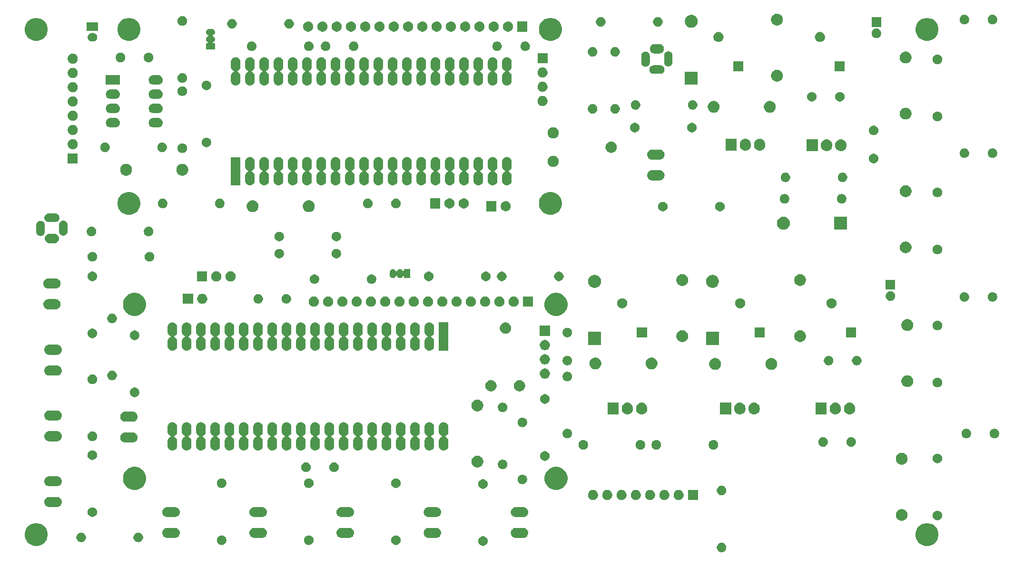
<source format=gbr>
G04 #@! TF.GenerationSoftware,KiCad,Pcbnew,(5.1.5-0-10_14)*
G04 #@! TF.CreationDate,2020-04-26T17:44:24+02:00*
G04 #@! TF.ProjectId,Main_Board_v1,4d61696e-5f42-46f6-9172-645f76312e6b,rev?*
G04 #@! TF.SameCoordinates,Original*
G04 #@! TF.FileFunction,Soldermask,Bot*
G04 #@! TF.FilePolarity,Negative*
%FSLAX46Y46*%
G04 Gerber Fmt 4.6, Leading zero omitted, Abs format (unit mm)*
G04 Created by KiCad (PCBNEW (5.1.5-0-10_14)) date 2020-04-26 17:44:24*
%MOMM*%
%LPD*%
G04 APERTURE LIST*
%ADD10C,0.100000*%
G04 APERTURE END LIST*
D10*
G36*
X153556082Y-128351086D02*
G01*
X153710954Y-128415236D01*
X153850335Y-128508368D01*
X153968869Y-128626902D01*
X154062001Y-128766283D01*
X154126151Y-128921155D01*
X154158854Y-129085567D01*
X154158854Y-129253199D01*
X154126151Y-129417611D01*
X154062001Y-129572483D01*
X153968869Y-129711864D01*
X153850335Y-129830398D01*
X153710954Y-129923530D01*
X153556082Y-129987680D01*
X153391670Y-130020383D01*
X153224038Y-130020383D01*
X153059626Y-129987680D01*
X152904754Y-129923530D01*
X152765373Y-129830398D01*
X152646839Y-129711864D01*
X152553707Y-129572483D01*
X152489557Y-129417611D01*
X152456854Y-129253199D01*
X152456854Y-129085567D01*
X152489557Y-128921155D01*
X152553707Y-128766283D01*
X152646839Y-128626902D01*
X152765373Y-128508368D01*
X152904754Y-128415236D01*
X153059626Y-128351086D01*
X153224038Y-128318383D01*
X153391670Y-128318383D01*
X153556082Y-128351086D01*
G37*
G36*
X190456108Y-124897201D02*
G01*
X190829365Y-125051809D01*
X190829367Y-125051810D01*
X191165290Y-125276267D01*
X191450970Y-125561947D01*
X191621127Y-125816604D01*
X191675428Y-125897872D01*
X191830036Y-126271129D01*
X191908854Y-126667376D01*
X191908854Y-127071390D01*
X191830036Y-127467637D01*
X191698345Y-127785567D01*
X191675427Y-127840896D01*
X191450970Y-128176819D01*
X191165290Y-128462499D01*
X190829367Y-128686956D01*
X190829366Y-128686957D01*
X190829365Y-128686957D01*
X190456108Y-128841565D01*
X190059861Y-128920383D01*
X189655847Y-128920383D01*
X189259600Y-128841565D01*
X188886343Y-128686957D01*
X188886342Y-128686957D01*
X188886341Y-128686956D01*
X188550418Y-128462499D01*
X188264738Y-128176819D01*
X188040281Y-127840896D01*
X188017363Y-127785567D01*
X187885672Y-127467637D01*
X187806854Y-127071390D01*
X187806854Y-126667376D01*
X187885672Y-126271129D01*
X188040280Y-125897872D01*
X188094582Y-125816604D01*
X188264738Y-125561947D01*
X188550418Y-125276267D01*
X188886341Y-125051810D01*
X188886343Y-125051809D01*
X189259600Y-124897201D01*
X189655847Y-124818383D01*
X190059861Y-124818383D01*
X190456108Y-124897201D01*
G37*
G36*
X31956108Y-124897201D02*
G01*
X32329365Y-125051809D01*
X32329367Y-125051810D01*
X32665290Y-125276267D01*
X32950970Y-125561947D01*
X33121127Y-125816604D01*
X33175428Y-125897872D01*
X33330036Y-126271129D01*
X33408854Y-126667376D01*
X33408854Y-127071390D01*
X33330036Y-127467637D01*
X33198345Y-127785567D01*
X33175427Y-127840896D01*
X32950970Y-128176819D01*
X32665290Y-128462499D01*
X32329367Y-128686956D01*
X32329366Y-128686957D01*
X32329365Y-128686957D01*
X31956108Y-128841565D01*
X31559861Y-128920383D01*
X31155847Y-128920383D01*
X30759600Y-128841565D01*
X30386343Y-128686957D01*
X30386342Y-128686957D01*
X30386341Y-128686956D01*
X30050418Y-128462499D01*
X29764738Y-128176819D01*
X29540281Y-127840896D01*
X29517363Y-127785567D01*
X29385672Y-127467637D01*
X29306854Y-127071390D01*
X29306854Y-126667376D01*
X29385672Y-126271129D01*
X29540280Y-125897872D01*
X29594582Y-125816604D01*
X29764738Y-125561947D01*
X30050418Y-125276267D01*
X30386341Y-125051810D01*
X30386343Y-125051809D01*
X30759600Y-124897201D01*
X31155847Y-124818383D01*
X31559861Y-124818383D01*
X31956108Y-124897201D01*
G37*
G36*
X111106082Y-127211086D02*
G01*
X111260954Y-127275236D01*
X111400335Y-127368368D01*
X111518869Y-127486902D01*
X111612001Y-127626283D01*
X111676151Y-127781155D01*
X111708854Y-127945567D01*
X111708854Y-128113199D01*
X111676151Y-128277611D01*
X111612001Y-128432483D01*
X111518869Y-128571864D01*
X111400335Y-128690398D01*
X111260954Y-128783530D01*
X111106082Y-128847680D01*
X110941670Y-128880383D01*
X110774038Y-128880383D01*
X110609626Y-128847680D01*
X110454754Y-128783530D01*
X110315373Y-128690398D01*
X110196839Y-128571864D01*
X110103707Y-128432483D01*
X110039557Y-128277611D01*
X110006854Y-128113199D01*
X110006854Y-127945567D01*
X110039557Y-127781155D01*
X110103707Y-127626283D01*
X110196839Y-127486902D01*
X110315373Y-127368368D01*
X110454754Y-127275236D01*
X110609626Y-127211086D01*
X110774038Y-127178383D01*
X110941670Y-127178383D01*
X111106082Y-127211086D01*
G37*
G36*
X95606082Y-127051086D02*
G01*
X95760954Y-127115236D01*
X95900335Y-127208368D01*
X96018869Y-127326902D01*
X96112001Y-127466283D01*
X96176151Y-127621155D01*
X96208854Y-127785567D01*
X96208854Y-127953199D01*
X96176151Y-128117611D01*
X96112001Y-128272483D01*
X96018869Y-128411864D01*
X95900335Y-128530398D01*
X95760954Y-128623530D01*
X95606082Y-128687680D01*
X95441670Y-128720383D01*
X95274038Y-128720383D01*
X95109626Y-128687680D01*
X94954754Y-128623530D01*
X94815373Y-128530398D01*
X94696839Y-128411864D01*
X94603707Y-128272483D01*
X94539557Y-128117611D01*
X94506854Y-127953199D01*
X94506854Y-127785567D01*
X94539557Y-127621155D01*
X94603707Y-127466283D01*
X94696839Y-127326902D01*
X94815373Y-127208368D01*
X94954754Y-127115236D01*
X95109626Y-127051086D01*
X95274038Y-127018383D01*
X95441670Y-127018383D01*
X95606082Y-127051086D01*
G37*
G36*
X80106082Y-127051086D02*
G01*
X80260954Y-127115236D01*
X80400335Y-127208368D01*
X80518869Y-127326902D01*
X80612001Y-127466283D01*
X80676151Y-127621155D01*
X80708854Y-127785567D01*
X80708854Y-127953199D01*
X80676151Y-128117611D01*
X80612001Y-128272483D01*
X80518869Y-128411864D01*
X80400335Y-128530398D01*
X80260954Y-128623530D01*
X80106082Y-128687680D01*
X79941670Y-128720383D01*
X79774038Y-128720383D01*
X79609626Y-128687680D01*
X79454754Y-128623530D01*
X79315373Y-128530398D01*
X79196839Y-128411864D01*
X79103707Y-128272483D01*
X79039557Y-128117611D01*
X79006854Y-127953199D01*
X79006854Y-127785567D01*
X79039557Y-127621155D01*
X79103707Y-127466283D01*
X79196839Y-127326902D01*
X79315373Y-127208368D01*
X79454754Y-127115236D01*
X79609626Y-127051086D01*
X79774038Y-127018383D01*
X79941670Y-127018383D01*
X80106082Y-127051086D01*
G37*
G36*
X64606082Y-127051086D02*
G01*
X64760954Y-127115236D01*
X64900335Y-127208368D01*
X65018869Y-127326902D01*
X65112001Y-127466283D01*
X65176151Y-127621155D01*
X65208854Y-127785567D01*
X65208854Y-127953199D01*
X65176151Y-128117611D01*
X65112001Y-128272483D01*
X65018869Y-128411864D01*
X64900335Y-128530398D01*
X64760954Y-128623530D01*
X64606082Y-128687680D01*
X64441670Y-128720383D01*
X64274038Y-128720383D01*
X64109626Y-128687680D01*
X63954754Y-128623530D01*
X63815373Y-128530398D01*
X63696839Y-128411864D01*
X63603707Y-128272483D01*
X63539557Y-128117611D01*
X63506854Y-127953199D01*
X63506854Y-127785567D01*
X63539557Y-127621155D01*
X63603707Y-127466283D01*
X63696839Y-127326902D01*
X63815373Y-127208368D01*
X63954754Y-127115236D01*
X64109626Y-127051086D01*
X64274038Y-127018383D01*
X64441670Y-127018383D01*
X64606082Y-127051086D01*
G37*
G36*
X49766082Y-126551086D02*
G01*
X49920954Y-126615236D01*
X50060335Y-126708368D01*
X50178869Y-126826902D01*
X50272001Y-126966283D01*
X50336151Y-127121155D01*
X50368854Y-127285567D01*
X50368854Y-127453199D01*
X50336151Y-127617611D01*
X50272001Y-127772483D01*
X50178869Y-127911864D01*
X50060335Y-128030398D01*
X49920954Y-128123530D01*
X49766082Y-128187680D01*
X49601670Y-128220383D01*
X49434038Y-128220383D01*
X49269626Y-128187680D01*
X49114754Y-128123530D01*
X48975373Y-128030398D01*
X48856839Y-127911864D01*
X48763707Y-127772483D01*
X48699557Y-127617611D01*
X48666854Y-127453199D01*
X48666854Y-127285567D01*
X48699557Y-127121155D01*
X48763707Y-126966283D01*
X48856839Y-126826902D01*
X48975373Y-126708368D01*
X49114754Y-126615236D01*
X49269626Y-126551086D01*
X49434038Y-126518383D01*
X49601670Y-126518383D01*
X49766082Y-126551086D01*
G37*
G36*
X39606082Y-126551086D02*
G01*
X39760954Y-126615236D01*
X39900335Y-126708368D01*
X40018869Y-126826902D01*
X40112001Y-126966283D01*
X40176151Y-127121155D01*
X40208854Y-127285567D01*
X40208854Y-127453199D01*
X40176151Y-127617611D01*
X40112001Y-127772483D01*
X40018869Y-127911864D01*
X39900335Y-128030398D01*
X39760954Y-128123530D01*
X39606082Y-128187680D01*
X39441670Y-128220383D01*
X39274038Y-128220383D01*
X39109626Y-128187680D01*
X38954754Y-128123530D01*
X38815373Y-128030398D01*
X38696839Y-127911864D01*
X38603707Y-127772483D01*
X38539557Y-127617611D01*
X38506854Y-127453199D01*
X38506854Y-127285567D01*
X38539557Y-127121155D01*
X38603707Y-126966283D01*
X38696839Y-126826902D01*
X38815373Y-126708368D01*
X38954754Y-126615236D01*
X39109626Y-126551086D01*
X39274038Y-126518383D01*
X39441670Y-126518383D01*
X39606082Y-126551086D01*
G37*
G36*
X56118296Y-125674901D02*
G01*
X56184481Y-125681420D01*
X56354320Y-125732940D01*
X56510845Y-125816605D01*
X56546583Y-125845935D01*
X56648040Y-125929197D01*
X56731302Y-126030654D01*
X56760632Y-126066392D01*
X56844297Y-126222917D01*
X56895817Y-126392756D01*
X56913213Y-126569383D01*
X56895817Y-126746010D01*
X56844297Y-126915849D01*
X56760632Y-127072374D01*
X56731302Y-127108112D01*
X56648040Y-127209569D01*
X56546583Y-127292831D01*
X56510845Y-127322161D01*
X56354320Y-127405826D01*
X56184481Y-127457346D01*
X56118297Y-127463864D01*
X56052114Y-127470383D01*
X54663594Y-127470383D01*
X54597411Y-127463864D01*
X54531227Y-127457346D01*
X54361388Y-127405826D01*
X54204863Y-127322161D01*
X54169125Y-127292831D01*
X54067668Y-127209569D01*
X53984406Y-127108112D01*
X53955076Y-127072374D01*
X53871411Y-126915849D01*
X53819891Y-126746010D01*
X53802495Y-126569383D01*
X53819891Y-126392756D01*
X53871411Y-126222917D01*
X53955076Y-126066392D01*
X53984406Y-126030654D01*
X54067668Y-125929197D01*
X54169125Y-125845935D01*
X54204863Y-125816605D01*
X54361388Y-125732940D01*
X54531227Y-125681420D01*
X54597412Y-125674901D01*
X54663594Y-125668383D01*
X56052114Y-125668383D01*
X56118296Y-125674901D01*
G37*
G36*
X118118296Y-125674901D02*
G01*
X118184481Y-125681420D01*
X118354320Y-125732940D01*
X118510845Y-125816605D01*
X118546583Y-125845935D01*
X118648040Y-125929197D01*
X118731302Y-126030654D01*
X118760632Y-126066392D01*
X118844297Y-126222917D01*
X118895817Y-126392756D01*
X118913213Y-126569383D01*
X118895817Y-126746010D01*
X118844297Y-126915849D01*
X118760632Y-127072374D01*
X118731302Y-127108112D01*
X118648040Y-127209569D01*
X118546583Y-127292831D01*
X118510845Y-127322161D01*
X118354320Y-127405826D01*
X118184481Y-127457346D01*
X118118297Y-127463864D01*
X118052114Y-127470383D01*
X116663594Y-127470383D01*
X116597411Y-127463864D01*
X116531227Y-127457346D01*
X116361388Y-127405826D01*
X116204863Y-127322161D01*
X116169125Y-127292831D01*
X116067668Y-127209569D01*
X115984406Y-127108112D01*
X115955076Y-127072374D01*
X115871411Y-126915849D01*
X115819891Y-126746010D01*
X115802495Y-126569383D01*
X115819891Y-126392756D01*
X115871411Y-126222917D01*
X115955076Y-126066392D01*
X115984406Y-126030654D01*
X116067668Y-125929197D01*
X116169125Y-125845935D01*
X116204863Y-125816605D01*
X116361388Y-125732940D01*
X116531227Y-125681420D01*
X116597412Y-125674901D01*
X116663594Y-125668383D01*
X118052114Y-125668383D01*
X118118296Y-125674901D01*
G37*
G36*
X102618296Y-125674901D02*
G01*
X102684481Y-125681420D01*
X102854320Y-125732940D01*
X103010845Y-125816605D01*
X103046583Y-125845935D01*
X103148040Y-125929197D01*
X103231302Y-126030654D01*
X103260632Y-126066392D01*
X103344297Y-126222917D01*
X103395817Y-126392756D01*
X103413213Y-126569383D01*
X103395817Y-126746010D01*
X103344297Y-126915849D01*
X103260632Y-127072374D01*
X103231302Y-127108112D01*
X103148040Y-127209569D01*
X103046583Y-127292831D01*
X103010845Y-127322161D01*
X102854320Y-127405826D01*
X102684481Y-127457346D01*
X102618297Y-127463864D01*
X102552114Y-127470383D01*
X101163594Y-127470383D01*
X101097411Y-127463864D01*
X101031227Y-127457346D01*
X100861388Y-127405826D01*
X100704863Y-127322161D01*
X100669125Y-127292831D01*
X100567668Y-127209569D01*
X100484406Y-127108112D01*
X100455076Y-127072374D01*
X100371411Y-126915849D01*
X100319891Y-126746010D01*
X100302495Y-126569383D01*
X100319891Y-126392756D01*
X100371411Y-126222917D01*
X100455076Y-126066392D01*
X100484406Y-126030654D01*
X100567668Y-125929197D01*
X100669125Y-125845935D01*
X100704863Y-125816605D01*
X100861388Y-125732940D01*
X101031227Y-125681420D01*
X101097412Y-125674901D01*
X101163594Y-125668383D01*
X102552114Y-125668383D01*
X102618296Y-125674901D01*
G37*
G36*
X87118296Y-125674901D02*
G01*
X87184481Y-125681420D01*
X87354320Y-125732940D01*
X87510845Y-125816605D01*
X87546583Y-125845935D01*
X87648040Y-125929197D01*
X87731302Y-126030654D01*
X87760632Y-126066392D01*
X87844297Y-126222917D01*
X87895817Y-126392756D01*
X87913213Y-126569383D01*
X87895817Y-126746010D01*
X87844297Y-126915849D01*
X87760632Y-127072374D01*
X87731302Y-127108112D01*
X87648040Y-127209569D01*
X87546583Y-127292831D01*
X87510845Y-127322161D01*
X87354320Y-127405826D01*
X87184481Y-127457346D01*
X87118297Y-127463864D01*
X87052114Y-127470383D01*
X85663594Y-127470383D01*
X85597411Y-127463864D01*
X85531227Y-127457346D01*
X85361388Y-127405826D01*
X85204863Y-127322161D01*
X85169125Y-127292831D01*
X85067668Y-127209569D01*
X84984406Y-127108112D01*
X84955076Y-127072374D01*
X84871411Y-126915849D01*
X84819891Y-126746010D01*
X84802495Y-126569383D01*
X84819891Y-126392756D01*
X84871411Y-126222917D01*
X84955076Y-126066392D01*
X84984406Y-126030654D01*
X85067668Y-125929197D01*
X85169125Y-125845935D01*
X85204863Y-125816605D01*
X85361388Y-125732940D01*
X85531227Y-125681420D01*
X85597412Y-125674901D01*
X85663594Y-125668383D01*
X87052114Y-125668383D01*
X87118296Y-125674901D01*
G37*
G36*
X71618296Y-125674901D02*
G01*
X71684481Y-125681420D01*
X71854320Y-125732940D01*
X72010845Y-125816605D01*
X72046583Y-125845935D01*
X72148040Y-125929197D01*
X72231302Y-126030654D01*
X72260632Y-126066392D01*
X72344297Y-126222917D01*
X72395817Y-126392756D01*
X72413213Y-126569383D01*
X72395817Y-126746010D01*
X72344297Y-126915849D01*
X72260632Y-127072374D01*
X72231302Y-127108112D01*
X72148040Y-127209569D01*
X72046583Y-127292831D01*
X72010845Y-127322161D01*
X71854320Y-127405826D01*
X71684481Y-127457346D01*
X71618297Y-127463864D01*
X71552114Y-127470383D01*
X70163594Y-127470383D01*
X70097411Y-127463864D01*
X70031227Y-127457346D01*
X69861388Y-127405826D01*
X69704863Y-127322161D01*
X69669125Y-127292831D01*
X69567668Y-127209569D01*
X69484406Y-127108112D01*
X69455076Y-127072374D01*
X69371411Y-126915849D01*
X69319891Y-126746010D01*
X69302495Y-126569383D01*
X69319891Y-126392756D01*
X69371411Y-126222917D01*
X69455076Y-126066392D01*
X69484406Y-126030654D01*
X69567668Y-125929197D01*
X69669125Y-125845935D01*
X69704863Y-125816605D01*
X69861388Y-125732940D01*
X70031227Y-125681420D01*
X70097412Y-125674901D01*
X70163594Y-125668383D01*
X71552114Y-125668383D01*
X71618296Y-125674901D01*
G37*
G36*
X185664418Y-122358772D02*
G01*
X185855687Y-122437998D01*
X185855689Y-122437999D01*
X185898019Y-122466283D01*
X186027827Y-122553018D01*
X186174219Y-122699410D01*
X186289239Y-122871550D01*
X186368465Y-123062819D01*
X186408854Y-123265867D01*
X186408854Y-123472899D01*
X186368465Y-123675947D01*
X186329348Y-123770383D01*
X186289238Y-123867218D01*
X186174219Y-124039356D01*
X186027827Y-124185748D01*
X185855689Y-124300767D01*
X185855688Y-124300768D01*
X185855687Y-124300768D01*
X185664418Y-124379994D01*
X185461370Y-124420383D01*
X185254338Y-124420383D01*
X185051290Y-124379994D01*
X184860021Y-124300768D01*
X184860020Y-124300768D01*
X184860019Y-124300767D01*
X184687881Y-124185748D01*
X184541489Y-124039356D01*
X184426470Y-123867218D01*
X184386360Y-123770383D01*
X184347243Y-123675947D01*
X184306854Y-123472899D01*
X184306854Y-123265867D01*
X184347243Y-123062819D01*
X184426469Y-122871550D01*
X184541489Y-122699410D01*
X184687881Y-122553018D01*
X184817689Y-122466283D01*
X184860019Y-122437999D01*
X184860021Y-122437998D01*
X185051290Y-122358772D01*
X185254338Y-122318383D01*
X185461370Y-122318383D01*
X185664418Y-122358772D01*
G37*
G36*
X191956082Y-122651086D02*
G01*
X192110954Y-122715236D01*
X192250335Y-122808368D01*
X192368869Y-122926902D01*
X192462001Y-123066283D01*
X192526151Y-123221155D01*
X192558854Y-123385567D01*
X192558854Y-123553199D01*
X192526151Y-123717611D01*
X192462001Y-123872483D01*
X192368869Y-124011864D01*
X192250335Y-124130398D01*
X192110954Y-124223530D01*
X191956082Y-124287680D01*
X191791670Y-124320383D01*
X191624038Y-124320383D01*
X191459626Y-124287680D01*
X191304754Y-124223530D01*
X191165373Y-124130398D01*
X191046839Y-124011864D01*
X190953707Y-123872483D01*
X190889557Y-123717611D01*
X190856854Y-123553199D01*
X190856854Y-123385567D01*
X190889557Y-123221155D01*
X190953707Y-123066283D01*
X191046839Y-122926902D01*
X191165373Y-122808368D01*
X191304754Y-122715236D01*
X191459626Y-122651086D01*
X191624038Y-122618383D01*
X191791670Y-122618383D01*
X191956082Y-122651086D01*
G37*
G36*
X71618296Y-121974901D02*
G01*
X71684481Y-121981420D01*
X71854320Y-122032940D01*
X72010845Y-122116605D01*
X72046583Y-122145935D01*
X72148040Y-122229197D01*
X72221232Y-122318383D01*
X72260632Y-122366392D01*
X72344297Y-122522917D01*
X72395817Y-122692756D01*
X72413213Y-122869383D01*
X72395817Y-123046010D01*
X72344297Y-123215849D01*
X72260632Y-123372374D01*
X72231302Y-123408112D01*
X72148040Y-123509569D01*
X72046583Y-123592831D01*
X72010845Y-123622161D01*
X71854320Y-123705826D01*
X71684481Y-123757346D01*
X71618297Y-123763864D01*
X71552114Y-123770383D01*
X70163594Y-123770383D01*
X70097411Y-123763864D01*
X70031227Y-123757346D01*
X69861388Y-123705826D01*
X69704863Y-123622161D01*
X69669125Y-123592831D01*
X69567668Y-123509569D01*
X69484406Y-123408112D01*
X69455076Y-123372374D01*
X69371411Y-123215849D01*
X69319891Y-123046010D01*
X69302495Y-122869383D01*
X69319891Y-122692756D01*
X69371411Y-122522917D01*
X69455076Y-122366392D01*
X69494476Y-122318383D01*
X69567668Y-122229197D01*
X69669125Y-122145935D01*
X69704863Y-122116605D01*
X69861388Y-122032940D01*
X70031227Y-121981420D01*
X70097412Y-121974901D01*
X70163594Y-121968383D01*
X71552114Y-121968383D01*
X71618296Y-121974901D01*
G37*
G36*
X118118296Y-121974901D02*
G01*
X118184481Y-121981420D01*
X118354320Y-122032940D01*
X118510845Y-122116605D01*
X118546583Y-122145935D01*
X118648040Y-122229197D01*
X118721232Y-122318383D01*
X118760632Y-122366392D01*
X118844297Y-122522917D01*
X118895817Y-122692756D01*
X118913213Y-122869383D01*
X118895817Y-123046010D01*
X118844297Y-123215849D01*
X118760632Y-123372374D01*
X118731302Y-123408112D01*
X118648040Y-123509569D01*
X118546583Y-123592831D01*
X118510845Y-123622161D01*
X118354320Y-123705826D01*
X118184481Y-123757346D01*
X118118297Y-123763864D01*
X118052114Y-123770383D01*
X116663594Y-123770383D01*
X116597411Y-123763864D01*
X116531227Y-123757346D01*
X116361388Y-123705826D01*
X116204863Y-123622161D01*
X116169125Y-123592831D01*
X116067668Y-123509569D01*
X115984406Y-123408112D01*
X115955076Y-123372374D01*
X115871411Y-123215849D01*
X115819891Y-123046010D01*
X115802495Y-122869383D01*
X115819891Y-122692756D01*
X115871411Y-122522917D01*
X115955076Y-122366392D01*
X115994476Y-122318383D01*
X116067668Y-122229197D01*
X116169125Y-122145935D01*
X116204863Y-122116605D01*
X116361388Y-122032940D01*
X116531227Y-121981420D01*
X116597412Y-121974901D01*
X116663594Y-121968383D01*
X118052114Y-121968383D01*
X118118296Y-121974901D01*
G37*
G36*
X87118296Y-121974901D02*
G01*
X87184481Y-121981420D01*
X87354320Y-122032940D01*
X87510845Y-122116605D01*
X87546583Y-122145935D01*
X87648040Y-122229197D01*
X87721232Y-122318383D01*
X87760632Y-122366392D01*
X87844297Y-122522917D01*
X87895817Y-122692756D01*
X87913213Y-122869383D01*
X87895817Y-123046010D01*
X87844297Y-123215849D01*
X87760632Y-123372374D01*
X87731302Y-123408112D01*
X87648040Y-123509569D01*
X87546583Y-123592831D01*
X87510845Y-123622161D01*
X87354320Y-123705826D01*
X87184481Y-123757346D01*
X87118297Y-123763864D01*
X87052114Y-123770383D01*
X85663594Y-123770383D01*
X85597411Y-123763864D01*
X85531227Y-123757346D01*
X85361388Y-123705826D01*
X85204863Y-123622161D01*
X85169125Y-123592831D01*
X85067668Y-123509569D01*
X84984406Y-123408112D01*
X84955076Y-123372374D01*
X84871411Y-123215849D01*
X84819891Y-123046010D01*
X84802495Y-122869383D01*
X84819891Y-122692756D01*
X84871411Y-122522917D01*
X84955076Y-122366392D01*
X84994476Y-122318383D01*
X85067668Y-122229197D01*
X85169125Y-122145935D01*
X85204863Y-122116605D01*
X85361388Y-122032940D01*
X85531227Y-121981420D01*
X85597412Y-121974901D01*
X85663594Y-121968383D01*
X87052114Y-121968383D01*
X87118296Y-121974901D01*
G37*
G36*
X102618296Y-121974901D02*
G01*
X102684481Y-121981420D01*
X102854320Y-122032940D01*
X103010845Y-122116605D01*
X103046583Y-122145935D01*
X103148040Y-122229197D01*
X103221232Y-122318383D01*
X103260632Y-122366392D01*
X103344297Y-122522917D01*
X103395817Y-122692756D01*
X103413213Y-122869383D01*
X103395817Y-123046010D01*
X103344297Y-123215849D01*
X103260632Y-123372374D01*
X103231302Y-123408112D01*
X103148040Y-123509569D01*
X103046583Y-123592831D01*
X103010845Y-123622161D01*
X102854320Y-123705826D01*
X102684481Y-123757346D01*
X102618297Y-123763864D01*
X102552114Y-123770383D01*
X101163594Y-123770383D01*
X101097411Y-123763864D01*
X101031227Y-123757346D01*
X100861388Y-123705826D01*
X100704863Y-123622161D01*
X100669125Y-123592831D01*
X100567668Y-123509569D01*
X100484406Y-123408112D01*
X100455076Y-123372374D01*
X100371411Y-123215849D01*
X100319891Y-123046010D01*
X100302495Y-122869383D01*
X100319891Y-122692756D01*
X100371411Y-122522917D01*
X100455076Y-122366392D01*
X100494476Y-122318383D01*
X100567668Y-122229197D01*
X100669125Y-122145935D01*
X100704863Y-122116605D01*
X100861388Y-122032940D01*
X101031227Y-121981420D01*
X101097412Y-121974901D01*
X101163594Y-121968383D01*
X102552114Y-121968383D01*
X102618296Y-121974901D01*
G37*
G36*
X56118296Y-121974901D02*
G01*
X56184481Y-121981420D01*
X56354320Y-122032940D01*
X56510845Y-122116605D01*
X56546583Y-122145935D01*
X56648040Y-122229197D01*
X56721232Y-122318383D01*
X56760632Y-122366392D01*
X56844297Y-122522917D01*
X56895817Y-122692756D01*
X56913213Y-122869383D01*
X56895817Y-123046010D01*
X56844297Y-123215849D01*
X56760632Y-123372374D01*
X56731302Y-123408112D01*
X56648040Y-123509569D01*
X56546583Y-123592831D01*
X56510845Y-123622161D01*
X56354320Y-123705826D01*
X56184481Y-123757346D01*
X56118297Y-123763864D01*
X56052114Y-123770383D01*
X54663594Y-123770383D01*
X54597411Y-123763864D01*
X54531227Y-123757346D01*
X54361388Y-123705826D01*
X54204863Y-123622161D01*
X54169125Y-123592831D01*
X54067668Y-123509569D01*
X53984406Y-123408112D01*
X53955076Y-123372374D01*
X53871411Y-123215849D01*
X53819891Y-123046010D01*
X53802495Y-122869383D01*
X53819891Y-122692756D01*
X53871411Y-122522917D01*
X53955076Y-122366392D01*
X53994476Y-122318383D01*
X54067668Y-122229197D01*
X54169125Y-122145935D01*
X54204863Y-122116605D01*
X54361388Y-122032940D01*
X54531227Y-121981420D01*
X54597412Y-121974901D01*
X54663594Y-121968383D01*
X56052114Y-121968383D01*
X56118296Y-121974901D01*
G37*
G36*
X41606082Y-122051086D02*
G01*
X41760954Y-122115236D01*
X41900335Y-122208368D01*
X42018869Y-122326902D01*
X42112001Y-122466283D01*
X42176151Y-122621155D01*
X42208854Y-122785567D01*
X42208854Y-122953199D01*
X42176151Y-123117611D01*
X42112001Y-123272483D01*
X42018869Y-123411864D01*
X41900335Y-123530398D01*
X41760954Y-123623530D01*
X41606082Y-123687680D01*
X41441670Y-123720383D01*
X41274038Y-123720383D01*
X41109626Y-123687680D01*
X40954754Y-123623530D01*
X40815373Y-123530398D01*
X40696839Y-123411864D01*
X40603707Y-123272483D01*
X40539557Y-123117611D01*
X40506854Y-122953199D01*
X40506854Y-122785567D01*
X40539557Y-122621155D01*
X40603707Y-122466283D01*
X40696839Y-122326902D01*
X40815373Y-122208368D01*
X40954754Y-122115236D01*
X41109626Y-122051086D01*
X41274038Y-122018383D01*
X41441670Y-122018383D01*
X41606082Y-122051086D01*
G37*
G36*
X35118297Y-120174902D02*
G01*
X35184481Y-120181420D01*
X35354320Y-120232940D01*
X35510845Y-120316605D01*
X35546583Y-120345935D01*
X35648040Y-120429197D01*
X35721931Y-120519235D01*
X35760632Y-120566392D01*
X35760633Y-120566394D01*
X35824436Y-120685759D01*
X35844297Y-120722917D01*
X35895817Y-120892756D01*
X35913213Y-121069383D01*
X35895817Y-121246010D01*
X35844297Y-121415849D01*
X35760632Y-121572374D01*
X35731302Y-121608112D01*
X35648040Y-121709569D01*
X35546583Y-121792831D01*
X35510845Y-121822161D01*
X35354320Y-121905826D01*
X35184481Y-121957346D01*
X35118296Y-121963865D01*
X35052114Y-121970383D01*
X33663594Y-121970383D01*
X33597412Y-121963865D01*
X33531227Y-121957346D01*
X33361388Y-121905826D01*
X33204863Y-121822161D01*
X33169125Y-121792831D01*
X33067668Y-121709569D01*
X32984406Y-121608112D01*
X32955076Y-121572374D01*
X32871411Y-121415849D01*
X32819891Y-121246010D01*
X32802495Y-121069383D01*
X32819891Y-120892756D01*
X32871411Y-120722917D01*
X32891273Y-120685759D01*
X32955075Y-120566394D01*
X32955076Y-120566392D01*
X32993777Y-120519235D01*
X33067668Y-120429197D01*
X33169125Y-120345935D01*
X33204863Y-120316605D01*
X33361388Y-120232940D01*
X33531227Y-120181420D01*
X33597411Y-120174902D01*
X33663594Y-120168383D01*
X35052114Y-120168383D01*
X35118297Y-120174902D01*
G37*
G36*
X135621366Y-118923310D02*
G01*
X135770666Y-118953007D01*
X135934638Y-119020927D01*
X136082208Y-119119530D01*
X136207707Y-119245029D01*
X136306310Y-119392599D01*
X136374230Y-119556571D01*
X136408854Y-119730642D01*
X136408854Y-119908124D01*
X136374230Y-120082195D01*
X136306310Y-120246167D01*
X136207707Y-120393737D01*
X136082208Y-120519236D01*
X135934638Y-120617839D01*
X135770666Y-120685759D01*
X135621366Y-120715456D01*
X135596596Y-120720383D01*
X135419112Y-120720383D01*
X135394342Y-120715456D01*
X135245042Y-120685759D01*
X135081070Y-120617839D01*
X134933500Y-120519236D01*
X134808001Y-120393737D01*
X134709398Y-120246167D01*
X134641478Y-120082195D01*
X134606854Y-119908124D01*
X134606854Y-119730642D01*
X134641478Y-119556571D01*
X134709398Y-119392599D01*
X134808001Y-119245029D01*
X134933500Y-119119530D01*
X135081070Y-119020927D01*
X135245042Y-118953007D01*
X135394342Y-118923310D01*
X135419112Y-118918383D01*
X135596596Y-118918383D01*
X135621366Y-118923310D01*
G37*
G36*
X133081366Y-118923310D02*
G01*
X133230666Y-118953007D01*
X133394638Y-119020927D01*
X133542208Y-119119530D01*
X133667707Y-119245029D01*
X133766310Y-119392599D01*
X133834230Y-119556571D01*
X133868854Y-119730642D01*
X133868854Y-119908124D01*
X133834230Y-120082195D01*
X133766310Y-120246167D01*
X133667707Y-120393737D01*
X133542208Y-120519236D01*
X133394638Y-120617839D01*
X133230666Y-120685759D01*
X133081366Y-120715456D01*
X133056596Y-120720383D01*
X132879112Y-120720383D01*
X132854342Y-120715456D01*
X132705042Y-120685759D01*
X132541070Y-120617839D01*
X132393500Y-120519236D01*
X132268001Y-120393737D01*
X132169398Y-120246167D01*
X132101478Y-120082195D01*
X132066854Y-119908124D01*
X132066854Y-119730642D01*
X132101478Y-119556571D01*
X132169398Y-119392599D01*
X132268001Y-119245029D01*
X132393500Y-119119530D01*
X132541070Y-119020927D01*
X132705042Y-118953007D01*
X132854342Y-118923310D01*
X132879112Y-118918383D01*
X133056596Y-118918383D01*
X133081366Y-118923310D01*
G37*
G36*
X130541366Y-118923310D02*
G01*
X130690666Y-118953007D01*
X130854638Y-119020927D01*
X131002208Y-119119530D01*
X131127707Y-119245029D01*
X131226310Y-119392599D01*
X131294230Y-119556571D01*
X131328854Y-119730642D01*
X131328854Y-119908124D01*
X131294230Y-120082195D01*
X131226310Y-120246167D01*
X131127707Y-120393737D01*
X131002208Y-120519236D01*
X130854638Y-120617839D01*
X130690666Y-120685759D01*
X130541366Y-120715456D01*
X130516596Y-120720383D01*
X130339112Y-120720383D01*
X130314342Y-120715456D01*
X130165042Y-120685759D01*
X130001070Y-120617839D01*
X129853500Y-120519236D01*
X129728001Y-120393737D01*
X129629398Y-120246167D01*
X129561478Y-120082195D01*
X129526854Y-119908124D01*
X129526854Y-119730642D01*
X129561478Y-119556571D01*
X129629398Y-119392599D01*
X129728001Y-119245029D01*
X129853500Y-119119530D01*
X130001070Y-119020927D01*
X130165042Y-118953007D01*
X130314342Y-118923310D01*
X130339112Y-118918383D01*
X130516596Y-118918383D01*
X130541366Y-118923310D01*
G37*
G36*
X140701366Y-118923310D02*
G01*
X140850666Y-118953007D01*
X141014638Y-119020927D01*
X141162208Y-119119530D01*
X141287707Y-119245029D01*
X141386310Y-119392599D01*
X141454230Y-119556571D01*
X141488854Y-119730642D01*
X141488854Y-119908124D01*
X141454230Y-120082195D01*
X141386310Y-120246167D01*
X141287707Y-120393737D01*
X141162208Y-120519236D01*
X141014638Y-120617839D01*
X140850666Y-120685759D01*
X140701366Y-120715456D01*
X140676596Y-120720383D01*
X140499112Y-120720383D01*
X140474342Y-120715456D01*
X140325042Y-120685759D01*
X140161070Y-120617839D01*
X140013500Y-120519236D01*
X139888001Y-120393737D01*
X139789398Y-120246167D01*
X139721478Y-120082195D01*
X139686854Y-119908124D01*
X139686854Y-119730642D01*
X139721478Y-119556571D01*
X139789398Y-119392599D01*
X139888001Y-119245029D01*
X140013500Y-119119530D01*
X140161070Y-119020927D01*
X140325042Y-118953007D01*
X140474342Y-118923310D01*
X140499112Y-118918383D01*
X140676596Y-118918383D01*
X140701366Y-118923310D01*
G37*
G36*
X143241366Y-118923310D02*
G01*
X143390666Y-118953007D01*
X143554638Y-119020927D01*
X143702208Y-119119530D01*
X143827707Y-119245029D01*
X143926310Y-119392599D01*
X143994230Y-119556571D01*
X144028854Y-119730642D01*
X144028854Y-119908124D01*
X143994230Y-120082195D01*
X143926310Y-120246167D01*
X143827707Y-120393737D01*
X143702208Y-120519236D01*
X143554638Y-120617839D01*
X143390666Y-120685759D01*
X143241366Y-120715456D01*
X143216596Y-120720383D01*
X143039112Y-120720383D01*
X143014342Y-120715456D01*
X142865042Y-120685759D01*
X142701070Y-120617839D01*
X142553500Y-120519236D01*
X142428001Y-120393737D01*
X142329398Y-120246167D01*
X142261478Y-120082195D01*
X142226854Y-119908124D01*
X142226854Y-119730642D01*
X142261478Y-119556571D01*
X142329398Y-119392599D01*
X142428001Y-119245029D01*
X142553500Y-119119530D01*
X142701070Y-119020927D01*
X142865042Y-118953007D01*
X143014342Y-118923310D01*
X143039112Y-118918383D01*
X143216596Y-118918383D01*
X143241366Y-118923310D01*
G37*
G36*
X145781366Y-118923310D02*
G01*
X145930666Y-118953007D01*
X146094638Y-119020927D01*
X146242208Y-119119530D01*
X146367707Y-119245029D01*
X146466310Y-119392599D01*
X146534230Y-119556571D01*
X146568854Y-119730642D01*
X146568854Y-119908124D01*
X146534230Y-120082195D01*
X146466310Y-120246167D01*
X146367707Y-120393737D01*
X146242208Y-120519236D01*
X146094638Y-120617839D01*
X145930666Y-120685759D01*
X145781366Y-120715456D01*
X145756596Y-120720383D01*
X145579112Y-120720383D01*
X145554342Y-120715456D01*
X145405042Y-120685759D01*
X145241070Y-120617839D01*
X145093500Y-120519236D01*
X144968001Y-120393737D01*
X144869398Y-120246167D01*
X144801478Y-120082195D01*
X144766854Y-119908124D01*
X144766854Y-119730642D01*
X144801478Y-119556571D01*
X144869398Y-119392599D01*
X144968001Y-119245029D01*
X145093500Y-119119530D01*
X145241070Y-119020927D01*
X145405042Y-118953007D01*
X145554342Y-118923310D01*
X145579112Y-118918383D01*
X145756596Y-118918383D01*
X145781366Y-118923310D01*
G37*
G36*
X149108854Y-120720383D02*
G01*
X147306854Y-120720383D01*
X147306854Y-118918383D01*
X149108854Y-118918383D01*
X149108854Y-120720383D01*
G37*
G36*
X138161366Y-118923310D02*
G01*
X138310666Y-118953007D01*
X138474638Y-119020927D01*
X138622208Y-119119530D01*
X138747707Y-119245029D01*
X138846310Y-119392599D01*
X138914230Y-119556571D01*
X138948854Y-119730642D01*
X138948854Y-119908124D01*
X138914230Y-120082195D01*
X138846310Y-120246167D01*
X138747707Y-120393737D01*
X138622208Y-120519236D01*
X138474638Y-120617839D01*
X138310666Y-120685759D01*
X138161366Y-120715456D01*
X138136596Y-120720383D01*
X137959112Y-120720383D01*
X137934342Y-120715456D01*
X137785042Y-120685759D01*
X137621070Y-120617839D01*
X137473500Y-120519236D01*
X137348001Y-120393737D01*
X137249398Y-120246167D01*
X137181478Y-120082195D01*
X137146854Y-119908124D01*
X137146854Y-119730642D01*
X137181478Y-119556571D01*
X137249398Y-119392599D01*
X137348001Y-119245029D01*
X137473500Y-119119530D01*
X137621070Y-119020927D01*
X137785042Y-118953007D01*
X137934342Y-118923310D01*
X137959112Y-118918383D01*
X138136596Y-118918383D01*
X138161366Y-118923310D01*
G37*
G36*
X153556082Y-118191086D02*
G01*
X153710954Y-118255236D01*
X153850335Y-118348368D01*
X153968869Y-118466902D01*
X154062001Y-118606283D01*
X154126151Y-118761155D01*
X154158854Y-118925567D01*
X154158854Y-119093199D01*
X154126151Y-119257611D01*
X154062001Y-119412483D01*
X153968869Y-119551864D01*
X153850335Y-119670398D01*
X153710954Y-119763530D01*
X153556082Y-119827680D01*
X153391670Y-119860383D01*
X153224038Y-119860383D01*
X153059626Y-119827680D01*
X152904754Y-119763530D01*
X152765373Y-119670398D01*
X152646839Y-119551864D01*
X152553707Y-119412483D01*
X152489557Y-119257611D01*
X152456854Y-119093199D01*
X152456854Y-118925567D01*
X152489557Y-118761155D01*
X152553707Y-118606283D01*
X152646839Y-118466902D01*
X152765373Y-118348368D01*
X152904754Y-118255236D01*
X153059626Y-118191086D01*
X153224038Y-118158383D01*
X153391670Y-118158383D01*
X153556082Y-118191086D01*
G37*
G36*
X124456108Y-114897201D02*
G01*
X124777674Y-115030398D01*
X124829367Y-115051810D01*
X125165290Y-115276267D01*
X125450970Y-115561947D01*
X125492119Y-115623530D01*
X125675428Y-115897872D01*
X125830036Y-116271129D01*
X125908854Y-116667376D01*
X125908854Y-117071390D01*
X125830036Y-117467637D01*
X125698345Y-117785567D01*
X125675427Y-117840896D01*
X125450970Y-118176819D01*
X125165290Y-118462499D01*
X124829367Y-118686956D01*
X124829366Y-118686957D01*
X124829365Y-118686957D01*
X124456108Y-118841565D01*
X124059861Y-118920383D01*
X123655847Y-118920383D01*
X123259600Y-118841565D01*
X122886343Y-118686957D01*
X122886342Y-118686957D01*
X122886341Y-118686956D01*
X122550418Y-118462499D01*
X122264738Y-118176819D01*
X122040281Y-117840896D01*
X122017363Y-117785567D01*
X121885672Y-117467637D01*
X121806854Y-117071390D01*
X121806854Y-116667376D01*
X121885672Y-116271129D01*
X122040280Y-115897872D01*
X122223590Y-115623530D01*
X122264738Y-115561947D01*
X122550418Y-115276267D01*
X122886341Y-115051810D01*
X122938034Y-115030398D01*
X123259600Y-114897201D01*
X123655847Y-114818383D01*
X124059861Y-114818383D01*
X124456108Y-114897201D01*
G37*
G36*
X49456108Y-114897201D02*
G01*
X49777674Y-115030398D01*
X49829367Y-115051810D01*
X50165290Y-115276267D01*
X50450970Y-115561947D01*
X50492119Y-115623530D01*
X50675428Y-115897872D01*
X50830036Y-116271129D01*
X50908854Y-116667376D01*
X50908854Y-117071390D01*
X50830036Y-117467637D01*
X50698345Y-117785567D01*
X50675427Y-117840896D01*
X50450970Y-118176819D01*
X50165290Y-118462499D01*
X49829367Y-118686956D01*
X49829366Y-118686957D01*
X49829365Y-118686957D01*
X49456108Y-118841565D01*
X49059861Y-118920383D01*
X48655847Y-118920383D01*
X48259600Y-118841565D01*
X47886343Y-118686957D01*
X47886342Y-118686957D01*
X47886341Y-118686956D01*
X47550418Y-118462499D01*
X47264738Y-118176819D01*
X47040281Y-117840896D01*
X47017363Y-117785567D01*
X46885672Y-117467637D01*
X46806854Y-117071390D01*
X46806854Y-116667376D01*
X46885672Y-116271129D01*
X47040280Y-115897872D01*
X47223590Y-115623530D01*
X47264738Y-115561947D01*
X47550418Y-115276267D01*
X47886341Y-115051810D01*
X47938034Y-115030398D01*
X48259600Y-114897201D01*
X48655847Y-114818383D01*
X49059861Y-114818383D01*
X49456108Y-114897201D01*
G37*
G36*
X111106082Y-117051086D02*
G01*
X111260954Y-117115236D01*
X111400335Y-117208368D01*
X111518869Y-117326902D01*
X111612001Y-117466283D01*
X111676151Y-117621155D01*
X111708854Y-117785567D01*
X111708854Y-117953199D01*
X111676151Y-118117611D01*
X111612001Y-118272483D01*
X111518869Y-118411864D01*
X111400335Y-118530398D01*
X111260954Y-118623530D01*
X111106082Y-118687680D01*
X110941670Y-118720383D01*
X110774038Y-118720383D01*
X110609626Y-118687680D01*
X110454754Y-118623530D01*
X110315373Y-118530398D01*
X110196839Y-118411864D01*
X110103707Y-118272483D01*
X110039557Y-118117611D01*
X110006854Y-117953199D01*
X110006854Y-117785567D01*
X110039557Y-117621155D01*
X110103707Y-117466283D01*
X110196839Y-117326902D01*
X110315373Y-117208368D01*
X110454754Y-117115236D01*
X110609626Y-117051086D01*
X110774038Y-117018383D01*
X110941670Y-117018383D01*
X111106082Y-117051086D01*
G37*
G36*
X95606082Y-116891086D02*
G01*
X95760954Y-116955236D01*
X95900335Y-117048368D01*
X96018869Y-117166902D01*
X96112001Y-117306283D01*
X96176151Y-117461155D01*
X96208854Y-117625567D01*
X96208854Y-117793199D01*
X96176151Y-117957611D01*
X96112001Y-118112483D01*
X96018869Y-118251864D01*
X95900335Y-118370398D01*
X95760954Y-118463530D01*
X95606082Y-118527680D01*
X95441670Y-118560383D01*
X95274038Y-118560383D01*
X95109626Y-118527680D01*
X94954754Y-118463530D01*
X94815373Y-118370398D01*
X94696839Y-118251864D01*
X94603707Y-118112483D01*
X94539557Y-117957611D01*
X94506854Y-117793199D01*
X94506854Y-117625567D01*
X94539557Y-117461155D01*
X94603707Y-117306283D01*
X94696839Y-117166902D01*
X94815373Y-117048368D01*
X94954754Y-116955236D01*
X95109626Y-116891086D01*
X95274038Y-116858383D01*
X95441670Y-116858383D01*
X95606082Y-116891086D01*
G37*
G36*
X80106082Y-116891086D02*
G01*
X80260954Y-116955236D01*
X80400335Y-117048368D01*
X80518869Y-117166902D01*
X80612001Y-117306283D01*
X80676151Y-117461155D01*
X80708854Y-117625567D01*
X80708854Y-117793199D01*
X80676151Y-117957611D01*
X80612001Y-118112483D01*
X80518869Y-118251864D01*
X80400335Y-118370398D01*
X80260954Y-118463530D01*
X80106082Y-118527680D01*
X79941670Y-118560383D01*
X79774038Y-118560383D01*
X79609626Y-118527680D01*
X79454754Y-118463530D01*
X79315373Y-118370398D01*
X79196839Y-118251864D01*
X79103707Y-118112483D01*
X79039557Y-117957611D01*
X79006854Y-117793199D01*
X79006854Y-117625567D01*
X79039557Y-117461155D01*
X79103707Y-117306283D01*
X79196839Y-117166902D01*
X79315373Y-117048368D01*
X79454754Y-116955236D01*
X79609626Y-116891086D01*
X79774038Y-116858383D01*
X79941670Y-116858383D01*
X80106082Y-116891086D01*
G37*
G36*
X64606082Y-116891086D02*
G01*
X64760954Y-116955236D01*
X64900335Y-117048368D01*
X65018869Y-117166902D01*
X65112001Y-117306283D01*
X65176151Y-117461155D01*
X65208854Y-117625567D01*
X65208854Y-117793199D01*
X65176151Y-117957611D01*
X65112001Y-118112483D01*
X65018869Y-118251864D01*
X64900335Y-118370398D01*
X64760954Y-118463530D01*
X64606082Y-118527680D01*
X64441670Y-118560383D01*
X64274038Y-118560383D01*
X64109626Y-118527680D01*
X63954754Y-118463530D01*
X63815373Y-118370398D01*
X63696839Y-118251864D01*
X63603707Y-118112483D01*
X63539557Y-117957611D01*
X63506854Y-117793199D01*
X63506854Y-117625567D01*
X63539557Y-117461155D01*
X63603707Y-117306283D01*
X63696839Y-117166902D01*
X63815373Y-117048368D01*
X63954754Y-116955236D01*
X64109626Y-116891086D01*
X64274038Y-116858383D01*
X64441670Y-116858383D01*
X64606082Y-116891086D01*
G37*
G36*
X35118297Y-116474902D02*
G01*
X35184481Y-116481420D01*
X35354320Y-116532940D01*
X35510845Y-116616605D01*
X35522641Y-116626286D01*
X35648040Y-116729197D01*
X35731302Y-116830654D01*
X35760632Y-116866392D01*
X35844297Y-117022917D01*
X35895817Y-117192756D01*
X35913213Y-117369383D01*
X35895817Y-117546010D01*
X35844297Y-117715849D01*
X35760632Y-117872374D01*
X35754059Y-117880383D01*
X35648040Y-118009569D01*
X35546583Y-118092831D01*
X35510845Y-118122161D01*
X35354320Y-118205826D01*
X35184481Y-118257346D01*
X35118297Y-118263864D01*
X35052114Y-118270383D01*
X33663594Y-118270383D01*
X33597411Y-118263864D01*
X33531227Y-118257346D01*
X33361388Y-118205826D01*
X33204863Y-118122161D01*
X33169125Y-118092831D01*
X33067668Y-118009569D01*
X32961649Y-117880383D01*
X32955076Y-117872374D01*
X32871411Y-117715849D01*
X32819891Y-117546010D01*
X32802495Y-117369383D01*
X32819891Y-117192756D01*
X32871411Y-117022917D01*
X32955076Y-116866392D01*
X32984406Y-116830654D01*
X33067668Y-116729197D01*
X33193067Y-116626286D01*
X33204863Y-116616605D01*
X33361388Y-116532940D01*
X33531227Y-116481420D01*
X33597411Y-116474902D01*
X33663594Y-116468383D01*
X35052114Y-116468383D01*
X35118297Y-116474902D01*
G37*
G36*
X118106082Y-116211086D02*
G01*
X118260954Y-116275236D01*
X118400335Y-116368368D01*
X118518869Y-116486902D01*
X118612001Y-116626283D01*
X118676151Y-116781155D01*
X118708854Y-116945567D01*
X118708854Y-117113199D01*
X118676151Y-117277611D01*
X118612001Y-117432483D01*
X118518869Y-117571864D01*
X118400335Y-117690398D01*
X118260954Y-117783530D01*
X118106082Y-117847680D01*
X117941670Y-117880383D01*
X117774038Y-117880383D01*
X117609626Y-117847680D01*
X117454754Y-117783530D01*
X117315373Y-117690398D01*
X117196839Y-117571864D01*
X117103707Y-117432483D01*
X117039557Y-117277611D01*
X117006854Y-117113199D01*
X117006854Y-116945567D01*
X117039557Y-116781155D01*
X117103707Y-116626283D01*
X117196839Y-116486902D01*
X117315373Y-116368368D01*
X117454754Y-116275236D01*
X117609626Y-116211086D01*
X117774038Y-116178383D01*
X117941670Y-116178383D01*
X118106082Y-116211086D01*
G37*
G36*
X84606082Y-114051086D02*
G01*
X84760954Y-114115236D01*
X84900335Y-114208368D01*
X85018869Y-114326902D01*
X85112001Y-114466283D01*
X85176151Y-114621155D01*
X85208854Y-114785567D01*
X85208854Y-114953199D01*
X85176151Y-115117611D01*
X85112001Y-115272483D01*
X85018869Y-115411864D01*
X84900335Y-115530398D01*
X84760954Y-115623530D01*
X84606082Y-115687680D01*
X84441670Y-115720383D01*
X84274038Y-115720383D01*
X84109626Y-115687680D01*
X83954754Y-115623530D01*
X83815373Y-115530398D01*
X83696839Y-115411864D01*
X83603707Y-115272483D01*
X83539557Y-115117611D01*
X83506854Y-114953199D01*
X83506854Y-114785567D01*
X83539557Y-114621155D01*
X83603707Y-114466283D01*
X83696839Y-114326902D01*
X83815373Y-114208368D01*
X83954754Y-114115236D01*
X84109626Y-114051086D01*
X84274038Y-114018383D01*
X84441670Y-114018383D01*
X84606082Y-114051086D01*
G37*
G36*
X79606082Y-114051086D02*
G01*
X79760954Y-114115236D01*
X79900335Y-114208368D01*
X80018869Y-114326902D01*
X80112001Y-114466283D01*
X80176151Y-114621155D01*
X80208854Y-114785567D01*
X80208854Y-114953199D01*
X80176151Y-115117611D01*
X80112001Y-115272483D01*
X80018869Y-115411864D01*
X79900335Y-115530398D01*
X79760954Y-115623530D01*
X79606082Y-115687680D01*
X79441670Y-115720383D01*
X79274038Y-115720383D01*
X79109626Y-115687680D01*
X78954754Y-115623530D01*
X78815373Y-115530398D01*
X78696839Y-115411864D01*
X78603707Y-115272483D01*
X78539557Y-115117611D01*
X78506854Y-114953199D01*
X78506854Y-114785567D01*
X78539557Y-114621155D01*
X78603707Y-114466283D01*
X78696839Y-114326902D01*
X78815373Y-114208368D01*
X78954754Y-114115236D01*
X79109626Y-114051086D01*
X79274038Y-114018383D01*
X79441670Y-114018383D01*
X79606082Y-114051086D01*
G37*
G36*
X114606082Y-113551086D02*
G01*
X114760954Y-113615236D01*
X114900335Y-113708368D01*
X115018869Y-113826902D01*
X115112001Y-113966283D01*
X115176151Y-114121155D01*
X115208854Y-114285567D01*
X115208854Y-114453199D01*
X115176151Y-114617611D01*
X115112001Y-114772483D01*
X115018869Y-114911864D01*
X114900335Y-115030398D01*
X114760954Y-115123530D01*
X114606082Y-115187680D01*
X114441670Y-115220383D01*
X114274038Y-115220383D01*
X114109626Y-115187680D01*
X113954754Y-115123530D01*
X113815373Y-115030398D01*
X113696839Y-114911864D01*
X113603707Y-114772483D01*
X113539557Y-114617611D01*
X113506854Y-114453199D01*
X113506854Y-114285567D01*
X113539557Y-114121155D01*
X113603707Y-113966283D01*
X113696839Y-113826902D01*
X113815373Y-113708368D01*
X113954754Y-113615236D01*
X114109626Y-113551086D01*
X114274038Y-113518383D01*
X114441670Y-113518383D01*
X114606082Y-113551086D01*
G37*
G36*
X110164418Y-112858772D02*
G01*
X110355687Y-112937998D01*
X110355689Y-112937999D01*
X110527827Y-113053018D01*
X110674219Y-113199410D01*
X110788470Y-113370398D01*
X110789239Y-113371550D01*
X110868465Y-113562819D01*
X110908854Y-113765867D01*
X110908854Y-113972899D01*
X110868465Y-114175947D01*
X110805937Y-114326903D01*
X110789238Y-114367218D01*
X110674219Y-114539356D01*
X110527827Y-114685748D01*
X110355689Y-114800767D01*
X110355688Y-114800768D01*
X110355687Y-114800768D01*
X110164418Y-114879994D01*
X109961370Y-114920383D01*
X109754338Y-114920383D01*
X109551290Y-114879994D01*
X109360021Y-114800768D01*
X109360020Y-114800768D01*
X109360019Y-114800767D01*
X109187881Y-114685748D01*
X109041489Y-114539356D01*
X108926470Y-114367218D01*
X108909771Y-114326903D01*
X108847243Y-114175947D01*
X108806854Y-113972899D01*
X108806854Y-113765867D01*
X108847243Y-113562819D01*
X108926469Y-113371550D01*
X108927239Y-113370398D01*
X109041489Y-113199410D01*
X109187881Y-113053018D01*
X109360019Y-112937999D01*
X109360021Y-112937998D01*
X109551290Y-112858772D01*
X109754338Y-112818383D01*
X109961370Y-112818383D01*
X110164418Y-112858772D01*
G37*
G36*
X185664418Y-112358772D02*
G01*
X185855687Y-112437998D01*
X185855689Y-112437999D01*
X185890344Y-112461155D01*
X186027827Y-112553018D01*
X186174219Y-112699410D01*
X186289239Y-112871550D01*
X186368465Y-113062819D01*
X186408854Y-113265867D01*
X186408854Y-113472899D01*
X186368465Y-113675947D01*
X186305937Y-113826903D01*
X186289238Y-113867218D01*
X186174219Y-114039356D01*
X186027827Y-114185748D01*
X185855689Y-114300767D01*
X185855688Y-114300768D01*
X185855687Y-114300768D01*
X185664418Y-114379994D01*
X185461370Y-114420383D01*
X185254338Y-114420383D01*
X185051290Y-114379994D01*
X184860021Y-114300768D01*
X184860020Y-114300768D01*
X184860019Y-114300767D01*
X184687881Y-114185748D01*
X184541489Y-114039356D01*
X184426470Y-113867218D01*
X184409771Y-113826903D01*
X184347243Y-113675947D01*
X184306854Y-113472899D01*
X184306854Y-113265867D01*
X184347243Y-113062819D01*
X184426469Y-112871550D01*
X184541489Y-112699410D01*
X184687881Y-112553018D01*
X184825364Y-112461155D01*
X184860019Y-112437999D01*
X184860021Y-112437998D01*
X185051290Y-112358772D01*
X185254338Y-112318383D01*
X185461370Y-112318383D01*
X185664418Y-112358772D01*
G37*
G36*
X191956082Y-112491086D02*
G01*
X192110954Y-112555236D01*
X192250335Y-112648368D01*
X192368869Y-112766902D01*
X192462001Y-112906283D01*
X192526151Y-113061155D01*
X192558854Y-113225567D01*
X192558854Y-113393199D01*
X192526151Y-113557611D01*
X192462001Y-113712483D01*
X192368869Y-113851864D01*
X192250335Y-113970398D01*
X192110954Y-114063530D01*
X191956082Y-114127680D01*
X191791670Y-114160383D01*
X191624038Y-114160383D01*
X191459626Y-114127680D01*
X191304754Y-114063530D01*
X191165373Y-113970398D01*
X191046839Y-113851864D01*
X190953707Y-113712483D01*
X190889557Y-113557611D01*
X190856854Y-113393199D01*
X190856854Y-113225567D01*
X190889557Y-113061155D01*
X190953707Y-112906283D01*
X191046839Y-112766902D01*
X191165373Y-112648368D01*
X191304754Y-112555236D01*
X191459626Y-112491086D01*
X191624038Y-112458383D01*
X191791670Y-112458383D01*
X191956082Y-112491086D01*
G37*
G36*
X122106082Y-112051086D02*
G01*
X122260954Y-112115236D01*
X122400335Y-112208368D01*
X122518869Y-112326902D01*
X122612001Y-112466283D01*
X122676151Y-112621155D01*
X122708854Y-112785567D01*
X122708854Y-112953199D01*
X122676151Y-113117611D01*
X122612001Y-113272483D01*
X122518869Y-113411864D01*
X122400335Y-113530398D01*
X122260954Y-113623530D01*
X122106082Y-113687680D01*
X121941670Y-113720383D01*
X121774038Y-113720383D01*
X121609626Y-113687680D01*
X121454754Y-113623530D01*
X121315373Y-113530398D01*
X121196839Y-113411864D01*
X121103707Y-113272483D01*
X121039557Y-113117611D01*
X121006854Y-112953199D01*
X121006854Y-112785567D01*
X121039557Y-112621155D01*
X121103707Y-112466283D01*
X121196839Y-112326902D01*
X121315373Y-112208368D01*
X121454754Y-112115236D01*
X121609626Y-112051086D01*
X121774038Y-112018383D01*
X121941670Y-112018383D01*
X122106082Y-112051086D01*
G37*
G36*
X41606082Y-111891086D02*
G01*
X41760954Y-111955236D01*
X41900335Y-112048368D01*
X42018869Y-112166902D01*
X42112001Y-112306283D01*
X42176151Y-112461155D01*
X42208854Y-112625567D01*
X42208854Y-112793199D01*
X42176151Y-112957611D01*
X42112001Y-113112483D01*
X42018869Y-113251864D01*
X41900335Y-113370398D01*
X41760954Y-113463530D01*
X41606082Y-113527680D01*
X41441670Y-113560383D01*
X41274038Y-113560383D01*
X41109626Y-113527680D01*
X40954754Y-113463530D01*
X40815373Y-113370398D01*
X40696839Y-113251864D01*
X40603707Y-113112483D01*
X40539557Y-112957611D01*
X40506854Y-112793199D01*
X40506854Y-112625567D01*
X40539557Y-112461155D01*
X40603707Y-112306283D01*
X40696839Y-112166902D01*
X40815373Y-112048368D01*
X40954754Y-111955236D01*
X41109626Y-111891086D01*
X41274038Y-111858383D01*
X41441670Y-111858383D01*
X41606082Y-111891086D01*
G37*
G36*
X73544677Y-106870696D02*
G01*
X73705096Y-106919359D01*
X73768404Y-106953198D01*
X73852932Y-106998379D01*
X73982513Y-107104724D01*
X74088858Y-107234305D01*
X74088859Y-107234307D01*
X74167878Y-107382141D01*
X74216541Y-107542561D01*
X74228854Y-107667580D01*
X74228854Y-108551187D01*
X74216541Y-108676206D01*
X74204258Y-108716697D01*
X74170828Y-108826902D01*
X74167878Y-108836625D01*
X74105568Y-108953198D01*
X74088858Y-108984461D01*
X74021617Y-109066394D01*
X73982513Y-109114042D01*
X73852930Y-109220388D01*
X73761714Y-109269144D01*
X73741340Y-109282757D01*
X73724013Y-109300084D01*
X73710399Y-109320459D01*
X73701021Y-109343098D01*
X73696241Y-109367131D01*
X73696241Y-109391635D01*
X73701021Y-109415668D01*
X73710399Y-109438307D01*
X73724012Y-109458681D01*
X73741339Y-109476008D01*
X73761714Y-109489622D01*
X73815522Y-109518383D01*
X73852932Y-109538379D01*
X73982513Y-109644724D01*
X74088858Y-109774305D01*
X74088859Y-109774307D01*
X74167878Y-109922141D01*
X74216541Y-110082561D01*
X74228854Y-110207580D01*
X74228854Y-111091187D01*
X74216541Y-111216206D01*
X74167878Y-111376625D01*
X74149042Y-111411864D01*
X74088858Y-111524461D01*
X74007554Y-111623530D01*
X73982513Y-111654042D01*
X73852931Y-111760388D01*
X73705095Y-111839407D01*
X73544676Y-111888070D01*
X73377854Y-111904500D01*
X73211031Y-111888070D01*
X73050612Y-111839407D01*
X72902778Y-111760388D01*
X72902776Y-111760387D01*
X72773195Y-111654042D01*
X72748154Y-111623530D01*
X72666849Y-111524460D01*
X72587830Y-111376624D01*
X72539167Y-111216205D01*
X72526854Y-111091186D01*
X72526854Y-110207580D01*
X72539168Y-110082560D01*
X72587831Y-109922141D01*
X72666850Y-109774307D01*
X72666851Y-109774305D01*
X72773196Y-109644724D01*
X72902777Y-109538379D01*
X72911890Y-109533508D01*
X72993994Y-109489622D01*
X73014369Y-109476008D01*
X73031696Y-109458681D01*
X73045309Y-109438307D01*
X73054687Y-109415668D01*
X73059467Y-109391635D01*
X73059467Y-109367131D01*
X73054686Y-109343097D01*
X73045309Y-109320459D01*
X73031695Y-109300084D01*
X73014368Y-109282757D01*
X72993994Y-109269144D01*
X72902778Y-109220388D01*
X72902776Y-109220387D01*
X72773195Y-109114042D01*
X72734091Y-109066394D01*
X72666849Y-108984460D01*
X72587830Y-108836624D01*
X72539167Y-108676205D01*
X72526854Y-108551186D01*
X72526854Y-107667580D01*
X72539168Y-107542560D01*
X72587831Y-107382141D01*
X72666850Y-107234307D01*
X72666851Y-107234305D01*
X72773196Y-107104724D01*
X72902777Y-106998379D01*
X72987305Y-106953198D01*
X73050613Y-106919359D01*
X73211032Y-106870696D01*
X73377854Y-106854266D01*
X73544677Y-106870696D01*
G37*
G36*
X104024677Y-106870696D02*
G01*
X104185096Y-106919359D01*
X104248404Y-106953198D01*
X104332932Y-106998379D01*
X104462513Y-107104724D01*
X104568858Y-107234305D01*
X104568859Y-107234307D01*
X104647878Y-107382141D01*
X104696541Y-107542561D01*
X104708854Y-107667580D01*
X104708854Y-108551187D01*
X104696541Y-108676206D01*
X104684258Y-108716697D01*
X104650828Y-108826902D01*
X104647878Y-108836625D01*
X104585568Y-108953198D01*
X104568858Y-108984461D01*
X104501617Y-109066394D01*
X104462513Y-109114042D01*
X104332930Y-109220388D01*
X104241714Y-109269144D01*
X104221340Y-109282757D01*
X104204013Y-109300084D01*
X104190399Y-109320459D01*
X104181021Y-109343098D01*
X104176241Y-109367131D01*
X104176241Y-109391635D01*
X104181021Y-109415668D01*
X104190399Y-109438307D01*
X104204012Y-109458681D01*
X104221339Y-109476008D01*
X104241714Y-109489622D01*
X104295522Y-109518383D01*
X104332932Y-109538379D01*
X104462513Y-109644724D01*
X104568858Y-109774305D01*
X104568859Y-109774307D01*
X104647878Y-109922141D01*
X104696541Y-110082561D01*
X104708854Y-110207580D01*
X104708854Y-111091187D01*
X104696541Y-111216206D01*
X104647878Y-111376625D01*
X104629042Y-111411864D01*
X104568858Y-111524461D01*
X104487554Y-111623530D01*
X104462513Y-111654042D01*
X104332931Y-111760388D01*
X104185095Y-111839407D01*
X104024676Y-111888070D01*
X103857854Y-111904500D01*
X103691031Y-111888070D01*
X103530612Y-111839407D01*
X103382778Y-111760388D01*
X103382776Y-111760387D01*
X103253195Y-111654042D01*
X103228154Y-111623530D01*
X103146849Y-111524460D01*
X103067830Y-111376624D01*
X103019167Y-111216205D01*
X103006854Y-111091186D01*
X103006854Y-110207580D01*
X103019168Y-110082560D01*
X103067831Y-109922141D01*
X103146850Y-109774307D01*
X103146851Y-109774305D01*
X103253196Y-109644724D01*
X103382777Y-109538379D01*
X103391890Y-109533508D01*
X103473994Y-109489622D01*
X103494369Y-109476008D01*
X103511696Y-109458681D01*
X103525309Y-109438307D01*
X103534687Y-109415668D01*
X103539467Y-109391635D01*
X103539467Y-109367131D01*
X103534686Y-109343097D01*
X103525309Y-109320459D01*
X103511695Y-109300084D01*
X103494368Y-109282757D01*
X103473994Y-109269144D01*
X103382778Y-109220388D01*
X103382776Y-109220387D01*
X103253195Y-109114042D01*
X103214091Y-109066394D01*
X103146849Y-108984460D01*
X103067830Y-108836624D01*
X103019167Y-108676205D01*
X103006854Y-108551186D01*
X103006854Y-107667580D01*
X103019168Y-107542560D01*
X103067831Y-107382141D01*
X103146850Y-107234307D01*
X103146851Y-107234305D01*
X103253196Y-107104724D01*
X103382777Y-106998379D01*
X103467305Y-106953198D01*
X103530613Y-106919359D01*
X103691032Y-106870696D01*
X103857854Y-106854266D01*
X104024677Y-106870696D01*
G37*
G36*
X83704677Y-106870696D02*
G01*
X83865096Y-106919359D01*
X83928404Y-106953198D01*
X84012932Y-106998379D01*
X84142513Y-107104724D01*
X84248858Y-107234305D01*
X84248859Y-107234307D01*
X84327878Y-107382141D01*
X84376541Y-107542561D01*
X84388854Y-107667580D01*
X84388854Y-108551187D01*
X84376541Y-108676206D01*
X84364258Y-108716697D01*
X84330828Y-108826902D01*
X84327878Y-108836625D01*
X84265568Y-108953198D01*
X84248858Y-108984461D01*
X84181617Y-109066394D01*
X84142513Y-109114042D01*
X84012930Y-109220388D01*
X83921714Y-109269144D01*
X83901340Y-109282757D01*
X83884013Y-109300084D01*
X83870399Y-109320459D01*
X83861021Y-109343098D01*
X83856241Y-109367131D01*
X83856241Y-109391635D01*
X83861021Y-109415668D01*
X83870399Y-109438307D01*
X83884012Y-109458681D01*
X83901339Y-109476008D01*
X83921714Y-109489622D01*
X83975522Y-109518383D01*
X84012932Y-109538379D01*
X84142513Y-109644724D01*
X84248858Y-109774305D01*
X84248859Y-109774307D01*
X84327878Y-109922141D01*
X84376541Y-110082561D01*
X84388854Y-110207580D01*
X84388854Y-111091187D01*
X84376541Y-111216206D01*
X84327878Y-111376625D01*
X84309042Y-111411864D01*
X84248858Y-111524461D01*
X84167554Y-111623530D01*
X84142513Y-111654042D01*
X84012931Y-111760388D01*
X83865095Y-111839407D01*
X83704676Y-111888070D01*
X83537854Y-111904500D01*
X83371031Y-111888070D01*
X83210612Y-111839407D01*
X83062778Y-111760388D01*
X83062776Y-111760387D01*
X82933195Y-111654042D01*
X82908154Y-111623530D01*
X82826849Y-111524460D01*
X82747830Y-111376624D01*
X82699167Y-111216205D01*
X82686854Y-111091186D01*
X82686854Y-110207580D01*
X82699168Y-110082560D01*
X82747831Y-109922141D01*
X82826850Y-109774307D01*
X82826851Y-109774305D01*
X82933196Y-109644724D01*
X83062777Y-109538379D01*
X83071890Y-109533508D01*
X83153994Y-109489622D01*
X83174369Y-109476008D01*
X83191696Y-109458681D01*
X83205309Y-109438307D01*
X83214687Y-109415668D01*
X83219467Y-109391635D01*
X83219467Y-109367131D01*
X83214686Y-109343097D01*
X83205309Y-109320459D01*
X83191695Y-109300084D01*
X83174368Y-109282757D01*
X83153994Y-109269144D01*
X83062778Y-109220388D01*
X83062776Y-109220387D01*
X82933195Y-109114042D01*
X82894091Y-109066394D01*
X82826849Y-108984460D01*
X82747830Y-108836624D01*
X82699167Y-108676205D01*
X82686854Y-108551186D01*
X82686854Y-107667580D01*
X82699168Y-107542560D01*
X82747831Y-107382141D01*
X82826850Y-107234307D01*
X82826851Y-107234305D01*
X82933196Y-107104724D01*
X83062777Y-106998379D01*
X83147305Y-106953198D01*
X83210613Y-106919359D01*
X83371032Y-106870696D01*
X83537854Y-106854266D01*
X83704677Y-106870696D01*
G37*
G36*
X86244677Y-106870696D02*
G01*
X86405096Y-106919359D01*
X86468404Y-106953198D01*
X86552932Y-106998379D01*
X86682513Y-107104724D01*
X86788858Y-107234305D01*
X86788859Y-107234307D01*
X86867878Y-107382141D01*
X86916541Y-107542561D01*
X86928854Y-107667580D01*
X86928854Y-108551187D01*
X86916541Y-108676206D01*
X86904258Y-108716697D01*
X86870828Y-108826902D01*
X86867878Y-108836625D01*
X86805568Y-108953198D01*
X86788858Y-108984461D01*
X86721617Y-109066394D01*
X86682513Y-109114042D01*
X86552930Y-109220388D01*
X86461714Y-109269144D01*
X86441340Y-109282757D01*
X86424013Y-109300084D01*
X86410399Y-109320459D01*
X86401021Y-109343098D01*
X86396241Y-109367131D01*
X86396241Y-109391635D01*
X86401021Y-109415668D01*
X86410399Y-109438307D01*
X86424012Y-109458681D01*
X86441339Y-109476008D01*
X86461714Y-109489622D01*
X86515522Y-109518383D01*
X86552932Y-109538379D01*
X86682513Y-109644724D01*
X86788858Y-109774305D01*
X86788859Y-109774307D01*
X86867878Y-109922141D01*
X86916541Y-110082561D01*
X86928854Y-110207580D01*
X86928854Y-111091187D01*
X86916541Y-111216206D01*
X86867878Y-111376625D01*
X86849042Y-111411864D01*
X86788858Y-111524461D01*
X86707554Y-111623530D01*
X86682513Y-111654042D01*
X86552931Y-111760388D01*
X86405095Y-111839407D01*
X86244676Y-111888070D01*
X86077854Y-111904500D01*
X85911031Y-111888070D01*
X85750612Y-111839407D01*
X85602778Y-111760388D01*
X85602776Y-111760387D01*
X85473195Y-111654042D01*
X85448154Y-111623530D01*
X85366849Y-111524460D01*
X85287830Y-111376624D01*
X85239167Y-111216205D01*
X85226854Y-111091186D01*
X85226854Y-110207580D01*
X85239168Y-110082560D01*
X85287831Y-109922141D01*
X85366850Y-109774307D01*
X85366851Y-109774305D01*
X85473196Y-109644724D01*
X85602777Y-109538379D01*
X85611890Y-109533508D01*
X85693994Y-109489622D01*
X85714369Y-109476008D01*
X85731696Y-109458681D01*
X85745309Y-109438307D01*
X85754687Y-109415668D01*
X85759467Y-109391635D01*
X85759467Y-109367131D01*
X85754686Y-109343097D01*
X85745309Y-109320459D01*
X85731695Y-109300084D01*
X85714368Y-109282757D01*
X85693994Y-109269144D01*
X85602778Y-109220388D01*
X85602776Y-109220387D01*
X85473195Y-109114042D01*
X85434091Y-109066394D01*
X85366849Y-108984460D01*
X85287830Y-108836624D01*
X85239167Y-108676205D01*
X85226854Y-108551186D01*
X85226854Y-107667580D01*
X85239168Y-107542560D01*
X85287831Y-107382141D01*
X85366850Y-107234307D01*
X85366851Y-107234305D01*
X85473196Y-107104724D01*
X85602777Y-106998379D01*
X85687305Y-106953198D01*
X85750613Y-106919359D01*
X85911032Y-106870696D01*
X86077854Y-106854266D01*
X86244677Y-106870696D01*
G37*
G36*
X88784677Y-106870696D02*
G01*
X88945096Y-106919359D01*
X89008404Y-106953198D01*
X89092932Y-106998379D01*
X89222513Y-107104724D01*
X89328858Y-107234305D01*
X89328859Y-107234307D01*
X89407878Y-107382141D01*
X89456541Y-107542561D01*
X89468854Y-107667580D01*
X89468854Y-108551187D01*
X89456541Y-108676206D01*
X89444258Y-108716697D01*
X89410828Y-108826902D01*
X89407878Y-108836625D01*
X89345568Y-108953198D01*
X89328858Y-108984461D01*
X89261617Y-109066394D01*
X89222513Y-109114042D01*
X89092930Y-109220388D01*
X89001714Y-109269144D01*
X88981340Y-109282757D01*
X88964013Y-109300084D01*
X88950399Y-109320459D01*
X88941021Y-109343098D01*
X88936241Y-109367131D01*
X88936241Y-109391635D01*
X88941021Y-109415668D01*
X88950399Y-109438307D01*
X88964012Y-109458681D01*
X88981339Y-109476008D01*
X89001714Y-109489622D01*
X89055522Y-109518383D01*
X89092932Y-109538379D01*
X89222513Y-109644724D01*
X89328858Y-109774305D01*
X89328859Y-109774307D01*
X89407878Y-109922141D01*
X89456541Y-110082561D01*
X89468854Y-110207580D01*
X89468854Y-111091187D01*
X89456541Y-111216206D01*
X89407878Y-111376625D01*
X89389042Y-111411864D01*
X89328858Y-111524461D01*
X89247554Y-111623530D01*
X89222513Y-111654042D01*
X89092931Y-111760388D01*
X88945095Y-111839407D01*
X88784676Y-111888070D01*
X88617854Y-111904500D01*
X88451031Y-111888070D01*
X88290612Y-111839407D01*
X88142778Y-111760388D01*
X88142776Y-111760387D01*
X88013195Y-111654042D01*
X87988154Y-111623530D01*
X87906849Y-111524460D01*
X87827830Y-111376624D01*
X87779167Y-111216205D01*
X87766854Y-111091186D01*
X87766854Y-110207580D01*
X87779168Y-110082560D01*
X87827831Y-109922141D01*
X87906850Y-109774307D01*
X87906851Y-109774305D01*
X88013196Y-109644724D01*
X88142777Y-109538379D01*
X88151890Y-109533508D01*
X88233994Y-109489622D01*
X88254369Y-109476008D01*
X88271696Y-109458681D01*
X88285309Y-109438307D01*
X88294687Y-109415668D01*
X88299467Y-109391635D01*
X88299467Y-109367131D01*
X88294686Y-109343097D01*
X88285309Y-109320459D01*
X88271695Y-109300084D01*
X88254368Y-109282757D01*
X88233994Y-109269144D01*
X88142778Y-109220388D01*
X88142776Y-109220387D01*
X88013195Y-109114042D01*
X87974091Y-109066394D01*
X87906849Y-108984460D01*
X87827830Y-108836624D01*
X87779167Y-108676205D01*
X87766854Y-108551186D01*
X87766854Y-107667580D01*
X87779168Y-107542560D01*
X87827831Y-107382141D01*
X87906850Y-107234307D01*
X87906851Y-107234305D01*
X88013196Y-107104724D01*
X88142777Y-106998379D01*
X88227305Y-106953198D01*
X88290613Y-106919359D01*
X88451032Y-106870696D01*
X88617854Y-106854266D01*
X88784677Y-106870696D01*
G37*
G36*
X91324677Y-106870696D02*
G01*
X91485096Y-106919359D01*
X91548404Y-106953198D01*
X91632932Y-106998379D01*
X91762513Y-107104724D01*
X91868858Y-107234305D01*
X91868859Y-107234307D01*
X91947878Y-107382141D01*
X91996541Y-107542561D01*
X92008854Y-107667580D01*
X92008854Y-108551187D01*
X91996541Y-108676206D01*
X91984258Y-108716697D01*
X91950828Y-108826902D01*
X91947878Y-108836625D01*
X91885568Y-108953198D01*
X91868858Y-108984461D01*
X91801617Y-109066394D01*
X91762513Y-109114042D01*
X91632930Y-109220388D01*
X91541714Y-109269144D01*
X91521340Y-109282757D01*
X91504013Y-109300084D01*
X91490399Y-109320459D01*
X91481021Y-109343098D01*
X91476241Y-109367131D01*
X91476241Y-109391635D01*
X91481021Y-109415668D01*
X91490399Y-109438307D01*
X91504012Y-109458681D01*
X91521339Y-109476008D01*
X91541714Y-109489622D01*
X91595522Y-109518383D01*
X91632932Y-109538379D01*
X91762513Y-109644724D01*
X91868858Y-109774305D01*
X91868859Y-109774307D01*
X91947878Y-109922141D01*
X91996541Y-110082561D01*
X92008854Y-110207580D01*
X92008854Y-111091187D01*
X91996541Y-111216206D01*
X91947878Y-111376625D01*
X91929042Y-111411864D01*
X91868858Y-111524461D01*
X91787554Y-111623530D01*
X91762513Y-111654042D01*
X91632931Y-111760388D01*
X91485095Y-111839407D01*
X91324676Y-111888070D01*
X91157854Y-111904500D01*
X90991031Y-111888070D01*
X90830612Y-111839407D01*
X90682778Y-111760388D01*
X90682776Y-111760387D01*
X90553195Y-111654042D01*
X90528154Y-111623530D01*
X90446849Y-111524460D01*
X90367830Y-111376624D01*
X90319167Y-111216205D01*
X90306854Y-111091186D01*
X90306854Y-110207580D01*
X90319168Y-110082560D01*
X90367831Y-109922141D01*
X90446850Y-109774307D01*
X90446851Y-109774305D01*
X90553196Y-109644724D01*
X90682777Y-109538379D01*
X90691890Y-109533508D01*
X90773994Y-109489622D01*
X90794369Y-109476008D01*
X90811696Y-109458681D01*
X90825309Y-109438307D01*
X90834687Y-109415668D01*
X90839467Y-109391635D01*
X90839467Y-109367131D01*
X90834686Y-109343097D01*
X90825309Y-109320459D01*
X90811695Y-109300084D01*
X90794368Y-109282757D01*
X90773994Y-109269144D01*
X90682778Y-109220388D01*
X90682776Y-109220387D01*
X90553195Y-109114042D01*
X90514091Y-109066394D01*
X90446849Y-108984460D01*
X90367830Y-108836624D01*
X90319167Y-108676205D01*
X90306854Y-108551186D01*
X90306854Y-107667580D01*
X90319168Y-107542560D01*
X90367831Y-107382141D01*
X90446850Y-107234307D01*
X90446851Y-107234305D01*
X90553196Y-107104724D01*
X90682777Y-106998379D01*
X90767305Y-106953198D01*
X90830613Y-106919359D01*
X90991032Y-106870696D01*
X91157854Y-106854266D01*
X91324677Y-106870696D01*
G37*
G36*
X93864677Y-106870696D02*
G01*
X94025096Y-106919359D01*
X94088404Y-106953198D01*
X94172932Y-106998379D01*
X94302513Y-107104724D01*
X94408858Y-107234305D01*
X94408859Y-107234307D01*
X94487878Y-107382141D01*
X94536541Y-107542561D01*
X94548854Y-107667580D01*
X94548854Y-108551187D01*
X94536541Y-108676206D01*
X94524258Y-108716697D01*
X94490828Y-108826902D01*
X94487878Y-108836625D01*
X94425568Y-108953198D01*
X94408858Y-108984461D01*
X94341617Y-109066394D01*
X94302513Y-109114042D01*
X94172930Y-109220388D01*
X94081714Y-109269144D01*
X94061340Y-109282757D01*
X94044013Y-109300084D01*
X94030399Y-109320459D01*
X94021021Y-109343098D01*
X94016241Y-109367131D01*
X94016241Y-109391635D01*
X94021021Y-109415668D01*
X94030399Y-109438307D01*
X94044012Y-109458681D01*
X94061339Y-109476008D01*
X94081714Y-109489622D01*
X94135522Y-109518383D01*
X94172932Y-109538379D01*
X94302513Y-109644724D01*
X94408858Y-109774305D01*
X94408859Y-109774307D01*
X94487878Y-109922141D01*
X94536541Y-110082561D01*
X94548854Y-110207580D01*
X94548854Y-111091187D01*
X94536541Y-111216206D01*
X94487878Y-111376625D01*
X94469042Y-111411864D01*
X94408858Y-111524461D01*
X94327554Y-111623530D01*
X94302513Y-111654042D01*
X94172931Y-111760388D01*
X94025095Y-111839407D01*
X93864676Y-111888070D01*
X93697854Y-111904500D01*
X93531031Y-111888070D01*
X93370612Y-111839407D01*
X93222778Y-111760388D01*
X93222776Y-111760387D01*
X93093195Y-111654042D01*
X93068154Y-111623530D01*
X92986849Y-111524460D01*
X92907830Y-111376624D01*
X92859167Y-111216205D01*
X92846854Y-111091186D01*
X92846854Y-110207580D01*
X92859168Y-110082560D01*
X92907831Y-109922141D01*
X92986850Y-109774307D01*
X92986851Y-109774305D01*
X93093196Y-109644724D01*
X93222777Y-109538379D01*
X93231890Y-109533508D01*
X93313994Y-109489622D01*
X93334369Y-109476008D01*
X93351696Y-109458681D01*
X93365309Y-109438307D01*
X93374687Y-109415668D01*
X93379467Y-109391635D01*
X93379467Y-109367131D01*
X93374686Y-109343097D01*
X93365309Y-109320459D01*
X93351695Y-109300084D01*
X93334368Y-109282757D01*
X93313994Y-109269144D01*
X93222778Y-109220388D01*
X93222776Y-109220387D01*
X93093195Y-109114042D01*
X93054091Y-109066394D01*
X92986849Y-108984460D01*
X92907830Y-108836624D01*
X92859167Y-108676205D01*
X92846854Y-108551186D01*
X92846854Y-107667580D01*
X92859168Y-107542560D01*
X92907831Y-107382141D01*
X92986850Y-107234307D01*
X92986851Y-107234305D01*
X93093196Y-107104724D01*
X93222777Y-106998379D01*
X93307305Y-106953198D01*
X93370613Y-106919359D01*
X93531032Y-106870696D01*
X93697854Y-106854266D01*
X93864677Y-106870696D01*
G37*
G36*
X96404677Y-106870696D02*
G01*
X96565096Y-106919359D01*
X96628404Y-106953198D01*
X96712932Y-106998379D01*
X96842513Y-107104724D01*
X96948858Y-107234305D01*
X96948859Y-107234307D01*
X97027878Y-107382141D01*
X97076541Y-107542561D01*
X97088854Y-107667580D01*
X97088854Y-108551187D01*
X97076541Y-108676206D01*
X97064258Y-108716697D01*
X97030828Y-108826902D01*
X97027878Y-108836625D01*
X96965568Y-108953198D01*
X96948858Y-108984461D01*
X96881617Y-109066394D01*
X96842513Y-109114042D01*
X96712930Y-109220388D01*
X96621714Y-109269144D01*
X96601340Y-109282757D01*
X96584013Y-109300084D01*
X96570399Y-109320459D01*
X96561021Y-109343098D01*
X96556241Y-109367131D01*
X96556241Y-109391635D01*
X96561021Y-109415668D01*
X96570399Y-109438307D01*
X96584012Y-109458681D01*
X96601339Y-109476008D01*
X96621714Y-109489622D01*
X96675522Y-109518383D01*
X96712932Y-109538379D01*
X96842513Y-109644724D01*
X96948858Y-109774305D01*
X96948859Y-109774307D01*
X97027878Y-109922141D01*
X97076541Y-110082561D01*
X97088854Y-110207580D01*
X97088854Y-111091187D01*
X97076541Y-111216206D01*
X97027878Y-111376625D01*
X97009042Y-111411864D01*
X96948858Y-111524461D01*
X96867554Y-111623530D01*
X96842513Y-111654042D01*
X96712931Y-111760388D01*
X96565095Y-111839407D01*
X96404676Y-111888070D01*
X96237854Y-111904500D01*
X96071031Y-111888070D01*
X95910612Y-111839407D01*
X95762778Y-111760388D01*
X95762776Y-111760387D01*
X95633195Y-111654042D01*
X95608154Y-111623530D01*
X95526849Y-111524460D01*
X95447830Y-111376624D01*
X95399167Y-111216205D01*
X95386854Y-111091186D01*
X95386854Y-110207580D01*
X95399168Y-110082560D01*
X95447831Y-109922141D01*
X95526850Y-109774307D01*
X95526851Y-109774305D01*
X95633196Y-109644724D01*
X95762777Y-109538379D01*
X95771890Y-109533508D01*
X95853994Y-109489622D01*
X95874369Y-109476008D01*
X95891696Y-109458681D01*
X95905309Y-109438307D01*
X95914687Y-109415668D01*
X95919467Y-109391635D01*
X95919467Y-109367131D01*
X95914686Y-109343097D01*
X95905309Y-109320459D01*
X95891695Y-109300084D01*
X95874368Y-109282757D01*
X95853994Y-109269144D01*
X95762778Y-109220388D01*
X95762776Y-109220387D01*
X95633195Y-109114042D01*
X95594091Y-109066394D01*
X95526849Y-108984460D01*
X95447830Y-108836624D01*
X95399167Y-108676205D01*
X95386854Y-108551186D01*
X95386854Y-107667580D01*
X95399168Y-107542560D01*
X95447831Y-107382141D01*
X95526850Y-107234307D01*
X95526851Y-107234305D01*
X95633196Y-107104724D01*
X95762777Y-106998379D01*
X95847305Y-106953198D01*
X95910613Y-106919359D01*
X96071032Y-106870696D01*
X96237854Y-106854266D01*
X96404677Y-106870696D01*
G37*
G36*
X98944677Y-106870696D02*
G01*
X99105096Y-106919359D01*
X99168404Y-106953198D01*
X99252932Y-106998379D01*
X99382513Y-107104724D01*
X99488858Y-107234305D01*
X99488859Y-107234307D01*
X99567878Y-107382141D01*
X99616541Y-107542561D01*
X99628854Y-107667580D01*
X99628854Y-108551187D01*
X99616541Y-108676206D01*
X99604258Y-108716697D01*
X99570828Y-108826902D01*
X99567878Y-108836625D01*
X99505568Y-108953198D01*
X99488858Y-108984461D01*
X99421617Y-109066394D01*
X99382513Y-109114042D01*
X99252930Y-109220388D01*
X99161714Y-109269144D01*
X99141340Y-109282757D01*
X99124013Y-109300084D01*
X99110399Y-109320459D01*
X99101021Y-109343098D01*
X99096241Y-109367131D01*
X99096241Y-109391635D01*
X99101021Y-109415668D01*
X99110399Y-109438307D01*
X99124012Y-109458681D01*
X99141339Y-109476008D01*
X99161714Y-109489622D01*
X99215522Y-109518383D01*
X99252932Y-109538379D01*
X99382513Y-109644724D01*
X99488858Y-109774305D01*
X99488859Y-109774307D01*
X99567878Y-109922141D01*
X99616541Y-110082561D01*
X99628854Y-110207580D01*
X99628854Y-111091187D01*
X99616541Y-111216206D01*
X99567878Y-111376625D01*
X99549042Y-111411864D01*
X99488858Y-111524461D01*
X99407554Y-111623530D01*
X99382513Y-111654042D01*
X99252931Y-111760388D01*
X99105095Y-111839407D01*
X98944676Y-111888070D01*
X98777854Y-111904500D01*
X98611031Y-111888070D01*
X98450612Y-111839407D01*
X98302778Y-111760388D01*
X98302776Y-111760387D01*
X98173195Y-111654042D01*
X98148154Y-111623530D01*
X98066849Y-111524460D01*
X97987830Y-111376624D01*
X97939167Y-111216205D01*
X97926854Y-111091186D01*
X97926854Y-110207580D01*
X97939168Y-110082560D01*
X97987831Y-109922141D01*
X98066850Y-109774307D01*
X98066851Y-109774305D01*
X98173196Y-109644724D01*
X98302777Y-109538379D01*
X98311890Y-109533508D01*
X98393994Y-109489622D01*
X98414369Y-109476008D01*
X98431696Y-109458681D01*
X98445309Y-109438307D01*
X98454687Y-109415668D01*
X98459467Y-109391635D01*
X98459467Y-109367131D01*
X98454686Y-109343097D01*
X98445309Y-109320459D01*
X98431695Y-109300084D01*
X98414368Y-109282757D01*
X98393994Y-109269144D01*
X98302778Y-109220388D01*
X98302776Y-109220387D01*
X98173195Y-109114042D01*
X98134091Y-109066394D01*
X98066849Y-108984460D01*
X97987830Y-108836624D01*
X97939167Y-108676205D01*
X97926854Y-108551186D01*
X97926854Y-107667580D01*
X97939168Y-107542560D01*
X97987831Y-107382141D01*
X98066850Y-107234307D01*
X98066851Y-107234305D01*
X98173196Y-107104724D01*
X98302777Y-106998379D01*
X98387305Y-106953198D01*
X98450613Y-106919359D01*
X98611032Y-106870696D01*
X98777854Y-106854266D01*
X98944677Y-106870696D01*
G37*
G36*
X101484677Y-106870696D02*
G01*
X101645096Y-106919359D01*
X101708404Y-106953198D01*
X101792932Y-106998379D01*
X101922513Y-107104724D01*
X102028858Y-107234305D01*
X102028859Y-107234307D01*
X102107878Y-107382141D01*
X102156541Y-107542561D01*
X102168854Y-107667580D01*
X102168854Y-108551187D01*
X102156541Y-108676206D01*
X102144258Y-108716697D01*
X102110828Y-108826902D01*
X102107878Y-108836625D01*
X102045568Y-108953198D01*
X102028858Y-108984461D01*
X101961617Y-109066394D01*
X101922513Y-109114042D01*
X101792930Y-109220388D01*
X101701714Y-109269144D01*
X101681340Y-109282757D01*
X101664013Y-109300084D01*
X101650399Y-109320459D01*
X101641021Y-109343098D01*
X101636241Y-109367131D01*
X101636241Y-109391635D01*
X101641021Y-109415668D01*
X101650399Y-109438307D01*
X101664012Y-109458681D01*
X101681339Y-109476008D01*
X101701714Y-109489622D01*
X101755522Y-109518383D01*
X101792932Y-109538379D01*
X101922513Y-109644724D01*
X102028858Y-109774305D01*
X102028859Y-109774307D01*
X102107878Y-109922141D01*
X102156541Y-110082561D01*
X102168854Y-110207580D01*
X102168854Y-111091187D01*
X102156541Y-111216206D01*
X102107878Y-111376625D01*
X102089042Y-111411864D01*
X102028858Y-111524461D01*
X101947554Y-111623530D01*
X101922513Y-111654042D01*
X101792931Y-111760388D01*
X101645095Y-111839407D01*
X101484676Y-111888070D01*
X101317854Y-111904500D01*
X101151031Y-111888070D01*
X100990612Y-111839407D01*
X100842778Y-111760388D01*
X100842776Y-111760387D01*
X100713195Y-111654042D01*
X100688154Y-111623530D01*
X100606849Y-111524460D01*
X100527830Y-111376624D01*
X100479167Y-111216205D01*
X100466854Y-111091186D01*
X100466854Y-110207580D01*
X100479168Y-110082560D01*
X100527831Y-109922141D01*
X100606850Y-109774307D01*
X100606851Y-109774305D01*
X100713196Y-109644724D01*
X100842777Y-109538379D01*
X100851890Y-109533508D01*
X100933994Y-109489622D01*
X100954369Y-109476008D01*
X100971696Y-109458681D01*
X100985309Y-109438307D01*
X100994687Y-109415668D01*
X100999467Y-109391635D01*
X100999467Y-109367131D01*
X100994686Y-109343097D01*
X100985309Y-109320459D01*
X100971695Y-109300084D01*
X100954368Y-109282757D01*
X100933994Y-109269144D01*
X100842778Y-109220388D01*
X100842776Y-109220387D01*
X100713195Y-109114042D01*
X100674091Y-109066394D01*
X100606849Y-108984460D01*
X100527830Y-108836624D01*
X100479167Y-108676205D01*
X100466854Y-108551186D01*
X100466854Y-107667580D01*
X100479168Y-107542560D01*
X100527831Y-107382141D01*
X100606850Y-107234307D01*
X100606851Y-107234305D01*
X100713196Y-107104724D01*
X100842777Y-106998379D01*
X100927305Y-106953198D01*
X100990613Y-106919359D01*
X101151032Y-106870696D01*
X101317854Y-106854266D01*
X101484677Y-106870696D01*
G37*
G36*
X71004677Y-106870696D02*
G01*
X71165096Y-106919359D01*
X71228404Y-106953198D01*
X71312932Y-106998379D01*
X71442513Y-107104724D01*
X71548858Y-107234305D01*
X71548859Y-107234307D01*
X71627878Y-107382141D01*
X71676541Y-107542561D01*
X71688854Y-107667580D01*
X71688854Y-108551187D01*
X71676541Y-108676206D01*
X71664258Y-108716697D01*
X71630828Y-108826902D01*
X71627878Y-108836625D01*
X71565568Y-108953198D01*
X71548858Y-108984461D01*
X71481617Y-109066394D01*
X71442513Y-109114042D01*
X71312930Y-109220388D01*
X71221714Y-109269144D01*
X71201340Y-109282757D01*
X71184013Y-109300084D01*
X71170399Y-109320459D01*
X71161021Y-109343098D01*
X71156241Y-109367131D01*
X71156241Y-109391635D01*
X71161021Y-109415668D01*
X71170399Y-109438307D01*
X71184012Y-109458681D01*
X71201339Y-109476008D01*
X71221714Y-109489622D01*
X71275522Y-109518383D01*
X71312932Y-109538379D01*
X71442513Y-109644724D01*
X71548858Y-109774305D01*
X71548859Y-109774307D01*
X71627878Y-109922141D01*
X71676541Y-110082561D01*
X71688854Y-110207580D01*
X71688854Y-111091187D01*
X71676541Y-111216206D01*
X71627878Y-111376625D01*
X71609042Y-111411864D01*
X71548858Y-111524461D01*
X71467554Y-111623530D01*
X71442513Y-111654042D01*
X71312931Y-111760388D01*
X71165095Y-111839407D01*
X71004676Y-111888070D01*
X70837854Y-111904500D01*
X70671031Y-111888070D01*
X70510612Y-111839407D01*
X70362778Y-111760388D01*
X70362776Y-111760387D01*
X70233195Y-111654042D01*
X70208154Y-111623530D01*
X70126849Y-111524460D01*
X70047830Y-111376624D01*
X69999167Y-111216205D01*
X69986854Y-111091186D01*
X69986854Y-110207580D01*
X69999168Y-110082560D01*
X70047831Y-109922141D01*
X70126850Y-109774307D01*
X70126851Y-109774305D01*
X70233196Y-109644724D01*
X70362777Y-109538379D01*
X70371890Y-109533508D01*
X70453994Y-109489622D01*
X70474369Y-109476008D01*
X70491696Y-109458681D01*
X70505309Y-109438307D01*
X70514687Y-109415668D01*
X70519467Y-109391635D01*
X70519467Y-109367131D01*
X70514686Y-109343097D01*
X70505309Y-109320459D01*
X70491695Y-109300084D01*
X70474368Y-109282757D01*
X70453994Y-109269144D01*
X70362778Y-109220388D01*
X70362776Y-109220387D01*
X70233195Y-109114042D01*
X70194091Y-109066394D01*
X70126849Y-108984460D01*
X70047830Y-108836624D01*
X69999167Y-108676205D01*
X69986854Y-108551186D01*
X69986854Y-107667580D01*
X69999168Y-107542560D01*
X70047831Y-107382141D01*
X70126850Y-107234307D01*
X70126851Y-107234305D01*
X70233196Y-107104724D01*
X70362777Y-106998379D01*
X70447305Y-106953198D01*
X70510613Y-106919359D01*
X70671032Y-106870696D01*
X70837854Y-106854266D01*
X71004677Y-106870696D01*
G37*
G36*
X55764677Y-106870696D02*
G01*
X55925096Y-106919359D01*
X55988404Y-106953198D01*
X56072932Y-106998379D01*
X56202513Y-107104724D01*
X56308858Y-107234305D01*
X56308859Y-107234307D01*
X56387878Y-107382141D01*
X56436541Y-107542561D01*
X56448854Y-107667580D01*
X56448854Y-108551187D01*
X56436541Y-108676206D01*
X56424258Y-108716697D01*
X56390828Y-108826902D01*
X56387878Y-108836625D01*
X56325568Y-108953198D01*
X56308858Y-108984461D01*
X56241617Y-109066394D01*
X56202513Y-109114042D01*
X56072930Y-109220388D01*
X55981714Y-109269144D01*
X55961340Y-109282757D01*
X55944013Y-109300084D01*
X55930399Y-109320459D01*
X55921021Y-109343098D01*
X55916241Y-109367131D01*
X55916241Y-109391635D01*
X55921021Y-109415668D01*
X55930399Y-109438307D01*
X55944012Y-109458681D01*
X55961339Y-109476008D01*
X55981714Y-109489622D01*
X56035522Y-109518383D01*
X56072932Y-109538379D01*
X56202513Y-109644724D01*
X56308858Y-109774305D01*
X56308859Y-109774307D01*
X56387878Y-109922141D01*
X56436541Y-110082561D01*
X56448854Y-110207580D01*
X56448854Y-111091187D01*
X56436541Y-111216206D01*
X56387878Y-111376625D01*
X56369042Y-111411864D01*
X56308858Y-111524461D01*
X56227554Y-111623530D01*
X56202513Y-111654042D01*
X56072931Y-111760388D01*
X55925095Y-111839407D01*
X55764676Y-111888070D01*
X55597854Y-111904500D01*
X55431031Y-111888070D01*
X55270612Y-111839407D01*
X55122778Y-111760388D01*
X55122776Y-111760387D01*
X54993195Y-111654042D01*
X54968154Y-111623530D01*
X54886849Y-111524460D01*
X54807830Y-111376624D01*
X54759167Y-111216205D01*
X54746854Y-111091186D01*
X54746854Y-110207580D01*
X54759168Y-110082560D01*
X54807831Y-109922141D01*
X54886850Y-109774307D01*
X54886851Y-109774305D01*
X54993196Y-109644724D01*
X55122777Y-109538379D01*
X55131890Y-109533508D01*
X55213994Y-109489622D01*
X55234369Y-109476008D01*
X55251696Y-109458681D01*
X55265309Y-109438307D01*
X55274687Y-109415668D01*
X55279467Y-109391635D01*
X55279467Y-109367131D01*
X55274686Y-109343097D01*
X55265309Y-109320459D01*
X55251695Y-109300084D01*
X55234368Y-109282757D01*
X55213994Y-109269144D01*
X55122778Y-109220388D01*
X55122776Y-109220387D01*
X54993195Y-109114042D01*
X54954091Y-109066394D01*
X54886849Y-108984460D01*
X54807830Y-108836624D01*
X54759167Y-108676205D01*
X54746854Y-108551186D01*
X54746854Y-107667580D01*
X54759168Y-107542560D01*
X54807831Y-107382141D01*
X54886850Y-107234307D01*
X54886851Y-107234305D01*
X54993196Y-107104724D01*
X55122777Y-106998379D01*
X55207305Y-106953198D01*
X55270613Y-106919359D01*
X55431032Y-106870696D01*
X55597854Y-106854266D01*
X55764677Y-106870696D01*
G37*
G36*
X65924677Y-106870696D02*
G01*
X66085096Y-106919359D01*
X66148404Y-106953198D01*
X66232932Y-106998379D01*
X66362513Y-107104724D01*
X66468858Y-107234305D01*
X66468859Y-107234307D01*
X66547878Y-107382141D01*
X66596541Y-107542561D01*
X66608854Y-107667580D01*
X66608854Y-108551187D01*
X66596541Y-108676206D01*
X66584258Y-108716697D01*
X66550828Y-108826902D01*
X66547878Y-108836625D01*
X66485568Y-108953198D01*
X66468858Y-108984461D01*
X66401617Y-109066394D01*
X66362513Y-109114042D01*
X66232930Y-109220388D01*
X66141714Y-109269144D01*
X66121340Y-109282757D01*
X66104013Y-109300084D01*
X66090399Y-109320459D01*
X66081021Y-109343098D01*
X66076241Y-109367131D01*
X66076241Y-109391635D01*
X66081021Y-109415668D01*
X66090399Y-109438307D01*
X66104012Y-109458681D01*
X66121339Y-109476008D01*
X66141714Y-109489622D01*
X66195522Y-109518383D01*
X66232932Y-109538379D01*
X66362513Y-109644724D01*
X66468858Y-109774305D01*
X66468859Y-109774307D01*
X66547878Y-109922141D01*
X66596541Y-110082561D01*
X66608854Y-110207580D01*
X66608854Y-111091187D01*
X66596541Y-111216206D01*
X66547878Y-111376625D01*
X66529042Y-111411864D01*
X66468858Y-111524461D01*
X66387554Y-111623530D01*
X66362513Y-111654042D01*
X66232931Y-111760388D01*
X66085095Y-111839407D01*
X65924676Y-111888070D01*
X65757854Y-111904500D01*
X65591031Y-111888070D01*
X65430612Y-111839407D01*
X65282778Y-111760388D01*
X65282776Y-111760387D01*
X65153195Y-111654042D01*
X65128154Y-111623530D01*
X65046849Y-111524460D01*
X64967830Y-111376624D01*
X64919167Y-111216205D01*
X64906854Y-111091186D01*
X64906854Y-110207580D01*
X64919168Y-110082560D01*
X64967831Y-109922141D01*
X65046850Y-109774307D01*
X65046851Y-109774305D01*
X65153196Y-109644724D01*
X65282777Y-109538379D01*
X65291890Y-109533508D01*
X65373994Y-109489622D01*
X65394369Y-109476008D01*
X65411696Y-109458681D01*
X65425309Y-109438307D01*
X65434687Y-109415668D01*
X65439467Y-109391635D01*
X65439467Y-109367131D01*
X65434686Y-109343097D01*
X65425309Y-109320459D01*
X65411695Y-109300084D01*
X65394368Y-109282757D01*
X65373994Y-109269144D01*
X65282778Y-109220388D01*
X65282776Y-109220387D01*
X65153195Y-109114042D01*
X65114091Y-109066394D01*
X65046849Y-108984460D01*
X64967830Y-108836624D01*
X64919167Y-108676205D01*
X64906854Y-108551186D01*
X64906854Y-107667580D01*
X64919168Y-107542560D01*
X64967831Y-107382141D01*
X65046850Y-107234307D01*
X65046851Y-107234305D01*
X65153196Y-107104724D01*
X65282777Y-106998379D01*
X65367305Y-106953198D01*
X65430613Y-106919359D01*
X65591032Y-106870696D01*
X65757854Y-106854266D01*
X65924677Y-106870696D01*
G37*
G36*
X68464677Y-106870696D02*
G01*
X68625096Y-106919359D01*
X68688404Y-106953198D01*
X68772932Y-106998379D01*
X68902513Y-107104724D01*
X69008858Y-107234305D01*
X69008859Y-107234307D01*
X69087878Y-107382141D01*
X69136541Y-107542561D01*
X69148854Y-107667580D01*
X69148854Y-108551187D01*
X69136541Y-108676206D01*
X69124258Y-108716697D01*
X69090828Y-108826902D01*
X69087878Y-108836625D01*
X69025568Y-108953198D01*
X69008858Y-108984461D01*
X68941617Y-109066394D01*
X68902513Y-109114042D01*
X68772930Y-109220388D01*
X68681714Y-109269144D01*
X68661340Y-109282757D01*
X68644013Y-109300084D01*
X68630399Y-109320459D01*
X68621021Y-109343098D01*
X68616241Y-109367131D01*
X68616241Y-109391635D01*
X68621021Y-109415668D01*
X68630399Y-109438307D01*
X68644012Y-109458681D01*
X68661339Y-109476008D01*
X68681714Y-109489622D01*
X68735522Y-109518383D01*
X68772932Y-109538379D01*
X68902513Y-109644724D01*
X69008858Y-109774305D01*
X69008859Y-109774307D01*
X69087878Y-109922141D01*
X69136541Y-110082561D01*
X69148854Y-110207580D01*
X69148854Y-111091187D01*
X69136541Y-111216206D01*
X69087878Y-111376625D01*
X69069042Y-111411864D01*
X69008858Y-111524461D01*
X68927554Y-111623530D01*
X68902513Y-111654042D01*
X68772931Y-111760388D01*
X68625095Y-111839407D01*
X68464676Y-111888070D01*
X68297854Y-111904500D01*
X68131031Y-111888070D01*
X67970612Y-111839407D01*
X67822778Y-111760388D01*
X67822776Y-111760387D01*
X67693195Y-111654042D01*
X67668154Y-111623530D01*
X67586849Y-111524460D01*
X67507830Y-111376624D01*
X67459167Y-111216205D01*
X67446854Y-111091186D01*
X67446854Y-110207580D01*
X67459168Y-110082560D01*
X67507831Y-109922141D01*
X67586850Y-109774307D01*
X67586851Y-109774305D01*
X67693196Y-109644724D01*
X67822777Y-109538379D01*
X67831890Y-109533508D01*
X67913994Y-109489622D01*
X67934369Y-109476008D01*
X67951696Y-109458681D01*
X67965309Y-109438307D01*
X67974687Y-109415668D01*
X67979467Y-109391635D01*
X67979467Y-109367131D01*
X67974686Y-109343097D01*
X67965309Y-109320459D01*
X67951695Y-109300084D01*
X67934368Y-109282757D01*
X67913994Y-109269144D01*
X67822778Y-109220388D01*
X67822776Y-109220387D01*
X67693195Y-109114042D01*
X67654091Y-109066394D01*
X67586849Y-108984460D01*
X67507830Y-108836624D01*
X67459167Y-108676205D01*
X67446854Y-108551186D01*
X67446854Y-107667580D01*
X67459168Y-107542560D01*
X67507831Y-107382141D01*
X67586850Y-107234307D01*
X67586851Y-107234305D01*
X67693196Y-107104724D01*
X67822777Y-106998379D01*
X67907305Y-106953198D01*
X67970613Y-106919359D01*
X68131032Y-106870696D01*
X68297854Y-106854266D01*
X68464677Y-106870696D01*
G37*
G36*
X76084677Y-106870696D02*
G01*
X76245096Y-106919359D01*
X76308404Y-106953198D01*
X76392932Y-106998379D01*
X76522513Y-107104724D01*
X76628858Y-107234305D01*
X76628859Y-107234307D01*
X76707878Y-107382141D01*
X76756541Y-107542561D01*
X76768854Y-107667580D01*
X76768854Y-108551187D01*
X76756541Y-108676206D01*
X76744258Y-108716697D01*
X76710828Y-108826902D01*
X76707878Y-108836625D01*
X76645568Y-108953198D01*
X76628858Y-108984461D01*
X76561617Y-109066394D01*
X76522513Y-109114042D01*
X76392930Y-109220388D01*
X76301714Y-109269144D01*
X76281340Y-109282757D01*
X76264013Y-109300084D01*
X76250399Y-109320459D01*
X76241021Y-109343098D01*
X76236241Y-109367131D01*
X76236241Y-109391635D01*
X76241021Y-109415668D01*
X76250399Y-109438307D01*
X76264012Y-109458681D01*
X76281339Y-109476008D01*
X76301714Y-109489622D01*
X76355522Y-109518383D01*
X76392932Y-109538379D01*
X76522513Y-109644724D01*
X76628858Y-109774305D01*
X76628859Y-109774307D01*
X76707878Y-109922141D01*
X76756541Y-110082561D01*
X76768854Y-110207580D01*
X76768854Y-111091187D01*
X76756541Y-111216206D01*
X76707878Y-111376625D01*
X76689042Y-111411864D01*
X76628858Y-111524461D01*
X76547554Y-111623530D01*
X76522513Y-111654042D01*
X76392931Y-111760388D01*
X76245095Y-111839407D01*
X76084676Y-111888070D01*
X75917854Y-111904500D01*
X75751031Y-111888070D01*
X75590612Y-111839407D01*
X75442778Y-111760388D01*
X75442776Y-111760387D01*
X75313195Y-111654042D01*
X75288154Y-111623530D01*
X75206849Y-111524460D01*
X75127830Y-111376624D01*
X75079167Y-111216205D01*
X75066854Y-111091186D01*
X75066854Y-110207580D01*
X75079168Y-110082560D01*
X75127831Y-109922141D01*
X75206850Y-109774307D01*
X75206851Y-109774305D01*
X75313196Y-109644724D01*
X75442777Y-109538379D01*
X75451890Y-109533508D01*
X75533994Y-109489622D01*
X75554369Y-109476008D01*
X75571696Y-109458681D01*
X75585309Y-109438307D01*
X75594687Y-109415668D01*
X75599467Y-109391635D01*
X75599467Y-109367131D01*
X75594686Y-109343097D01*
X75585309Y-109320459D01*
X75571695Y-109300084D01*
X75554368Y-109282757D01*
X75533994Y-109269144D01*
X75442778Y-109220388D01*
X75442776Y-109220387D01*
X75313195Y-109114042D01*
X75274091Y-109066394D01*
X75206849Y-108984460D01*
X75127830Y-108836624D01*
X75079167Y-108676205D01*
X75066854Y-108551186D01*
X75066854Y-107667580D01*
X75079168Y-107542560D01*
X75127831Y-107382141D01*
X75206850Y-107234307D01*
X75206851Y-107234305D01*
X75313196Y-107104724D01*
X75442777Y-106998379D01*
X75527305Y-106953198D01*
X75590613Y-106919359D01*
X75751032Y-106870696D01*
X75917854Y-106854266D01*
X76084677Y-106870696D01*
G37*
G36*
X60844677Y-106870696D02*
G01*
X61005096Y-106919359D01*
X61068404Y-106953198D01*
X61152932Y-106998379D01*
X61282513Y-107104724D01*
X61388858Y-107234305D01*
X61388859Y-107234307D01*
X61467878Y-107382141D01*
X61516541Y-107542561D01*
X61528854Y-107667580D01*
X61528854Y-108551187D01*
X61516541Y-108676206D01*
X61504258Y-108716697D01*
X61470828Y-108826902D01*
X61467878Y-108836625D01*
X61405568Y-108953198D01*
X61388858Y-108984461D01*
X61321617Y-109066394D01*
X61282513Y-109114042D01*
X61152930Y-109220388D01*
X61061714Y-109269144D01*
X61041340Y-109282757D01*
X61024013Y-109300084D01*
X61010399Y-109320459D01*
X61001021Y-109343098D01*
X60996241Y-109367131D01*
X60996241Y-109391635D01*
X61001021Y-109415668D01*
X61010399Y-109438307D01*
X61024012Y-109458681D01*
X61041339Y-109476008D01*
X61061714Y-109489622D01*
X61115522Y-109518383D01*
X61152932Y-109538379D01*
X61282513Y-109644724D01*
X61388858Y-109774305D01*
X61388859Y-109774307D01*
X61467878Y-109922141D01*
X61516541Y-110082561D01*
X61528854Y-110207580D01*
X61528854Y-111091187D01*
X61516541Y-111216206D01*
X61467878Y-111376625D01*
X61449042Y-111411864D01*
X61388858Y-111524461D01*
X61307554Y-111623530D01*
X61282513Y-111654042D01*
X61152931Y-111760388D01*
X61005095Y-111839407D01*
X60844676Y-111888070D01*
X60677854Y-111904500D01*
X60511031Y-111888070D01*
X60350612Y-111839407D01*
X60202778Y-111760388D01*
X60202776Y-111760387D01*
X60073195Y-111654042D01*
X60048154Y-111623530D01*
X59966849Y-111524460D01*
X59887830Y-111376624D01*
X59839167Y-111216205D01*
X59826854Y-111091186D01*
X59826854Y-110207580D01*
X59839168Y-110082560D01*
X59887831Y-109922141D01*
X59966850Y-109774307D01*
X59966851Y-109774305D01*
X60073196Y-109644724D01*
X60202777Y-109538379D01*
X60211890Y-109533508D01*
X60293994Y-109489622D01*
X60314369Y-109476008D01*
X60331696Y-109458681D01*
X60345309Y-109438307D01*
X60354687Y-109415668D01*
X60359467Y-109391635D01*
X60359467Y-109367131D01*
X60354686Y-109343097D01*
X60345309Y-109320459D01*
X60331695Y-109300084D01*
X60314368Y-109282757D01*
X60293994Y-109269144D01*
X60202778Y-109220388D01*
X60202776Y-109220387D01*
X60073195Y-109114042D01*
X60034091Y-109066394D01*
X59966849Y-108984460D01*
X59887830Y-108836624D01*
X59839167Y-108676205D01*
X59826854Y-108551186D01*
X59826854Y-107667580D01*
X59839168Y-107542560D01*
X59887831Y-107382141D01*
X59966850Y-107234307D01*
X59966851Y-107234305D01*
X60073196Y-107104724D01*
X60202777Y-106998379D01*
X60287305Y-106953198D01*
X60350613Y-106919359D01*
X60511032Y-106870696D01*
X60677854Y-106854266D01*
X60844677Y-106870696D01*
G37*
G36*
X63384677Y-106870696D02*
G01*
X63545096Y-106919359D01*
X63608404Y-106953198D01*
X63692932Y-106998379D01*
X63822513Y-107104724D01*
X63928858Y-107234305D01*
X63928859Y-107234307D01*
X64007878Y-107382141D01*
X64056541Y-107542561D01*
X64068854Y-107667580D01*
X64068854Y-108551187D01*
X64056541Y-108676206D01*
X64044258Y-108716697D01*
X64010828Y-108826902D01*
X64007878Y-108836625D01*
X63945568Y-108953198D01*
X63928858Y-108984461D01*
X63861617Y-109066394D01*
X63822513Y-109114042D01*
X63692930Y-109220388D01*
X63601714Y-109269144D01*
X63581340Y-109282757D01*
X63564013Y-109300084D01*
X63550399Y-109320459D01*
X63541021Y-109343098D01*
X63536241Y-109367131D01*
X63536241Y-109391635D01*
X63541021Y-109415668D01*
X63550399Y-109438307D01*
X63564012Y-109458681D01*
X63581339Y-109476008D01*
X63601714Y-109489622D01*
X63655522Y-109518383D01*
X63692932Y-109538379D01*
X63822513Y-109644724D01*
X63928858Y-109774305D01*
X63928859Y-109774307D01*
X64007878Y-109922141D01*
X64056541Y-110082561D01*
X64068854Y-110207580D01*
X64068854Y-111091187D01*
X64056541Y-111216206D01*
X64007878Y-111376625D01*
X63989042Y-111411864D01*
X63928858Y-111524461D01*
X63847554Y-111623530D01*
X63822513Y-111654042D01*
X63692931Y-111760388D01*
X63545095Y-111839407D01*
X63384676Y-111888070D01*
X63217854Y-111904500D01*
X63051031Y-111888070D01*
X62890612Y-111839407D01*
X62742778Y-111760388D01*
X62742776Y-111760387D01*
X62613195Y-111654042D01*
X62588154Y-111623530D01*
X62506849Y-111524460D01*
X62427830Y-111376624D01*
X62379167Y-111216205D01*
X62366854Y-111091186D01*
X62366854Y-110207580D01*
X62379168Y-110082560D01*
X62427831Y-109922141D01*
X62506850Y-109774307D01*
X62506851Y-109774305D01*
X62613196Y-109644724D01*
X62742777Y-109538379D01*
X62751890Y-109533508D01*
X62833994Y-109489622D01*
X62854369Y-109476008D01*
X62871696Y-109458681D01*
X62885309Y-109438307D01*
X62894687Y-109415668D01*
X62899467Y-109391635D01*
X62899467Y-109367131D01*
X62894686Y-109343097D01*
X62885309Y-109320459D01*
X62871695Y-109300084D01*
X62854368Y-109282757D01*
X62833994Y-109269144D01*
X62742778Y-109220388D01*
X62742776Y-109220387D01*
X62613195Y-109114042D01*
X62574091Y-109066394D01*
X62506849Y-108984460D01*
X62427830Y-108836624D01*
X62379167Y-108676205D01*
X62366854Y-108551186D01*
X62366854Y-107667580D01*
X62379168Y-107542560D01*
X62427831Y-107382141D01*
X62506850Y-107234307D01*
X62506851Y-107234305D01*
X62613196Y-107104724D01*
X62742777Y-106998379D01*
X62827305Y-106953198D01*
X62890613Y-106919359D01*
X63051032Y-106870696D01*
X63217854Y-106854266D01*
X63384677Y-106870696D01*
G37*
G36*
X78624677Y-106870696D02*
G01*
X78785096Y-106919359D01*
X78848404Y-106953198D01*
X78932932Y-106998379D01*
X79062513Y-107104724D01*
X79168858Y-107234305D01*
X79168859Y-107234307D01*
X79247878Y-107382141D01*
X79296541Y-107542561D01*
X79308854Y-107667580D01*
X79308854Y-108551187D01*
X79296541Y-108676206D01*
X79284258Y-108716697D01*
X79250828Y-108826902D01*
X79247878Y-108836625D01*
X79185568Y-108953198D01*
X79168858Y-108984461D01*
X79101617Y-109066394D01*
X79062513Y-109114042D01*
X78932930Y-109220388D01*
X78841714Y-109269144D01*
X78821340Y-109282757D01*
X78804013Y-109300084D01*
X78790399Y-109320459D01*
X78781021Y-109343098D01*
X78776241Y-109367131D01*
X78776241Y-109391635D01*
X78781021Y-109415668D01*
X78790399Y-109438307D01*
X78804012Y-109458681D01*
X78821339Y-109476008D01*
X78841714Y-109489622D01*
X78895522Y-109518383D01*
X78932932Y-109538379D01*
X79062513Y-109644724D01*
X79168858Y-109774305D01*
X79168859Y-109774307D01*
X79247878Y-109922141D01*
X79296541Y-110082561D01*
X79308854Y-110207580D01*
X79308854Y-111091187D01*
X79296541Y-111216206D01*
X79247878Y-111376625D01*
X79229042Y-111411864D01*
X79168858Y-111524461D01*
X79087554Y-111623530D01*
X79062513Y-111654042D01*
X78932931Y-111760388D01*
X78785095Y-111839407D01*
X78624676Y-111888070D01*
X78457854Y-111904500D01*
X78291031Y-111888070D01*
X78130612Y-111839407D01*
X77982778Y-111760388D01*
X77982776Y-111760387D01*
X77853195Y-111654042D01*
X77828154Y-111623530D01*
X77746849Y-111524460D01*
X77667830Y-111376624D01*
X77619167Y-111216205D01*
X77606854Y-111091186D01*
X77606854Y-110207580D01*
X77619168Y-110082560D01*
X77667831Y-109922141D01*
X77746850Y-109774307D01*
X77746851Y-109774305D01*
X77853196Y-109644724D01*
X77982777Y-109538379D01*
X77991890Y-109533508D01*
X78073994Y-109489622D01*
X78094369Y-109476008D01*
X78111696Y-109458681D01*
X78125309Y-109438307D01*
X78134687Y-109415668D01*
X78139467Y-109391635D01*
X78139467Y-109367131D01*
X78134686Y-109343097D01*
X78125309Y-109320459D01*
X78111695Y-109300084D01*
X78094368Y-109282757D01*
X78073994Y-109269144D01*
X77982778Y-109220388D01*
X77982776Y-109220387D01*
X77853195Y-109114042D01*
X77814091Y-109066394D01*
X77746849Y-108984460D01*
X77667830Y-108836624D01*
X77619167Y-108676205D01*
X77606854Y-108551186D01*
X77606854Y-107667580D01*
X77619168Y-107542560D01*
X77667831Y-107382141D01*
X77746850Y-107234307D01*
X77746851Y-107234305D01*
X77853196Y-107104724D01*
X77982777Y-106998379D01*
X78067305Y-106953198D01*
X78130613Y-106919359D01*
X78291032Y-106870696D01*
X78457854Y-106854266D01*
X78624677Y-106870696D01*
G37*
G36*
X58304677Y-106870696D02*
G01*
X58465096Y-106919359D01*
X58528404Y-106953198D01*
X58612932Y-106998379D01*
X58742513Y-107104724D01*
X58848858Y-107234305D01*
X58848859Y-107234307D01*
X58927878Y-107382141D01*
X58976541Y-107542561D01*
X58988854Y-107667580D01*
X58988854Y-108551187D01*
X58976541Y-108676206D01*
X58964258Y-108716697D01*
X58930828Y-108826902D01*
X58927878Y-108836625D01*
X58865568Y-108953198D01*
X58848858Y-108984461D01*
X58781617Y-109066394D01*
X58742513Y-109114042D01*
X58612930Y-109220388D01*
X58521714Y-109269144D01*
X58501340Y-109282757D01*
X58484013Y-109300084D01*
X58470399Y-109320459D01*
X58461021Y-109343098D01*
X58456241Y-109367131D01*
X58456241Y-109391635D01*
X58461021Y-109415668D01*
X58470399Y-109438307D01*
X58484012Y-109458681D01*
X58501339Y-109476008D01*
X58521714Y-109489622D01*
X58575522Y-109518383D01*
X58612932Y-109538379D01*
X58742513Y-109644724D01*
X58848858Y-109774305D01*
X58848859Y-109774307D01*
X58927878Y-109922141D01*
X58976541Y-110082561D01*
X58988854Y-110207580D01*
X58988854Y-111091187D01*
X58976541Y-111216206D01*
X58927878Y-111376625D01*
X58909042Y-111411864D01*
X58848858Y-111524461D01*
X58767554Y-111623530D01*
X58742513Y-111654042D01*
X58612931Y-111760388D01*
X58465095Y-111839407D01*
X58304676Y-111888070D01*
X58137854Y-111904500D01*
X57971031Y-111888070D01*
X57810612Y-111839407D01*
X57662778Y-111760388D01*
X57662776Y-111760387D01*
X57533195Y-111654042D01*
X57508154Y-111623530D01*
X57426849Y-111524460D01*
X57347830Y-111376624D01*
X57299167Y-111216205D01*
X57286854Y-111091186D01*
X57286854Y-110207580D01*
X57299168Y-110082560D01*
X57347831Y-109922141D01*
X57426850Y-109774307D01*
X57426851Y-109774305D01*
X57533196Y-109644724D01*
X57662777Y-109538379D01*
X57671890Y-109533508D01*
X57753994Y-109489622D01*
X57774369Y-109476008D01*
X57791696Y-109458681D01*
X57805309Y-109438307D01*
X57814687Y-109415668D01*
X57819467Y-109391635D01*
X57819467Y-109367131D01*
X57814686Y-109343097D01*
X57805309Y-109320459D01*
X57791695Y-109300084D01*
X57774368Y-109282757D01*
X57753994Y-109269144D01*
X57662778Y-109220388D01*
X57662776Y-109220387D01*
X57533195Y-109114042D01*
X57494091Y-109066394D01*
X57426849Y-108984460D01*
X57347830Y-108836624D01*
X57299167Y-108676205D01*
X57286854Y-108551186D01*
X57286854Y-107667580D01*
X57299168Y-107542560D01*
X57347831Y-107382141D01*
X57426850Y-107234307D01*
X57426851Y-107234305D01*
X57533196Y-107104724D01*
X57662777Y-106998379D01*
X57747305Y-106953198D01*
X57810613Y-106919359D01*
X57971032Y-106870696D01*
X58137854Y-106854266D01*
X58304677Y-106870696D01*
G37*
G36*
X81164677Y-106870696D02*
G01*
X81325096Y-106919359D01*
X81388404Y-106953198D01*
X81472932Y-106998379D01*
X81602513Y-107104724D01*
X81708858Y-107234305D01*
X81708859Y-107234307D01*
X81787878Y-107382141D01*
X81836541Y-107542561D01*
X81848854Y-107667580D01*
X81848854Y-108551187D01*
X81836541Y-108676206D01*
X81824258Y-108716697D01*
X81790828Y-108826902D01*
X81787878Y-108836625D01*
X81725568Y-108953198D01*
X81708858Y-108984461D01*
X81641617Y-109066394D01*
X81602513Y-109114042D01*
X81472930Y-109220388D01*
X81381714Y-109269144D01*
X81361340Y-109282757D01*
X81344013Y-109300084D01*
X81330399Y-109320459D01*
X81321021Y-109343098D01*
X81316241Y-109367131D01*
X81316241Y-109391635D01*
X81321021Y-109415668D01*
X81330399Y-109438307D01*
X81344012Y-109458681D01*
X81361339Y-109476008D01*
X81381714Y-109489622D01*
X81435522Y-109518383D01*
X81472932Y-109538379D01*
X81602513Y-109644724D01*
X81708858Y-109774305D01*
X81708859Y-109774307D01*
X81787878Y-109922141D01*
X81836541Y-110082561D01*
X81848854Y-110207580D01*
X81848854Y-111091187D01*
X81836541Y-111216206D01*
X81787878Y-111376625D01*
X81769042Y-111411864D01*
X81708858Y-111524461D01*
X81627554Y-111623530D01*
X81602513Y-111654042D01*
X81472931Y-111760388D01*
X81325095Y-111839407D01*
X81164676Y-111888070D01*
X80997854Y-111904500D01*
X80831031Y-111888070D01*
X80670612Y-111839407D01*
X80522778Y-111760388D01*
X80522776Y-111760387D01*
X80393195Y-111654042D01*
X80368154Y-111623530D01*
X80286849Y-111524460D01*
X80207830Y-111376624D01*
X80159167Y-111216205D01*
X80146854Y-111091186D01*
X80146854Y-110207580D01*
X80159168Y-110082560D01*
X80207831Y-109922141D01*
X80286850Y-109774307D01*
X80286851Y-109774305D01*
X80393196Y-109644724D01*
X80522777Y-109538379D01*
X80531890Y-109533508D01*
X80613994Y-109489622D01*
X80634369Y-109476008D01*
X80651696Y-109458681D01*
X80665309Y-109438307D01*
X80674687Y-109415668D01*
X80679467Y-109391635D01*
X80679467Y-109367131D01*
X80674686Y-109343097D01*
X80665309Y-109320459D01*
X80651695Y-109300084D01*
X80634368Y-109282757D01*
X80613994Y-109269144D01*
X80522778Y-109220388D01*
X80522776Y-109220387D01*
X80393195Y-109114042D01*
X80354091Y-109066394D01*
X80286849Y-108984460D01*
X80207830Y-108836624D01*
X80159167Y-108676205D01*
X80146854Y-108551186D01*
X80146854Y-107667580D01*
X80159168Y-107542560D01*
X80207831Y-107382141D01*
X80286850Y-107234307D01*
X80286851Y-107234305D01*
X80393196Y-107104724D01*
X80522777Y-106998379D01*
X80607305Y-106953198D01*
X80670613Y-106919359D01*
X80831032Y-106870696D01*
X80997854Y-106854266D01*
X81164677Y-106870696D01*
G37*
G36*
X152106082Y-110051086D02*
G01*
X152260954Y-110115236D01*
X152400335Y-110208368D01*
X152518869Y-110326902D01*
X152612001Y-110466283D01*
X152676151Y-110621155D01*
X152708854Y-110785567D01*
X152708854Y-110953199D01*
X152676151Y-111117611D01*
X152612001Y-111272483D01*
X152518869Y-111411864D01*
X152400335Y-111530398D01*
X152260954Y-111623530D01*
X152106082Y-111687680D01*
X151941670Y-111720383D01*
X151774038Y-111720383D01*
X151609626Y-111687680D01*
X151454754Y-111623530D01*
X151315373Y-111530398D01*
X151196839Y-111411864D01*
X151103707Y-111272483D01*
X151039557Y-111117611D01*
X151006854Y-110953199D01*
X151006854Y-110785567D01*
X151039557Y-110621155D01*
X151103707Y-110466283D01*
X151196839Y-110326902D01*
X151315373Y-110208368D01*
X151454754Y-110115236D01*
X151609626Y-110051086D01*
X151774038Y-110018383D01*
X151941670Y-110018383D01*
X152106082Y-110051086D01*
G37*
G36*
X128946082Y-110051086D02*
G01*
X129100954Y-110115236D01*
X129240335Y-110208368D01*
X129358869Y-110326902D01*
X129452001Y-110466283D01*
X129516151Y-110621155D01*
X129548854Y-110785567D01*
X129548854Y-110953199D01*
X129516151Y-111117611D01*
X129452001Y-111272483D01*
X129358869Y-111411864D01*
X129240335Y-111530398D01*
X129100954Y-111623530D01*
X128946082Y-111687680D01*
X128781670Y-111720383D01*
X128614038Y-111720383D01*
X128449626Y-111687680D01*
X128294754Y-111623530D01*
X128155373Y-111530398D01*
X128036839Y-111411864D01*
X127943707Y-111272483D01*
X127879557Y-111117611D01*
X127846854Y-110953199D01*
X127846854Y-110785567D01*
X127879557Y-110621155D01*
X127943707Y-110466283D01*
X128036839Y-110326902D01*
X128155373Y-110208368D01*
X128294754Y-110115236D01*
X128449626Y-110051086D01*
X128614038Y-110018383D01*
X128781670Y-110018383D01*
X128946082Y-110051086D01*
G37*
G36*
X139106082Y-110051086D02*
G01*
X139260954Y-110115236D01*
X139400335Y-110208368D01*
X139518869Y-110326902D01*
X139612001Y-110466283D01*
X139676151Y-110621155D01*
X139708854Y-110785567D01*
X139708854Y-110953199D01*
X139676151Y-111117611D01*
X139612001Y-111272483D01*
X139518869Y-111411864D01*
X139400335Y-111530398D01*
X139260954Y-111623530D01*
X139106082Y-111687680D01*
X138941670Y-111720383D01*
X138774038Y-111720383D01*
X138609626Y-111687680D01*
X138454754Y-111623530D01*
X138315373Y-111530398D01*
X138196839Y-111411864D01*
X138103707Y-111272483D01*
X138039557Y-111117611D01*
X138006854Y-110953199D01*
X138006854Y-110785567D01*
X138039557Y-110621155D01*
X138103707Y-110466283D01*
X138196839Y-110326902D01*
X138315373Y-110208368D01*
X138454754Y-110115236D01*
X138609626Y-110051086D01*
X138774038Y-110018383D01*
X138941670Y-110018383D01*
X139106082Y-110051086D01*
G37*
G36*
X141946082Y-110051086D02*
G01*
X142100954Y-110115236D01*
X142240335Y-110208368D01*
X142358869Y-110326902D01*
X142452001Y-110466283D01*
X142516151Y-110621155D01*
X142548854Y-110785567D01*
X142548854Y-110953199D01*
X142516151Y-111117611D01*
X142452001Y-111272483D01*
X142358869Y-111411864D01*
X142240335Y-111530398D01*
X142100954Y-111623530D01*
X141946082Y-111687680D01*
X141781670Y-111720383D01*
X141614038Y-111720383D01*
X141449626Y-111687680D01*
X141294754Y-111623530D01*
X141155373Y-111530398D01*
X141036839Y-111411864D01*
X140943707Y-111272483D01*
X140879557Y-111117611D01*
X140846854Y-110953199D01*
X140846854Y-110785567D01*
X140879557Y-110621155D01*
X140943707Y-110466283D01*
X141036839Y-110326902D01*
X141155373Y-110208368D01*
X141294754Y-110115236D01*
X141449626Y-110051086D01*
X141614038Y-110018383D01*
X141781670Y-110018383D01*
X141946082Y-110051086D01*
G37*
G36*
X171606082Y-109551086D02*
G01*
X171760954Y-109615236D01*
X171900335Y-109708368D01*
X172018869Y-109826902D01*
X172112001Y-109966283D01*
X172176151Y-110121155D01*
X172208854Y-110285567D01*
X172208854Y-110453199D01*
X172176151Y-110617611D01*
X172112001Y-110772483D01*
X172018869Y-110911864D01*
X171900335Y-111030398D01*
X171760954Y-111123530D01*
X171606082Y-111187680D01*
X171441670Y-111220383D01*
X171274038Y-111220383D01*
X171109626Y-111187680D01*
X170954754Y-111123530D01*
X170815373Y-111030398D01*
X170696839Y-110911864D01*
X170603707Y-110772483D01*
X170539557Y-110617611D01*
X170506854Y-110453199D01*
X170506854Y-110285567D01*
X170539557Y-110121155D01*
X170603707Y-109966283D01*
X170696839Y-109826902D01*
X170815373Y-109708368D01*
X170954754Y-109615236D01*
X171109626Y-109551086D01*
X171274038Y-109518383D01*
X171441670Y-109518383D01*
X171606082Y-109551086D01*
G37*
G36*
X176606082Y-109551086D02*
G01*
X176760954Y-109615236D01*
X176900335Y-109708368D01*
X177018869Y-109826902D01*
X177112001Y-109966283D01*
X177176151Y-110121155D01*
X177208854Y-110285567D01*
X177208854Y-110453199D01*
X177176151Y-110617611D01*
X177112001Y-110772483D01*
X177018869Y-110911864D01*
X176900335Y-111030398D01*
X176760954Y-111123530D01*
X176606082Y-111187680D01*
X176441670Y-111220383D01*
X176274038Y-111220383D01*
X176109626Y-111187680D01*
X175954754Y-111123530D01*
X175815373Y-111030398D01*
X175696839Y-110911864D01*
X175603707Y-110772483D01*
X175539557Y-110617611D01*
X175506854Y-110453199D01*
X175506854Y-110285567D01*
X175539557Y-110121155D01*
X175603707Y-109966283D01*
X175696839Y-109826902D01*
X175815373Y-109708368D01*
X175954754Y-109615236D01*
X176109626Y-109551086D01*
X176274038Y-109518383D01*
X176441670Y-109518383D01*
X176606082Y-109551086D01*
G37*
G36*
X48618297Y-108674902D02*
G01*
X48684481Y-108681420D01*
X48854320Y-108732940D01*
X49010845Y-108816605D01*
X49035238Y-108836624D01*
X49148040Y-108929197D01*
X49231302Y-109030654D01*
X49260632Y-109066392D01*
X49344297Y-109222917D01*
X49395817Y-109392756D01*
X49413213Y-109569383D01*
X49395817Y-109746010D01*
X49344297Y-109915849D01*
X49260632Y-110072374D01*
X49231302Y-110108112D01*
X49148040Y-110209569D01*
X49046583Y-110292831D01*
X49010845Y-110322161D01*
X48854320Y-110405826D01*
X48684481Y-110457346D01*
X48618297Y-110463864D01*
X48552114Y-110470383D01*
X47163594Y-110470383D01*
X47097411Y-110463864D01*
X47031227Y-110457346D01*
X46861388Y-110405826D01*
X46704863Y-110322161D01*
X46669125Y-110292831D01*
X46567668Y-110209569D01*
X46484406Y-110108112D01*
X46455076Y-110072374D01*
X46371411Y-109915849D01*
X46319891Y-109746010D01*
X46302495Y-109569383D01*
X46319891Y-109392756D01*
X46371411Y-109222917D01*
X46455076Y-109066392D01*
X46484406Y-109030654D01*
X46567668Y-108929197D01*
X46680470Y-108836624D01*
X46704863Y-108816605D01*
X46861388Y-108732940D01*
X47031227Y-108681420D01*
X47097411Y-108674902D01*
X47163594Y-108668383D01*
X48552114Y-108668383D01*
X48618297Y-108674902D01*
G37*
G36*
X35118296Y-108462401D02*
G01*
X35184481Y-108468920D01*
X35354320Y-108520440D01*
X35510845Y-108604105D01*
X35524408Y-108615236D01*
X35648040Y-108716697D01*
X35704559Y-108785567D01*
X35760632Y-108853892D01*
X35844297Y-109010417D01*
X35895817Y-109180256D01*
X35913213Y-109356883D01*
X35895817Y-109533510D01*
X35844297Y-109703349D01*
X35760632Y-109859874D01*
X35731302Y-109895612D01*
X35648040Y-109997069D01*
X35556279Y-110072374D01*
X35510845Y-110109661D01*
X35354320Y-110193326D01*
X35184481Y-110244846D01*
X35118296Y-110251365D01*
X35052114Y-110257883D01*
X33663594Y-110257883D01*
X33597412Y-110251365D01*
X33531227Y-110244846D01*
X33361388Y-110193326D01*
X33204863Y-110109661D01*
X33159429Y-110072374D01*
X33067668Y-109997069D01*
X32984406Y-109895612D01*
X32955076Y-109859874D01*
X32871411Y-109703349D01*
X32819891Y-109533510D01*
X32802495Y-109356883D01*
X32819891Y-109180256D01*
X32871411Y-109010417D01*
X32955076Y-108853892D01*
X33011149Y-108785567D01*
X33067668Y-108716697D01*
X33191300Y-108615236D01*
X33204863Y-108604105D01*
X33361388Y-108520440D01*
X33531227Y-108468920D01*
X33597412Y-108462401D01*
X33663594Y-108455883D01*
X35052114Y-108455883D01*
X35118296Y-108462401D01*
G37*
G36*
X41606082Y-108551086D02*
G01*
X41760954Y-108615236D01*
X41900335Y-108708368D01*
X42018869Y-108826902D01*
X42112001Y-108966283D01*
X42176151Y-109121155D01*
X42208854Y-109285567D01*
X42208854Y-109453199D01*
X42176151Y-109617611D01*
X42112001Y-109772483D01*
X42018869Y-109911864D01*
X41900335Y-110030398D01*
X41760954Y-110123530D01*
X41606082Y-110187680D01*
X41441670Y-110220383D01*
X41274038Y-110220383D01*
X41109626Y-110187680D01*
X40954754Y-110123530D01*
X40815373Y-110030398D01*
X40696839Y-109911864D01*
X40603707Y-109772483D01*
X40539557Y-109617611D01*
X40506854Y-109453199D01*
X40506854Y-109285567D01*
X40539557Y-109121155D01*
X40603707Y-108966283D01*
X40696839Y-108826902D01*
X40815373Y-108708368D01*
X40954754Y-108615236D01*
X41109626Y-108551086D01*
X41274038Y-108518383D01*
X41441670Y-108518383D01*
X41606082Y-108551086D01*
G37*
G36*
X126106082Y-108051086D02*
G01*
X126260954Y-108115236D01*
X126400335Y-108208368D01*
X126518869Y-108326902D01*
X126612001Y-108466283D01*
X126676151Y-108621155D01*
X126708854Y-108785567D01*
X126708854Y-108953199D01*
X126676151Y-109117611D01*
X126612001Y-109272483D01*
X126518869Y-109411864D01*
X126400335Y-109530398D01*
X126260954Y-109623530D01*
X126106082Y-109687680D01*
X125941670Y-109720383D01*
X125774038Y-109720383D01*
X125609626Y-109687680D01*
X125454754Y-109623530D01*
X125315373Y-109530398D01*
X125196839Y-109411864D01*
X125103707Y-109272483D01*
X125039557Y-109117611D01*
X125006854Y-108953199D01*
X125006854Y-108785567D01*
X125039557Y-108621155D01*
X125103707Y-108466283D01*
X125196839Y-108326902D01*
X125315373Y-108208368D01*
X125454754Y-108115236D01*
X125609626Y-108051086D01*
X125774038Y-108018383D01*
X125941670Y-108018383D01*
X126106082Y-108051086D01*
G37*
G36*
X197106082Y-108051086D02*
G01*
X197260954Y-108115236D01*
X197400335Y-108208368D01*
X197518869Y-108326902D01*
X197612001Y-108466283D01*
X197676151Y-108621155D01*
X197708854Y-108785567D01*
X197708854Y-108953199D01*
X197676151Y-109117611D01*
X197612001Y-109272483D01*
X197518869Y-109411864D01*
X197400335Y-109530398D01*
X197260954Y-109623530D01*
X197106082Y-109687680D01*
X196941670Y-109720383D01*
X196774038Y-109720383D01*
X196609626Y-109687680D01*
X196454754Y-109623530D01*
X196315373Y-109530398D01*
X196196839Y-109411864D01*
X196103707Y-109272483D01*
X196039557Y-109117611D01*
X196006854Y-108953199D01*
X196006854Y-108785567D01*
X196039557Y-108621155D01*
X196103707Y-108466283D01*
X196196839Y-108326902D01*
X196315373Y-108208368D01*
X196454754Y-108115236D01*
X196609626Y-108051086D01*
X196774038Y-108018383D01*
X196941670Y-108018383D01*
X197106082Y-108051086D01*
G37*
G36*
X202106082Y-108051086D02*
G01*
X202260954Y-108115236D01*
X202400335Y-108208368D01*
X202518869Y-108326902D01*
X202612001Y-108466283D01*
X202676151Y-108621155D01*
X202708854Y-108785567D01*
X202708854Y-108953199D01*
X202676151Y-109117611D01*
X202612001Y-109272483D01*
X202518869Y-109411864D01*
X202400335Y-109530398D01*
X202260954Y-109623530D01*
X202106082Y-109687680D01*
X201941670Y-109720383D01*
X201774038Y-109720383D01*
X201609626Y-109687680D01*
X201454754Y-109623530D01*
X201315373Y-109530398D01*
X201196839Y-109411864D01*
X201103707Y-109272483D01*
X201039557Y-109117611D01*
X201006854Y-108953199D01*
X201006854Y-108785567D01*
X201039557Y-108621155D01*
X201103707Y-108466283D01*
X201196839Y-108326902D01*
X201315373Y-108208368D01*
X201454754Y-108115236D01*
X201609626Y-108051086D01*
X201774038Y-108018383D01*
X201941670Y-108018383D01*
X202106082Y-108051086D01*
G37*
G36*
X118106082Y-106051086D02*
G01*
X118260954Y-106115236D01*
X118400335Y-106208368D01*
X118518869Y-106326902D01*
X118612001Y-106466283D01*
X118676151Y-106621155D01*
X118708854Y-106785567D01*
X118708854Y-106953199D01*
X118676151Y-107117611D01*
X118612001Y-107272483D01*
X118518869Y-107411864D01*
X118400335Y-107530398D01*
X118260954Y-107623530D01*
X118106082Y-107687680D01*
X117941670Y-107720383D01*
X117774038Y-107720383D01*
X117609626Y-107687680D01*
X117454754Y-107623530D01*
X117315373Y-107530398D01*
X117196839Y-107411864D01*
X117103707Y-107272483D01*
X117039557Y-107117611D01*
X117006854Y-106953199D01*
X117006854Y-106785567D01*
X117039557Y-106621155D01*
X117103707Y-106466283D01*
X117196839Y-106326902D01*
X117315373Y-106208368D01*
X117454754Y-106115236D01*
X117609626Y-106051086D01*
X117774038Y-106018383D01*
X117941670Y-106018383D01*
X118106082Y-106051086D01*
G37*
G36*
X48618296Y-104974901D02*
G01*
X48684481Y-104981420D01*
X48854320Y-105032940D01*
X49010845Y-105116605D01*
X49046583Y-105145935D01*
X49148040Y-105229197D01*
X49231302Y-105330654D01*
X49260632Y-105366392D01*
X49344297Y-105522917D01*
X49395817Y-105692756D01*
X49413213Y-105869383D01*
X49395817Y-106046010D01*
X49344297Y-106215849D01*
X49260632Y-106372374D01*
X49231302Y-106408112D01*
X49148040Y-106509569D01*
X49046583Y-106592831D01*
X49010845Y-106622161D01*
X48854320Y-106705826D01*
X48684481Y-106757346D01*
X48618296Y-106763865D01*
X48552114Y-106770383D01*
X47163594Y-106770383D01*
X47097412Y-106763865D01*
X47031227Y-106757346D01*
X46861388Y-106705826D01*
X46704863Y-106622161D01*
X46669125Y-106592831D01*
X46567668Y-106509569D01*
X46484406Y-106408112D01*
X46455076Y-106372374D01*
X46371411Y-106215849D01*
X46319891Y-106046010D01*
X46302495Y-105869383D01*
X46319891Y-105692756D01*
X46371411Y-105522917D01*
X46455076Y-105366392D01*
X46484406Y-105330654D01*
X46567668Y-105229197D01*
X46669125Y-105145935D01*
X46704863Y-105116605D01*
X46861388Y-105032940D01*
X47031227Y-104981420D01*
X47097411Y-104974902D01*
X47163594Y-104968383D01*
X48552114Y-104968383D01*
X48618296Y-104974901D01*
G37*
G36*
X35118296Y-104762401D02*
G01*
X35184481Y-104768920D01*
X35354320Y-104820440D01*
X35510845Y-104904105D01*
X35546583Y-104933435D01*
X35648040Y-105016697D01*
X35730030Y-105116604D01*
X35760632Y-105153892D01*
X35844297Y-105310417D01*
X35895817Y-105480256D01*
X35913213Y-105656883D01*
X35895817Y-105833510D01*
X35844297Y-106003349D01*
X35760632Y-106159874D01*
X35731302Y-106195612D01*
X35648040Y-106297069D01*
X35556279Y-106372374D01*
X35510845Y-106409661D01*
X35354320Y-106493326D01*
X35184481Y-106544846D01*
X35118296Y-106551365D01*
X35052114Y-106557883D01*
X33663594Y-106557883D01*
X33597412Y-106551365D01*
X33531227Y-106544846D01*
X33361388Y-106493326D01*
X33204863Y-106409661D01*
X33159429Y-106372374D01*
X33067668Y-106297069D01*
X32984406Y-106195612D01*
X32955076Y-106159874D01*
X32871411Y-106003349D01*
X32819891Y-105833510D01*
X32802495Y-105656883D01*
X32819891Y-105480256D01*
X32871411Y-105310417D01*
X32955076Y-105153892D01*
X32985678Y-105116604D01*
X33067668Y-105016697D01*
X33169125Y-104933435D01*
X33204863Y-104904105D01*
X33361388Y-104820440D01*
X33531227Y-104768920D01*
X33597412Y-104762401D01*
X33663594Y-104755883D01*
X35052114Y-104755883D01*
X35118296Y-104762401D01*
G37*
G36*
X139284573Y-103372903D02*
G01*
X139473734Y-103430284D01*
X139473737Y-103430285D01*
X139535935Y-103463531D01*
X139648066Y-103523466D01*
X139800869Y-103648868D01*
X139926271Y-103801671D01*
X140019453Y-103976002D01*
X140076834Y-104165163D01*
X140091354Y-104312589D01*
X140091354Y-104506176D01*
X140076834Y-104653602D01*
X140026224Y-104820441D01*
X140019452Y-104842766D01*
X139970036Y-104935216D01*
X139926271Y-105017095D01*
X139800869Y-105169898D01*
X139648066Y-105295300D01*
X139473735Y-105388482D01*
X139284574Y-105445863D01*
X139087854Y-105465238D01*
X138891135Y-105445863D01*
X138701974Y-105388482D01*
X138527642Y-105295300D01*
X138374839Y-105169898D01*
X138249437Y-105017095D01*
X138156255Y-104842764D01*
X138098874Y-104653603D01*
X138084354Y-104506177D01*
X138084354Y-104312590D01*
X138098874Y-104165164D01*
X138156255Y-103976003D01*
X138156256Y-103976000D01*
X138205672Y-103883550D01*
X138249437Y-103801671D01*
X138374839Y-103648868D01*
X138527642Y-103523466D01*
X138701973Y-103430284D01*
X138891134Y-103372903D01*
X139087854Y-103353528D01*
X139284573Y-103372903D01*
G37*
G36*
X159284573Y-103372903D02*
G01*
X159473734Y-103430284D01*
X159473737Y-103430285D01*
X159535935Y-103463531D01*
X159648066Y-103523466D01*
X159800869Y-103648868D01*
X159926271Y-103801671D01*
X160019453Y-103976002D01*
X160076834Y-104165163D01*
X160091354Y-104312589D01*
X160091354Y-104506176D01*
X160076834Y-104653602D01*
X160026224Y-104820441D01*
X160019452Y-104842766D01*
X159970036Y-104935216D01*
X159926271Y-105017095D01*
X159800869Y-105169898D01*
X159648066Y-105295300D01*
X159473735Y-105388482D01*
X159284574Y-105445863D01*
X159087854Y-105465238D01*
X158891135Y-105445863D01*
X158701974Y-105388482D01*
X158527642Y-105295300D01*
X158374839Y-105169898D01*
X158249437Y-105017095D01*
X158156255Y-104842764D01*
X158098874Y-104653603D01*
X158084354Y-104506177D01*
X158084354Y-104312590D01*
X158098874Y-104165164D01*
X158156255Y-103976003D01*
X158156256Y-103976000D01*
X158205672Y-103883550D01*
X158249437Y-103801671D01*
X158374839Y-103648868D01*
X158527642Y-103523466D01*
X158701973Y-103430284D01*
X158891134Y-103372903D01*
X159087854Y-103353528D01*
X159284573Y-103372903D01*
G37*
G36*
X173744573Y-103372903D02*
G01*
X173933734Y-103430284D01*
X173933737Y-103430285D01*
X173995935Y-103463531D01*
X174108066Y-103523466D01*
X174260869Y-103648868D01*
X174386271Y-103801671D01*
X174479453Y-103976002D01*
X174536834Y-104165163D01*
X174551354Y-104312589D01*
X174551354Y-104506176D01*
X174536834Y-104653602D01*
X174486224Y-104820441D01*
X174479452Y-104842766D01*
X174430036Y-104935216D01*
X174386271Y-105017095D01*
X174260869Y-105169898D01*
X174108066Y-105295300D01*
X173933735Y-105388482D01*
X173744574Y-105445863D01*
X173547854Y-105465238D01*
X173351135Y-105445863D01*
X173161974Y-105388482D01*
X172987642Y-105295300D01*
X172834839Y-105169898D01*
X172709437Y-105017095D01*
X172616255Y-104842764D01*
X172558874Y-104653603D01*
X172544354Y-104506177D01*
X172544354Y-104312590D01*
X172558874Y-104165164D01*
X172616255Y-103976003D01*
X172616256Y-103976000D01*
X172665672Y-103883550D01*
X172709437Y-103801671D01*
X172834839Y-103648868D01*
X172987642Y-103523466D01*
X173161973Y-103430284D01*
X173351134Y-103372903D01*
X173547854Y-103353528D01*
X173744573Y-103372903D01*
G37*
G36*
X176284573Y-103372903D02*
G01*
X176473734Y-103430284D01*
X176473737Y-103430285D01*
X176535935Y-103463531D01*
X176648066Y-103523466D01*
X176800869Y-103648868D01*
X176926271Y-103801671D01*
X177019453Y-103976002D01*
X177076834Y-104165163D01*
X177091354Y-104312589D01*
X177091354Y-104506176D01*
X177076834Y-104653602D01*
X177026224Y-104820441D01*
X177019452Y-104842766D01*
X176970036Y-104935216D01*
X176926271Y-105017095D01*
X176800869Y-105169898D01*
X176648066Y-105295300D01*
X176473735Y-105388482D01*
X176284574Y-105445863D01*
X176087854Y-105465238D01*
X175891135Y-105445863D01*
X175701974Y-105388482D01*
X175527642Y-105295300D01*
X175374839Y-105169898D01*
X175249437Y-105017095D01*
X175156255Y-104842764D01*
X175098874Y-104653603D01*
X175084354Y-104506177D01*
X175084354Y-104312590D01*
X175098874Y-104165164D01*
X175156255Y-103976003D01*
X175156256Y-103976000D01*
X175205672Y-103883550D01*
X175249437Y-103801671D01*
X175374839Y-103648868D01*
X175527642Y-103523466D01*
X175701973Y-103430284D01*
X175891134Y-103372903D01*
X176087854Y-103353528D01*
X176284573Y-103372903D01*
G37*
G36*
X136744573Y-103372903D02*
G01*
X136933734Y-103430284D01*
X136933737Y-103430285D01*
X136995935Y-103463531D01*
X137108066Y-103523466D01*
X137260869Y-103648868D01*
X137386271Y-103801671D01*
X137479453Y-103976002D01*
X137536834Y-104165163D01*
X137551354Y-104312589D01*
X137551354Y-104506176D01*
X137536834Y-104653602D01*
X137486224Y-104820441D01*
X137479452Y-104842766D01*
X137430036Y-104935216D01*
X137386271Y-105017095D01*
X137260869Y-105169898D01*
X137108066Y-105295300D01*
X136933735Y-105388482D01*
X136744574Y-105445863D01*
X136547854Y-105465238D01*
X136351135Y-105445863D01*
X136161974Y-105388482D01*
X135987642Y-105295300D01*
X135834839Y-105169898D01*
X135709437Y-105017095D01*
X135616255Y-104842764D01*
X135558874Y-104653603D01*
X135544354Y-104506177D01*
X135544354Y-104312590D01*
X135558874Y-104165164D01*
X135616255Y-103976003D01*
X135616256Y-103976000D01*
X135665672Y-103883550D01*
X135709437Y-103801671D01*
X135834839Y-103648868D01*
X135987642Y-103523466D01*
X136161973Y-103430284D01*
X136351134Y-103372903D01*
X136547854Y-103353528D01*
X136744573Y-103372903D01*
G37*
G36*
X156744573Y-103372903D02*
G01*
X156933734Y-103430284D01*
X156933737Y-103430285D01*
X156995935Y-103463531D01*
X157108066Y-103523466D01*
X157260869Y-103648868D01*
X157386271Y-103801671D01*
X157479453Y-103976002D01*
X157536834Y-104165163D01*
X157551354Y-104312589D01*
X157551354Y-104506176D01*
X157536834Y-104653602D01*
X157486224Y-104820441D01*
X157479452Y-104842766D01*
X157430036Y-104935216D01*
X157386271Y-105017095D01*
X157260869Y-105169898D01*
X157108066Y-105295300D01*
X156933735Y-105388482D01*
X156744574Y-105445863D01*
X156547854Y-105465238D01*
X156351135Y-105445863D01*
X156161974Y-105388482D01*
X155987642Y-105295300D01*
X155834839Y-105169898D01*
X155709437Y-105017095D01*
X155616255Y-104842764D01*
X155558874Y-104653603D01*
X155544354Y-104506177D01*
X155544354Y-104312590D01*
X155558874Y-104165164D01*
X155616255Y-103976003D01*
X155616256Y-103976000D01*
X155665672Y-103883550D01*
X155709437Y-103801671D01*
X155834839Y-103648868D01*
X155987642Y-103523466D01*
X156161973Y-103430284D01*
X156351134Y-103372903D01*
X156547854Y-103353528D01*
X156744573Y-103372903D01*
G37*
G36*
X172011354Y-105460383D02*
G01*
X170004354Y-105460383D01*
X170004354Y-103358383D01*
X172011354Y-103358383D01*
X172011354Y-105460383D01*
G37*
G36*
X155011354Y-105460383D02*
G01*
X153004354Y-105460383D01*
X153004354Y-103358383D01*
X155011354Y-103358383D01*
X155011354Y-105460383D01*
G37*
G36*
X135011354Y-105460383D02*
G01*
X133004354Y-105460383D01*
X133004354Y-103358383D01*
X135011354Y-103358383D01*
X135011354Y-105460383D01*
G37*
G36*
X114606082Y-103391086D02*
G01*
X114760954Y-103455236D01*
X114900335Y-103548368D01*
X115018869Y-103666902D01*
X115112001Y-103806283D01*
X115176151Y-103961155D01*
X115208854Y-104125567D01*
X115208854Y-104293199D01*
X115176151Y-104457611D01*
X115112001Y-104612483D01*
X115018869Y-104751864D01*
X114900335Y-104870398D01*
X114760954Y-104963530D01*
X114606082Y-105027680D01*
X114441670Y-105060383D01*
X114274038Y-105060383D01*
X114109626Y-105027680D01*
X113954754Y-104963530D01*
X113815373Y-104870398D01*
X113696839Y-104751864D01*
X113603707Y-104612483D01*
X113539557Y-104457611D01*
X113506854Y-104293199D01*
X113506854Y-104125567D01*
X113539557Y-103961155D01*
X113603707Y-103806283D01*
X113696839Y-103666902D01*
X113815373Y-103548368D01*
X113954754Y-103455236D01*
X114109626Y-103391086D01*
X114274038Y-103358383D01*
X114441670Y-103358383D01*
X114606082Y-103391086D01*
G37*
G36*
X110164418Y-102858772D02*
G01*
X110355687Y-102937998D01*
X110355689Y-102937999D01*
X110527827Y-103053018D01*
X110674219Y-103199410D01*
X110788470Y-103370398D01*
X110789239Y-103371550D01*
X110868465Y-103562819D01*
X110908854Y-103765867D01*
X110908854Y-103972899D01*
X110868465Y-104175947D01*
X110789239Y-104367216D01*
X110789238Y-104367218D01*
X110674219Y-104539356D01*
X110527827Y-104685748D01*
X110355689Y-104800767D01*
X110355688Y-104800768D01*
X110355687Y-104800768D01*
X110164418Y-104879994D01*
X109961370Y-104920383D01*
X109754338Y-104920383D01*
X109551290Y-104879994D01*
X109360021Y-104800768D01*
X109360020Y-104800768D01*
X109360019Y-104800767D01*
X109187881Y-104685748D01*
X109041489Y-104539356D01*
X108926470Y-104367218D01*
X108926469Y-104367216D01*
X108847243Y-104175947D01*
X108806854Y-103972899D01*
X108806854Y-103765867D01*
X108847243Y-103562819D01*
X108926469Y-103371550D01*
X108927239Y-103370398D01*
X109041489Y-103199410D01*
X109187881Y-103053018D01*
X109360019Y-102937999D01*
X109360021Y-102937998D01*
X109551290Y-102858772D01*
X109754338Y-102818383D01*
X109961370Y-102818383D01*
X110164418Y-102858772D01*
G37*
G36*
X122106082Y-101891086D02*
G01*
X122260954Y-101955236D01*
X122400335Y-102048368D01*
X122518869Y-102166902D01*
X122612001Y-102306283D01*
X122676151Y-102461155D01*
X122708854Y-102625567D01*
X122708854Y-102793199D01*
X122676151Y-102957611D01*
X122612001Y-103112483D01*
X122518869Y-103251864D01*
X122400335Y-103370398D01*
X122260954Y-103463530D01*
X122106082Y-103527680D01*
X121941670Y-103560383D01*
X121774038Y-103560383D01*
X121609626Y-103527680D01*
X121454754Y-103463530D01*
X121315373Y-103370398D01*
X121196839Y-103251864D01*
X121103707Y-103112483D01*
X121039557Y-102957611D01*
X121006854Y-102793199D01*
X121006854Y-102625567D01*
X121039557Y-102461155D01*
X121103707Y-102306283D01*
X121196839Y-102166902D01*
X121315373Y-102048368D01*
X121454754Y-101955236D01*
X121609626Y-101891086D01*
X121774038Y-101858383D01*
X121941670Y-101858383D01*
X122106082Y-101891086D01*
G37*
G36*
X49106082Y-100711086D02*
G01*
X49260954Y-100775236D01*
X49400335Y-100868368D01*
X49518869Y-100986902D01*
X49612001Y-101126283D01*
X49676151Y-101281155D01*
X49708854Y-101445567D01*
X49708854Y-101613199D01*
X49676151Y-101777611D01*
X49612001Y-101932483D01*
X49518869Y-102071864D01*
X49400335Y-102190398D01*
X49260954Y-102283530D01*
X49106082Y-102347680D01*
X48941670Y-102380383D01*
X48774038Y-102380383D01*
X48609626Y-102347680D01*
X48454754Y-102283530D01*
X48315373Y-102190398D01*
X48196839Y-102071864D01*
X48103707Y-101932483D01*
X48039557Y-101777611D01*
X48006854Y-101613199D01*
X48006854Y-101445567D01*
X48039557Y-101281155D01*
X48103707Y-101126283D01*
X48196839Y-100986902D01*
X48315373Y-100868368D01*
X48454754Y-100775236D01*
X48609626Y-100711086D01*
X48774038Y-100678383D01*
X48941670Y-100678383D01*
X49106082Y-100711086D01*
G37*
G36*
X112436772Y-99380383D02*
G01*
X112569835Y-99406851D01*
X112752005Y-99482309D01*
X112915954Y-99591856D01*
X113055381Y-99731283D01*
X113164928Y-99895232D01*
X113240386Y-100077402D01*
X113278854Y-100270793D01*
X113278854Y-100467973D01*
X113240386Y-100661364D01*
X113164928Y-100843534D01*
X113055381Y-101007483D01*
X112915954Y-101146910D01*
X112752005Y-101256457D01*
X112569835Y-101331915D01*
X112376445Y-101370383D01*
X112179263Y-101370383D01*
X112082569Y-101351149D01*
X111985873Y-101331915D01*
X111803703Y-101256457D01*
X111639754Y-101146910D01*
X111500327Y-101007483D01*
X111390780Y-100843534D01*
X111315322Y-100661364D01*
X111276854Y-100467973D01*
X111276854Y-100270793D01*
X111315322Y-100077402D01*
X111390780Y-99895232D01*
X111500327Y-99731283D01*
X111639754Y-99591856D01*
X111803703Y-99482309D01*
X111985873Y-99406851D01*
X112118936Y-99380383D01*
X112179263Y-99368383D01*
X112376445Y-99368383D01*
X112436772Y-99380383D01*
G37*
G36*
X117516772Y-99380383D02*
G01*
X117649835Y-99406851D01*
X117832005Y-99482309D01*
X117995954Y-99591856D01*
X118135381Y-99731283D01*
X118244928Y-99895232D01*
X118320386Y-100077402D01*
X118358854Y-100270793D01*
X118358854Y-100467973D01*
X118320386Y-100661364D01*
X118244928Y-100843534D01*
X118135381Y-101007483D01*
X117995954Y-101146910D01*
X117832005Y-101256457D01*
X117649835Y-101331915D01*
X117456445Y-101370383D01*
X117259263Y-101370383D01*
X117162569Y-101351149D01*
X117065873Y-101331915D01*
X116883703Y-101256457D01*
X116719754Y-101146910D01*
X116580327Y-101007483D01*
X116470780Y-100843534D01*
X116395322Y-100661364D01*
X116356854Y-100467973D01*
X116356854Y-100270793D01*
X116395322Y-100077402D01*
X116470780Y-99895232D01*
X116580327Y-99731283D01*
X116719754Y-99591856D01*
X116883703Y-99482309D01*
X117065873Y-99406851D01*
X117198936Y-99380383D01*
X117259263Y-99368383D01*
X117456445Y-99368383D01*
X117516772Y-99380383D01*
G37*
G36*
X191956082Y-98951086D02*
G01*
X192110954Y-99015236D01*
X192250335Y-99108368D01*
X192368869Y-99226902D01*
X192462001Y-99366283D01*
X192526151Y-99521155D01*
X192558854Y-99685567D01*
X192558854Y-99853199D01*
X192526151Y-100017611D01*
X192462001Y-100172483D01*
X192368869Y-100311864D01*
X192250335Y-100430398D01*
X192110954Y-100523530D01*
X191956082Y-100587680D01*
X191791670Y-100620383D01*
X191624038Y-100620383D01*
X191459626Y-100587680D01*
X191304754Y-100523530D01*
X191165373Y-100430398D01*
X191046839Y-100311864D01*
X190953707Y-100172483D01*
X190889557Y-100017611D01*
X190856854Y-99853199D01*
X190856854Y-99685567D01*
X190889557Y-99521155D01*
X190953707Y-99366283D01*
X191046839Y-99226902D01*
X191165373Y-99108368D01*
X191304754Y-99015236D01*
X191459626Y-98951086D01*
X191624038Y-98918383D01*
X191791670Y-98918383D01*
X191956082Y-98951086D01*
G37*
G36*
X186664418Y-98525438D02*
G01*
X186855687Y-98604664D01*
X186855689Y-98604665D01*
X187027827Y-98719684D01*
X187174219Y-98866076D01*
X187273885Y-99015236D01*
X187289239Y-99038216D01*
X187368465Y-99229485D01*
X187408854Y-99432533D01*
X187408854Y-99639565D01*
X187368465Y-99842613D01*
X187295978Y-100017612D01*
X187289238Y-100033884D01*
X187174219Y-100206022D01*
X187027827Y-100352414D01*
X186855689Y-100467433D01*
X186855688Y-100467434D01*
X186855687Y-100467434D01*
X186664418Y-100546660D01*
X186461370Y-100587049D01*
X186254338Y-100587049D01*
X186051290Y-100546660D01*
X185860021Y-100467434D01*
X185860020Y-100467434D01*
X185860019Y-100467433D01*
X185687881Y-100352414D01*
X185541489Y-100206022D01*
X185426470Y-100033884D01*
X185419730Y-100017612D01*
X185347243Y-99842613D01*
X185306854Y-99639565D01*
X185306854Y-99432533D01*
X185347243Y-99229485D01*
X185426469Y-99038216D01*
X185441824Y-99015236D01*
X185541489Y-98866076D01*
X185687881Y-98719684D01*
X185860019Y-98604665D01*
X185860021Y-98604664D01*
X186051290Y-98525438D01*
X186254338Y-98485049D01*
X186461370Y-98485049D01*
X186664418Y-98525438D01*
G37*
G36*
X41606082Y-98391086D02*
G01*
X41760954Y-98455236D01*
X41900335Y-98548368D01*
X42018869Y-98666902D01*
X42112001Y-98806283D01*
X42176151Y-98961155D01*
X42208854Y-99125567D01*
X42208854Y-99293199D01*
X42176151Y-99457611D01*
X42112001Y-99612483D01*
X42018869Y-99751864D01*
X41900335Y-99870398D01*
X41760954Y-99963530D01*
X41606082Y-100027680D01*
X41441670Y-100060383D01*
X41274038Y-100060383D01*
X41109626Y-100027680D01*
X40954754Y-99963530D01*
X40815373Y-99870398D01*
X40696839Y-99751864D01*
X40603707Y-99612483D01*
X40539557Y-99457611D01*
X40506854Y-99293199D01*
X40506854Y-99125567D01*
X40539557Y-98961155D01*
X40603707Y-98806283D01*
X40696839Y-98666902D01*
X40815373Y-98548368D01*
X40954754Y-98455236D01*
X41109626Y-98391086D01*
X41274038Y-98358383D01*
X41441670Y-98358383D01*
X41606082Y-98391086D01*
G37*
G36*
X126106082Y-97891086D02*
G01*
X126260954Y-97955236D01*
X126400335Y-98048368D01*
X126518869Y-98166902D01*
X126612001Y-98306283D01*
X126676151Y-98461155D01*
X126708854Y-98625567D01*
X126708854Y-98793199D01*
X126676151Y-98957611D01*
X126612001Y-99112483D01*
X126518869Y-99251864D01*
X126400335Y-99370398D01*
X126260954Y-99463530D01*
X126106082Y-99527680D01*
X125941670Y-99560383D01*
X125774038Y-99560383D01*
X125609626Y-99527680D01*
X125454754Y-99463530D01*
X125315373Y-99370398D01*
X125196839Y-99251864D01*
X125103707Y-99112483D01*
X125039557Y-98957611D01*
X125006854Y-98793199D01*
X125006854Y-98625567D01*
X125039557Y-98461155D01*
X125103707Y-98306283D01*
X125196839Y-98166902D01*
X125315373Y-98048368D01*
X125454754Y-97955236D01*
X125609626Y-97891086D01*
X125774038Y-97858383D01*
X125941670Y-97858383D01*
X126106082Y-97891086D01*
G37*
G36*
X45106082Y-97711086D02*
G01*
X45260954Y-97775236D01*
X45400335Y-97868368D01*
X45518869Y-97986902D01*
X45612001Y-98126283D01*
X45676151Y-98281155D01*
X45708854Y-98445567D01*
X45708854Y-98613199D01*
X45676151Y-98777611D01*
X45612001Y-98932483D01*
X45518869Y-99071864D01*
X45400335Y-99190398D01*
X45260954Y-99283530D01*
X45106082Y-99347680D01*
X44941670Y-99380383D01*
X44774038Y-99380383D01*
X44609626Y-99347680D01*
X44454754Y-99283530D01*
X44315373Y-99190398D01*
X44196839Y-99071864D01*
X44103707Y-98932483D01*
X44039557Y-98777611D01*
X44006854Y-98613199D01*
X44006854Y-98445567D01*
X44039557Y-98281155D01*
X44103707Y-98126283D01*
X44196839Y-97986902D01*
X44315373Y-97868368D01*
X44454754Y-97775236D01*
X44609626Y-97711086D01*
X44774038Y-97678383D01*
X44941670Y-97678383D01*
X45106082Y-97711086D01*
G37*
G36*
X121971366Y-97293310D02*
G01*
X122120666Y-97323007D01*
X122284638Y-97390927D01*
X122432208Y-97489530D01*
X122557707Y-97615029D01*
X122656310Y-97762599D01*
X122724230Y-97926571D01*
X122758854Y-98100642D01*
X122758854Y-98278124D01*
X122724230Y-98452195D01*
X122656310Y-98616167D01*
X122557707Y-98763737D01*
X122432208Y-98889236D01*
X122284638Y-98987839D01*
X122120666Y-99055759D01*
X121971366Y-99085456D01*
X121946596Y-99090383D01*
X121769112Y-99090383D01*
X121744342Y-99085456D01*
X121595042Y-99055759D01*
X121431070Y-98987839D01*
X121283500Y-98889236D01*
X121158001Y-98763737D01*
X121059398Y-98616167D01*
X120991478Y-98452195D01*
X120956854Y-98278124D01*
X120956854Y-98100642D01*
X120991478Y-97926571D01*
X121059398Y-97762599D01*
X121158001Y-97615029D01*
X121283500Y-97489530D01*
X121431070Y-97390927D01*
X121595042Y-97323007D01*
X121744342Y-97293310D01*
X121769112Y-97288383D01*
X121946596Y-97288383D01*
X121971366Y-97293310D01*
G37*
G36*
X35118297Y-96749902D02*
G01*
X35184481Y-96756420D01*
X35354320Y-96807940D01*
X35510845Y-96891605D01*
X35546583Y-96920935D01*
X35648040Y-97004197D01*
X35731302Y-97105654D01*
X35760632Y-97141392D01*
X35760633Y-97141394D01*
X35837793Y-97285748D01*
X35844297Y-97297917D01*
X35895817Y-97467756D01*
X35913213Y-97644383D01*
X35895817Y-97821010D01*
X35844297Y-97990849D01*
X35760632Y-98147374D01*
X35744605Y-98166903D01*
X35648040Y-98284569D01*
X35558096Y-98358383D01*
X35510845Y-98397161D01*
X35510843Y-98397162D01*
X35391124Y-98461154D01*
X35354320Y-98480826D01*
X35184481Y-98532346D01*
X35118297Y-98538864D01*
X35052114Y-98545383D01*
X33663594Y-98545383D01*
X33597411Y-98538864D01*
X33531227Y-98532346D01*
X33361388Y-98480826D01*
X33324585Y-98461154D01*
X33204865Y-98397162D01*
X33204863Y-98397161D01*
X33157612Y-98358383D01*
X33067668Y-98284569D01*
X32971103Y-98166903D01*
X32955076Y-98147374D01*
X32871411Y-97990849D01*
X32819891Y-97821010D01*
X32802495Y-97644383D01*
X32819891Y-97467756D01*
X32871411Y-97297917D01*
X32877916Y-97285748D01*
X32955075Y-97141394D01*
X32955076Y-97141392D01*
X32984406Y-97105654D01*
X33067668Y-97004197D01*
X33169125Y-96920935D01*
X33204863Y-96891605D01*
X33361388Y-96807940D01*
X33531227Y-96756420D01*
X33597411Y-96749902D01*
X33663594Y-96743383D01*
X35052114Y-96743383D01*
X35118297Y-96749902D01*
G37*
G36*
X152464418Y-95458772D02*
G01*
X152655687Y-95537998D01*
X152655689Y-95537999D01*
X152827827Y-95653018D01*
X152974219Y-95799410D01*
X153076978Y-95953199D01*
X153089239Y-95971550D01*
X153168465Y-96162819D01*
X153208854Y-96365867D01*
X153208854Y-96572899D01*
X153168465Y-96775947D01*
X153130660Y-96867216D01*
X153089238Y-96967218D01*
X152974219Y-97139356D01*
X152827827Y-97285748D01*
X152655689Y-97400767D01*
X152655688Y-97400768D01*
X152655687Y-97400768D01*
X152464418Y-97479994D01*
X152261370Y-97520383D01*
X152054338Y-97520383D01*
X151851290Y-97479994D01*
X151660021Y-97400768D01*
X151660020Y-97400768D01*
X151660019Y-97400767D01*
X151487881Y-97285748D01*
X151341489Y-97139356D01*
X151226470Y-96967218D01*
X151185048Y-96867216D01*
X151147243Y-96775947D01*
X151106854Y-96572899D01*
X151106854Y-96365867D01*
X151147243Y-96162819D01*
X151226469Y-95971550D01*
X151238731Y-95953199D01*
X151341489Y-95799410D01*
X151487881Y-95653018D01*
X151660019Y-95537999D01*
X151660021Y-95537998D01*
X151851290Y-95458772D01*
X152054338Y-95418383D01*
X152261370Y-95418383D01*
X152464418Y-95458772D01*
G37*
G36*
X162464418Y-95458772D02*
G01*
X162655687Y-95537998D01*
X162655689Y-95537999D01*
X162827827Y-95653018D01*
X162974219Y-95799410D01*
X163076978Y-95953199D01*
X163089239Y-95971550D01*
X163168465Y-96162819D01*
X163208854Y-96365867D01*
X163208854Y-96572899D01*
X163168465Y-96775947D01*
X163130660Y-96867216D01*
X163089238Y-96967218D01*
X162974219Y-97139356D01*
X162827827Y-97285748D01*
X162655689Y-97400767D01*
X162655688Y-97400768D01*
X162655687Y-97400768D01*
X162464418Y-97479994D01*
X162261370Y-97520383D01*
X162054338Y-97520383D01*
X161851290Y-97479994D01*
X161660021Y-97400768D01*
X161660020Y-97400768D01*
X161660019Y-97400767D01*
X161487881Y-97285748D01*
X161341489Y-97139356D01*
X161226470Y-96967218D01*
X161185048Y-96867216D01*
X161147243Y-96775947D01*
X161106854Y-96572899D01*
X161106854Y-96365867D01*
X161147243Y-96162819D01*
X161226469Y-95971550D01*
X161238731Y-95953199D01*
X161341489Y-95799410D01*
X161487881Y-95653018D01*
X161660019Y-95537999D01*
X161660021Y-95537998D01*
X161851290Y-95458772D01*
X162054338Y-95418383D01*
X162261370Y-95418383D01*
X162464418Y-95458772D01*
G37*
G36*
X131164418Y-95358772D02*
G01*
X131355687Y-95437998D01*
X131355689Y-95437999D01*
X131527827Y-95553018D01*
X131674219Y-95699410D01*
X131700088Y-95738125D01*
X131789239Y-95871550D01*
X131868465Y-96062819D01*
X131908854Y-96265867D01*
X131908854Y-96472899D01*
X131868465Y-96675947D01*
X131827043Y-96775948D01*
X131789238Y-96867218D01*
X131674219Y-97039356D01*
X131527827Y-97185748D01*
X131355689Y-97300767D01*
X131355688Y-97300768D01*
X131355687Y-97300768D01*
X131164418Y-97379994D01*
X130961370Y-97420383D01*
X130754338Y-97420383D01*
X130551290Y-97379994D01*
X130360021Y-97300768D01*
X130360020Y-97300768D01*
X130360019Y-97300767D01*
X130187881Y-97185748D01*
X130041489Y-97039356D01*
X129926470Y-96867218D01*
X129888665Y-96775948D01*
X129847243Y-96675947D01*
X129806854Y-96472899D01*
X129806854Y-96265867D01*
X129847243Y-96062819D01*
X129926469Y-95871550D01*
X130015621Y-95738125D01*
X130041489Y-95699410D01*
X130187881Y-95553018D01*
X130360019Y-95437999D01*
X130360021Y-95437998D01*
X130551290Y-95358772D01*
X130754338Y-95318383D01*
X130961370Y-95318383D01*
X131164418Y-95358772D01*
G37*
G36*
X141164418Y-95358772D02*
G01*
X141355687Y-95437998D01*
X141355689Y-95437999D01*
X141527827Y-95553018D01*
X141674219Y-95699410D01*
X141700088Y-95738125D01*
X141789239Y-95871550D01*
X141868465Y-96062819D01*
X141908854Y-96265867D01*
X141908854Y-96472899D01*
X141868465Y-96675947D01*
X141827043Y-96775948D01*
X141789238Y-96867218D01*
X141674219Y-97039356D01*
X141527827Y-97185748D01*
X141355689Y-97300767D01*
X141355688Y-97300768D01*
X141355687Y-97300768D01*
X141164418Y-97379994D01*
X140961370Y-97420383D01*
X140754338Y-97420383D01*
X140551290Y-97379994D01*
X140360021Y-97300768D01*
X140360020Y-97300768D01*
X140360019Y-97300767D01*
X140187881Y-97185748D01*
X140041489Y-97039356D01*
X139926470Y-96867218D01*
X139888665Y-96775948D01*
X139847243Y-96675947D01*
X139806854Y-96472899D01*
X139806854Y-96265867D01*
X139847243Y-96062819D01*
X139926469Y-95871550D01*
X140015621Y-95738125D01*
X140041489Y-95699410D01*
X140187881Y-95553018D01*
X140360019Y-95437999D01*
X140360021Y-95437998D01*
X140551290Y-95358772D01*
X140754338Y-95318383D01*
X140961370Y-95318383D01*
X141164418Y-95358772D01*
G37*
G36*
X126106082Y-95051086D02*
G01*
X126260954Y-95115236D01*
X126400335Y-95208368D01*
X126518869Y-95326902D01*
X126612001Y-95466283D01*
X126676151Y-95621155D01*
X126708854Y-95785567D01*
X126708854Y-95953199D01*
X126676151Y-96117611D01*
X126612001Y-96272483D01*
X126518869Y-96411864D01*
X126400335Y-96530398D01*
X126260954Y-96623530D01*
X126106082Y-96687680D01*
X125941670Y-96720383D01*
X125774038Y-96720383D01*
X125609626Y-96687680D01*
X125454754Y-96623530D01*
X125315373Y-96530398D01*
X125196839Y-96411864D01*
X125103707Y-96272483D01*
X125039557Y-96117611D01*
X125006854Y-95953199D01*
X125006854Y-95785567D01*
X125039557Y-95621155D01*
X125103707Y-95466283D01*
X125196839Y-95326902D01*
X125315373Y-95208368D01*
X125454754Y-95115236D01*
X125609626Y-95051086D01*
X125774038Y-95018383D01*
X125941670Y-95018383D01*
X126106082Y-95051086D01*
G37*
G36*
X177606082Y-95051086D02*
G01*
X177760954Y-95115236D01*
X177900335Y-95208368D01*
X178018869Y-95326902D01*
X178112001Y-95466283D01*
X178176151Y-95621155D01*
X178208854Y-95785567D01*
X178208854Y-95953199D01*
X178176151Y-96117611D01*
X178112001Y-96272483D01*
X178018869Y-96411864D01*
X177900335Y-96530398D01*
X177760954Y-96623530D01*
X177606082Y-96687680D01*
X177441670Y-96720383D01*
X177274038Y-96720383D01*
X177109626Y-96687680D01*
X176954754Y-96623530D01*
X176815373Y-96530398D01*
X176696839Y-96411864D01*
X176603707Y-96272483D01*
X176539557Y-96117611D01*
X176506854Y-95953199D01*
X176506854Y-95785567D01*
X176539557Y-95621155D01*
X176603707Y-95466283D01*
X176696839Y-95326902D01*
X176815373Y-95208368D01*
X176954754Y-95115236D01*
X177109626Y-95051086D01*
X177274038Y-95018383D01*
X177441670Y-95018383D01*
X177606082Y-95051086D01*
G37*
G36*
X172606082Y-95051086D02*
G01*
X172760954Y-95115236D01*
X172900335Y-95208368D01*
X173018869Y-95326902D01*
X173112001Y-95466283D01*
X173176151Y-95621155D01*
X173208854Y-95785567D01*
X173208854Y-95953199D01*
X173176151Y-96117611D01*
X173112001Y-96272483D01*
X173018869Y-96411864D01*
X172900335Y-96530398D01*
X172760954Y-96623530D01*
X172606082Y-96687680D01*
X172441670Y-96720383D01*
X172274038Y-96720383D01*
X172109626Y-96687680D01*
X171954754Y-96623530D01*
X171815373Y-96530398D01*
X171696839Y-96411864D01*
X171603707Y-96272483D01*
X171539557Y-96117611D01*
X171506854Y-95953199D01*
X171506854Y-95785567D01*
X171539557Y-95621155D01*
X171603707Y-95466283D01*
X171696839Y-95326902D01*
X171815373Y-95208368D01*
X171954754Y-95115236D01*
X172109626Y-95051086D01*
X172274038Y-95018383D01*
X172441670Y-95018383D01*
X172606082Y-95051086D01*
G37*
G36*
X121971366Y-94753310D02*
G01*
X122120666Y-94783007D01*
X122284638Y-94850927D01*
X122432208Y-94949530D01*
X122557707Y-95075029D01*
X122656310Y-95222599D01*
X122724230Y-95386571D01*
X122758854Y-95560642D01*
X122758854Y-95738124D01*
X122724230Y-95912195D01*
X122656310Y-96076167D01*
X122557707Y-96223737D01*
X122432208Y-96349236D01*
X122284638Y-96447839D01*
X122120666Y-96515759D01*
X121971366Y-96545456D01*
X121946596Y-96550383D01*
X121769112Y-96550383D01*
X121744342Y-96545456D01*
X121595042Y-96515759D01*
X121431070Y-96447839D01*
X121283500Y-96349236D01*
X121158001Y-96223737D01*
X121059398Y-96076167D01*
X120991478Y-95912195D01*
X120956854Y-95738124D01*
X120956854Y-95560642D01*
X120991478Y-95386571D01*
X121059398Y-95222599D01*
X121158001Y-95075029D01*
X121283500Y-94949530D01*
X121431070Y-94850927D01*
X121595042Y-94783007D01*
X121744342Y-94753310D01*
X121769112Y-94748383D01*
X121946596Y-94748383D01*
X121971366Y-94753310D01*
G37*
G36*
X35118297Y-93049902D02*
G01*
X35184481Y-93056420D01*
X35354320Y-93107940D01*
X35510845Y-93191605D01*
X35546583Y-93220935D01*
X35648040Y-93304197D01*
X35731302Y-93405654D01*
X35760632Y-93441392D01*
X35844297Y-93597917D01*
X35895817Y-93767756D01*
X35913213Y-93944383D01*
X35895817Y-94121010D01*
X35844297Y-94290849D01*
X35760632Y-94447374D01*
X35731302Y-94483112D01*
X35648040Y-94584569D01*
X35546583Y-94667831D01*
X35510845Y-94697161D01*
X35354320Y-94780826D01*
X35184481Y-94832346D01*
X35118297Y-94838864D01*
X35052114Y-94845383D01*
X33663594Y-94845383D01*
X33597411Y-94838864D01*
X33531227Y-94832346D01*
X33361388Y-94780826D01*
X33204863Y-94697161D01*
X33169125Y-94667831D01*
X33067668Y-94584569D01*
X32984406Y-94483112D01*
X32955076Y-94447374D01*
X32871411Y-94290849D01*
X32819891Y-94121010D01*
X32802495Y-93944383D01*
X32819891Y-93767756D01*
X32871411Y-93597917D01*
X32955076Y-93441392D01*
X32984406Y-93405654D01*
X33067668Y-93304197D01*
X33169125Y-93220935D01*
X33204863Y-93191605D01*
X33361388Y-93107940D01*
X33531227Y-93056420D01*
X33597411Y-93049902D01*
X33663594Y-93043383D01*
X35052114Y-93043383D01*
X35118297Y-93049902D01*
G37*
G36*
X58304677Y-89090696D02*
G01*
X58465096Y-89139359D01*
X58555494Y-89187678D01*
X58612932Y-89218379D01*
X58742513Y-89324724D01*
X58848858Y-89454305D01*
X58848859Y-89454307D01*
X58927878Y-89602141D01*
X58927879Y-89602144D01*
X58947972Y-89668383D01*
X58976541Y-89762561D01*
X58988854Y-89887580D01*
X58988854Y-90771187D01*
X58976541Y-90896206D01*
X58927878Y-91056625D01*
X58893386Y-91121154D01*
X58848858Y-91204461D01*
X58782295Y-91285568D01*
X58742513Y-91334042D01*
X58612930Y-91440388D01*
X58521714Y-91489144D01*
X58501340Y-91502757D01*
X58484013Y-91520084D01*
X58470399Y-91540459D01*
X58461021Y-91563098D01*
X58456241Y-91587131D01*
X58456241Y-91611635D01*
X58461021Y-91635668D01*
X58470399Y-91658307D01*
X58484012Y-91678681D01*
X58501339Y-91696008D01*
X58521714Y-91709622D01*
X58541846Y-91720383D01*
X58612932Y-91758379D01*
X58742513Y-91864724D01*
X58848858Y-91994305D01*
X58848859Y-91994307D01*
X58927878Y-92142141D01*
X58976541Y-92302561D01*
X58988854Y-92427580D01*
X58988854Y-93311187D01*
X58976541Y-93436206D01*
X58927878Y-93596625D01*
X58856968Y-93729289D01*
X58848858Y-93744461D01*
X58795699Y-93809235D01*
X58742513Y-93874042D01*
X58612931Y-93980388D01*
X58465095Y-94059407D01*
X58304676Y-94108070D01*
X58137854Y-94124500D01*
X57971031Y-94108070D01*
X57810612Y-94059407D01*
X57662778Y-93980388D01*
X57662776Y-93980387D01*
X57533195Y-93874042D01*
X57480009Y-93809235D01*
X57426849Y-93744460D01*
X57347830Y-93596624D01*
X57299167Y-93436205D01*
X57286854Y-93311186D01*
X57286854Y-92427580D01*
X57299168Y-92302560D01*
X57347831Y-92142141D01*
X57426850Y-91994307D01*
X57426851Y-91994305D01*
X57533196Y-91864724D01*
X57662777Y-91758379D01*
X57669534Y-91754767D01*
X57753994Y-91709622D01*
X57774369Y-91696008D01*
X57791696Y-91678681D01*
X57805309Y-91658307D01*
X57814687Y-91635668D01*
X57819467Y-91611635D01*
X57819467Y-91587131D01*
X57814686Y-91563097D01*
X57805309Y-91540459D01*
X57791695Y-91520084D01*
X57774368Y-91502757D01*
X57753994Y-91489144D01*
X57662778Y-91440388D01*
X57662776Y-91440387D01*
X57533195Y-91334042D01*
X57493413Y-91285568D01*
X57426849Y-91204460D01*
X57347830Y-91056624D01*
X57299167Y-90896205D01*
X57286854Y-90771186D01*
X57286854Y-89887580D01*
X57299168Y-89762560D01*
X57347831Y-89602141D01*
X57426850Y-89454307D01*
X57426851Y-89454305D01*
X57533196Y-89324724D01*
X57662777Y-89218379D01*
X57720215Y-89187678D01*
X57810613Y-89139359D01*
X57971032Y-89090696D01*
X58137854Y-89074266D01*
X58304677Y-89090696D01*
G37*
G36*
X81164677Y-89090696D02*
G01*
X81325096Y-89139359D01*
X81415494Y-89187678D01*
X81472932Y-89218379D01*
X81602513Y-89324724D01*
X81708858Y-89454305D01*
X81708859Y-89454307D01*
X81787878Y-89602141D01*
X81787879Y-89602144D01*
X81807972Y-89668383D01*
X81836541Y-89762561D01*
X81848854Y-89887580D01*
X81848854Y-90771187D01*
X81836541Y-90896206D01*
X81787878Y-91056625D01*
X81753386Y-91121154D01*
X81708858Y-91204461D01*
X81642295Y-91285568D01*
X81602513Y-91334042D01*
X81472930Y-91440388D01*
X81381714Y-91489144D01*
X81361340Y-91502757D01*
X81344013Y-91520084D01*
X81330399Y-91540459D01*
X81321021Y-91563098D01*
X81316241Y-91587131D01*
X81316241Y-91611635D01*
X81321021Y-91635668D01*
X81330399Y-91658307D01*
X81344012Y-91678681D01*
X81361339Y-91696008D01*
X81381714Y-91709622D01*
X81401846Y-91720383D01*
X81472932Y-91758379D01*
X81602513Y-91864724D01*
X81708858Y-91994305D01*
X81708859Y-91994307D01*
X81787878Y-92142141D01*
X81836541Y-92302561D01*
X81848854Y-92427580D01*
X81848854Y-93311187D01*
X81836541Y-93436206D01*
X81787878Y-93596625D01*
X81716968Y-93729289D01*
X81708858Y-93744461D01*
X81655699Y-93809235D01*
X81602513Y-93874042D01*
X81472931Y-93980388D01*
X81325095Y-94059407D01*
X81164676Y-94108070D01*
X80997854Y-94124500D01*
X80831031Y-94108070D01*
X80670612Y-94059407D01*
X80522778Y-93980388D01*
X80522776Y-93980387D01*
X80393195Y-93874042D01*
X80340009Y-93809235D01*
X80286849Y-93744460D01*
X80207830Y-93596624D01*
X80159167Y-93436205D01*
X80146854Y-93311186D01*
X80146854Y-92427580D01*
X80159168Y-92302560D01*
X80207831Y-92142141D01*
X80286850Y-91994307D01*
X80286851Y-91994305D01*
X80393196Y-91864724D01*
X80522777Y-91758379D01*
X80529534Y-91754767D01*
X80613994Y-91709622D01*
X80634369Y-91696008D01*
X80651696Y-91678681D01*
X80665309Y-91658307D01*
X80674687Y-91635668D01*
X80679467Y-91611635D01*
X80679467Y-91587131D01*
X80674686Y-91563097D01*
X80665309Y-91540459D01*
X80651695Y-91520084D01*
X80634368Y-91502757D01*
X80613994Y-91489144D01*
X80522778Y-91440388D01*
X80522776Y-91440387D01*
X80393195Y-91334042D01*
X80353413Y-91285568D01*
X80286849Y-91204460D01*
X80207830Y-91056624D01*
X80159167Y-90896205D01*
X80146854Y-90771186D01*
X80146854Y-89887580D01*
X80159168Y-89762560D01*
X80207831Y-89602141D01*
X80286850Y-89454307D01*
X80286851Y-89454305D01*
X80393196Y-89324724D01*
X80522777Y-89218379D01*
X80580215Y-89187678D01*
X80670613Y-89139359D01*
X80831032Y-89090696D01*
X80997854Y-89074266D01*
X81164677Y-89090696D01*
G37*
G36*
X93864677Y-89090696D02*
G01*
X94025096Y-89139359D01*
X94115494Y-89187678D01*
X94172932Y-89218379D01*
X94302513Y-89324724D01*
X94408858Y-89454305D01*
X94408859Y-89454307D01*
X94487878Y-89602141D01*
X94487879Y-89602144D01*
X94507972Y-89668383D01*
X94536541Y-89762561D01*
X94548854Y-89887580D01*
X94548854Y-90771187D01*
X94536541Y-90896206D01*
X94487878Y-91056625D01*
X94453386Y-91121154D01*
X94408858Y-91204461D01*
X94342295Y-91285568D01*
X94302513Y-91334042D01*
X94172930Y-91440388D01*
X94081714Y-91489144D01*
X94061340Y-91502757D01*
X94044013Y-91520084D01*
X94030399Y-91540459D01*
X94021021Y-91563098D01*
X94016241Y-91587131D01*
X94016241Y-91611635D01*
X94021021Y-91635668D01*
X94030399Y-91658307D01*
X94044012Y-91678681D01*
X94061339Y-91696008D01*
X94081714Y-91709622D01*
X94101846Y-91720383D01*
X94172932Y-91758379D01*
X94302513Y-91864724D01*
X94408858Y-91994305D01*
X94408859Y-91994307D01*
X94487878Y-92142141D01*
X94536541Y-92302561D01*
X94548854Y-92427580D01*
X94548854Y-93311187D01*
X94536541Y-93436206D01*
X94487878Y-93596625D01*
X94416968Y-93729289D01*
X94408858Y-93744461D01*
X94355699Y-93809235D01*
X94302513Y-93874042D01*
X94172931Y-93980388D01*
X94025095Y-94059407D01*
X93864676Y-94108070D01*
X93697854Y-94124500D01*
X93531031Y-94108070D01*
X93370612Y-94059407D01*
X93222778Y-93980388D01*
X93222776Y-93980387D01*
X93093195Y-93874042D01*
X93040009Y-93809235D01*
X92986849Y-93744460D01*
X92907830Y-93596624D01*
X92859167Y-93436205D01*
X92846854Y-93311186D01*
X92846854Y-92427580D01*
X92859168Y-92302560D01*
X92907831Y-92142141D01*
X92986850Y-91994307D01*
X92986851Y-91994305D01*
X93093196Y-91864724D01*
X93222777Y-91758379D01*
X93229534Y-91754767D01*
X93313994Y-91709622D01*
X93334369Y-91696008D01*
X93351696Y-91678681D01*
X93365309Y-91658307D01*
X93374687Y-91635668D01*
X93379467Y-91611635D01*
X93379467Y-91587131D01*
X93374686Y-91563097D01*
X93365309Y-91540459D01*
X93351695Y-91520084D01*
X93334368Y-91502757D01*
X93313994Y-91489144D01*
X93222778Y-91440388D01*
X93222776Y-91440387D01*
X93093195Y-91334042D01*
X93053413Y-91285568D01*
X92986849Y-91204460D01*
X92907830Y-91056624D01*
X92859167Y-90896205D01*
X92846854Y-90771186D01*
X92846854Y-89887580D01*
X92859168Y-89762560D01*
X92907831Y-89602141D01*
X92986850Y-89454307D01*
X92986851Y-89454305D01*
X93093196Y-89324724D01*
X93222777Y-89218379D01*
X93280215Y-89187678D01*
X93370613Y-89139359D01*
X93531032Y-89090696D01*
X93697854Y-89074266D01*
X93864677Y-89090696D01*
G37*
G36*
X96404677Y-89090696D02*
G01*
X96565096Y-89139359D01*
X96655494Y-89187678D01*
X96712932Y-89218379D01*
X96842513Y-89324724D01*
X96948858Y-89454305D01*
X96948859Y-89454307D01*
X97027878Y-89602141D01*
X97027879Y-89602144D01*
X97047972Y-89668383D01*
X97076541Y-89762561D01*
X97088854Y-89887580D01*
X97088854Y-90771187D01*
X97076541Y-90896206D01*
X97027878Y-91056625D01*
X96993386Y-91121154D01*
X96948858Y-91204461D01*
X96882295Y-91285568D01*
X96842513Y-91334042D01*
X96712930Y-91440388D01*
X96621714Y-91489144D01*
X96601340Y-91502757D01*
X96584013Y-91520084D01*
X96570399Y-91540459D01*
X96561021Y-91563098D01*
X96556241Y-91587131D01*
X96556241Y-91611635D01*
X96561021Y-91635668D01*
X96570399Y-91658307D01*
X96584012Y-91678681D01*
X96601339Y-91696008D01*
X96621714Y-91709622D01*
X96641846Y-91720383D01*
X96712932Y-91758379D01*
X96842513Y-91864724D01*
X96948858Y-91994305D01*
X96948859Y-91994307D01*
X97027878Y-92142141D01*
X97076541Y-92302561D01*
X97088854Y-92427580D01*
X97088854Y-93311187D01*
X97076541Y-93436206D01*
X97027878Y-93596625D01*
X96956968Y-93729289D01*
X96948858Y-93744461D01*
X96895699Y-93809235D01*
X96842513Y-93874042D01*
X96712931Y-93980388D01*
X96565095Y-94059407D01*
X96404676Y-94108070D01*
X96237854Y-94124500D01*
X96071031Y-94108070D01*
X95910612Y-94059407D01*
X95762778Y-93980388D01*
X95762776Y-93980387D01*
X95633195Y-93874042D01*
X95580009Y-93809235D01*
X95526849Y-93744460D01*
X95447830Y-93596624D01*
X95399167Y-93436205D01*
X95386854Y-93311186D01*
X95386854Y-92427580D01*
X95399168Y-92302560D01*
X95447831Y-92142141D01*
X95526850Y-91994307D01*
X95526851Y-91994305D01*
X95633196Y-91864724D01*
X95762777Y-91758379D01*
X95769534Y-91754767D01*
X95853994Y-91709622D01*
X95874369Y-91696008D01*
X95891696Y-91678681D01*
X95905309Y-91658307D01*
X95914687Y-91635668D01*
X95919467Y-91611635D01*
X95919467Y-91587131D01*
X95914686Y-91563097D01*
X95905309Y-91540459D01*
X95891695Y-91520084D01*
X95874368Y-91502757D01*
X95853994Y-91489144D01*
X95762778Y-91440388D01*
X95762776Y-91440387D01*
X95633195Y-91334042D01*
X95593413Y-91285568D01*
X95526849Y-91204460D01*
X95447830Y-91056624D01*
X95399167Y-90896205D01*
X95386854Y-90771186D01*
X95386854Y-89887580D01*
X95399168Y-89762560D01*
X95447831Y-89602141D01*
X95526850Y-89454307D01*
X95526851Y-89454305D01*
X95633196Y-89324724D01*
X95762777Y-89218379D01*
X95820215Y-89187678D01*
X95910613Y-89139359D01*
X96071032Y-89090696D01*
X96237854Y-89074266D01*
X96404677Y-89090696D01*
G37*
G36*
X101484677Y-89090696D02*
G01*
X101645096Y-89139359D01*
X101735494Y-89187678D01*
X101792932Y-89218379D01*
X101922513Y-89324724D01*
X102028858Y-89454305D01*
X102028859Y-89454307D01*
X102107878Y-89602141D01*
X102107879Y-89602144D01*
X102127972Y-89668383D01*
X102156541Y-89762561D01*
X102168854Y-89887580D01*
X102168854Y-90771187D01*
X102156541Y-90896206D01*
X102107878Y-91056625D01*
X102073386Y-91121154D01*
X102028858Y-91204461D01*
X101962295Y-91285568D01*
X101922513Y-91334042D01*
X101792930Y-91440388D01*
X101701714Y-91489144D01*
X101681340Y-91502757D01*
X101664013Y-91520084D01*
X101650399Y-91540459D01*
X101641021Y-91563098D01*
X101636241Y-91587131D01*
X101636241Y-91611635D01*
X101641021Y-91635668D01*
X101650399Y-91658307D01*
X101664012Y-91678681D01*
X101681339Y-91696008D01*
X101701714Y-91709622D01*
X101721846Y-91720383D01*
X101792932Y-91758379D01*
X101922513Y-91864724D01*
X102028858Y-91994305D01*
X102028859Y-91994307D01*
X102107878Y-92142141D01*
X102156541Y-92302561D01*
X102168854Y-92427580D01*
X102168854Y-93311187D01*
X102156541Y-93436206D01*
X102107878Y-93596625D01*
X102036968Y-93729289D01*
X102028858Y-93744461D01*
X101975699Y-93809235D01*
X101922513Y-93874042D01*
X101792931Y-93980388D01*
X101645095Y-94059407D01*
X101484676Y-94108070D01*
X101317854Y-94124500D01*
X101151031Y-94108070D01*
X100990612Y-94059407D01*
X100842778Y-93980388D01*
X100842776Y-93980387D01*
X100713195Y-93874042D01*
X100660009Y-93809235D01*
X100606849Y-93744460D01*
X100527830Y-93596624D01*
X100479167Y-93436205D01*
X100466854Y-93311186D01*
X100466854Y-92427580D01*
X100479168Y-92302560D01*
X100527831Y-92142141D01*
X100606850Y-91994307D01*
X100606851Y-91994305D01*
X100713196Y-91864724D01*
X100842777Y-91758379D01*
X100849534Y-91754767D01*
X100933994Y-91709622D01*
X100954369Y-91696008D01*
X100971696Y-91678681D01*
X100985309Y-91658307D01*
X100994687Y-91635668D01*
X100999467Y-91611635D01*
X100999467Y-91587131D01*
X100994686Y-91563097D01*
X100985309Y-91540459D01*
X100971695Y-91520084D01*
X100954368Y-91502757D01*
X100933994Y-91489144D01*
X100842778Y-91440388D01*
X100842776Y-91440387D01*
X100713195Y-91334042D01*
X100673413Y-91285568D01*
X100606849Y-91204460D01*
X100527830Y-91056624D01*
X100479167Y-90896205D01*
X100466854Y-90771186D01*
X100466854Y-89887580D01*
X100479168Y-89762560D01*
X100527831Y-89602141D01*
X100606850Y-89454307D01*
X100606851Y-89454305D01*
X100713196Y-89324724D01*
X100842777Y-89218379D01*
X100900215Y-89187678D01*
X100990613Y-89139359D01*
X101151032Y-89090696D01*
X101317854Y-89074266D01*
X101484677Y-89090696D01*
G37*
G36*
X98944677Y-89090696D02*
G01*
X99105096Y-89139359D01*
X99195494Y-89187678D01*
X99252932Y-89218379D01*
X99382513Y-89324724D01*
X99488858Y-89454305D01*
X99488859Y-89454307D01*
X99567878Y-89602141D01*
X99567879Y-89602144D01*
X99587972Y-89668383D01*
X99616541Y-89762561D01*
X99628854Y-89887580D01*
X99628854Y-90771187D01*
X99616541Y-90896206D01*
X99567878Y-91056625D01*
X99533386Y-91121154D01*
X99488858Y-91204461D01*
X99422295Y-91285568D01*
X99382513Y-91334042D01*
X99252930Y-91440388D01*
X99161714Y-91489144D01*
X99141340Y-91502757D01*
X99124013Y-91520084D01*
X99110399Y-91540459D01*
X99101021Y-91563098D01*
X99096241Y-91587131D01*
X99096241Y-91611635D01*
X99101021Y-91635668D01*
X99110399Y-91658307D01*
X99124012Y-91678681D01*
X99141339Y-91696008D01*
X99161714Y-91709622D01*
X99181846Y-91720383D01*
X99252932Y-91758379D01*
X99382513Y-91864724D01*
X99488858Y-91994305D01*
X99488859Y-91994307D01*
X99567878Y-92142141D01*
X99616541Y-92302561D01*
X99628854Y-92427580D01*
X99628854Y-93311187D01*
X99616541Y-93436206D01*
X99567878Y-93596625D01*
X99496968Y-93729289D01*
X99488858Y-93744461D01*
X99435699Y-93809235D01*
X99382513Y-93874042D01*
X99252931Y-93980388D01*
X99105095Y-94059407D01*
X98944676Y-94108070D01*
X98777854Y-94124500D01*
X98611031Y-94108070D01*
X98450612Y-94059407D01*
X98302778Y-93980388D01*
X98302776Y-93980387D01*
X98173195Y-93874042D01*
X98120009Y-93809235D01*
X98066849Y-93744460D01*
X97987830Y-93596624D01*
X97939167Y-93436205D01*
X97926854Y-93311186D01*
X97926854Y-92427580D01*
X97939168Y-92302560D01*
X97987831Y-92142141D01*
X98066850Y-91994307D01*
X98066851Y-91994305D01*
X98173196Y-91864724D01*
X98302777Y-91758379D01*
X98309534Y-91754767D01*
X98393994Y-91709622D01*
X98414369Y-91696008D01*
X98431696Y-91678681D01*
X98445309Y-91658307D01*
X98454687Y-91635668D01*
X98459467Y-91611635D01*
X98459467Y-91587131D01*
X98454686Y-91563097D01*
X98445309Y-91540459D01*
X98431695Y-91520084D01*
X98414368Y-91502757D01*
X98393994Y-91489144D01*
X98302778Y-91440388D01*
X98302776Y-91440387D01*
X98173195Y-91334042D01*
X98133413Y-91285568D01*
X98066849Y-91204460D01*
X97987830Y-91056624D01*
X97939167Y-90896205D01*
X97926854Y-90771186D01*
X97926854Y-89887580D01*
X97939168Y-89762560D01*
X97987831Y-89602141D01*
X98066850Y-89454307D01*
X98066851Y-89454305D01*
X98173196Y-89324724D01*
X98302777Y-89218379D01*
X98360215Y-89187678D01*
X98450613Y-89139359D01*
X98611032Y-89090696D01*
X98777854Y-89074266D01*
X98944677Y-89090696D01*
G37*
G36*
X91324677Y-89090696D02*
G01*
X91485096Y-89139359D01*
X91575494Y-89187678D01*
X91632932Y-89218379D01*
X91762513Y-89324724D01*
X91868858Y-89454305D01*
X91868859Y-89454307D01*
X91947878Y-89602141D01*
X91947879Y-89602144D01*
X91967972Y-89668383D01*
X91996541Y-89762561D01*
X92008854Y-89887580D01*
X92008854Y-90771187D01*
X91996541Y-90896206D01*
X91947878Y-91056625D01*
X91913386Y-91121154D01*
X91868858Y-91204461D01*
X91802295Y-91285568D01*
X91762513Y-91334042D01*
X91632930Y-91440388D01*
X91541714Y-91489144D01*
X91521340Y-91502757D01*
X91504013Y-91520084D01*
X91490399Y-91540459D01*
X91481021Y-91563098D01*
X91476241Y-91587131D01*
X91476241Y-91611635D01*
X91481021Y-91635668D01*
X91490399Y-91658307D01*
X91504012Y-91678681D01*
X91521339Y-91696008D01*
X91541714Y-91709622D01*
X91561846Y-91720383D01*
X91632932Y-91758379D01*
X91762513Y-91864724D01*
X91868858Y-91994305D01*
X91868859Y-91994307D01*
X91947878Y-92142141D01*
X91996541Y-92302561D01*
X92008854Y-92427580D01*
X92008854Y-93311187D01*
X91996541Y-93436206D01*
X91947878Y-93596625D01*
X91876968Y-93729289D01*
X91868858Y-93744461D01*
X91815699Y-93809235D01*
X91762513Y-93874042D01*
X91632931Y-93980388D01*
X91485095Y-94059407D01*
X91324676Y-94108070D01*
X91157854Y-94124500D01*
X90991031Y-94108070D01*
X90830612Y-94059407D01*
X90682778Y-93980388D01*
X90682776Y-93980387D01*
X90553195Y-93874042D01*
X90500009Y-93809235D01*
X90446849Y-93744460D01*
X90367830Y-93596624D01*
X90319167Y-93436205D01*
X90306854Y-93311186D01*
X90306854Y-92427580D01*
X90319168Y-92302560D01*
X90367831Y-92142141D01*
X90446850Y-91994307D01*
X90446851Y-91994305D01*
X90553196Y-91864724D01*
X90682777Y-91758379D01*
X90689534Y-91754767D01*
X90773994Y-91709622D01*
X90794369Y-91696008D01*
X90811696Y-91678681D01*
X90825309Y-91658307D01*
X90834687Y-91635668D01*
X90839467Y-91611635D01*
X90839467Y-91587131D01*
X90834686Y-91563097D01*
X90825309Y-91540459D01*
X90811695Y-91520084D01*
X90794368Y-91502757D01*
X90773994Y-91489144D01*
X90682778Y-91440388D01*
X90682776Y-91440387D01*
X90553195Y-91334042D01*
X90513413Y-91285568D01*
X90446849Y-91204460D01*
X90367830Y-91056624D01*
X90319167Y-90896205D01*
X90306854Y-90771186D01*
X90306854Y-89887580D01*
X90319168Y-89762560D01*
X90367831Y-89602141D01*
X90446850Y-89454307D01*
X90446851Y-89454305D01*
X90553196Y-89324724D01*
X90682777Y-89218379D01*
X90740215Y-89187678D01*
X90830613Y-89139359D01*
X90991032Y-89090696D01*
X91157854Y-89074266D01*
X91324677Y-89090696D01*
G37*
G36*
X88784677Y-89090696D02*
G01*
X88945096Y-89139359D01*
X89035494Y-89187678D01*
X89092932Y-89218379D01*
X89222513Y-89324724D01*
X89328858Y-89454305D01*
X89328859Y-89454307D01*
X89407878Y-89602141D01*
X89407879Y-89602144D01*
X89427972Y-89668383D01*
X89456541Y-89762561D01*
X89468854Y-89887580D01*
X89468854Y-90771187D01*
X89456541Y-90896206D01*
X89407878Y-91056625D01*
X89373386Y-91121154D01*
X89328858Y-91204461D01*
X89262295Y-91285568D01*
X89222513Y-91334042D01*
X89092930Y-91440388D01*
X89001714Y-91489144D01*
X88981340Y-91502757D01*
X88964013Y-91520084D01*
X88950399Y-91540459D01*
X88941021Y-91563098D01*
X88936241Y-91587131D01*
X88936241Y-91611635D01*
X88941021Y-91635668D01*
X88950399Y-91658307D01*
X88964012Y-91678681D01*
X88981339Y-91696008D01*
X89001714Y-91709622D01*
X89021846Y-91720383D01*
X89092932Y-91758379D01*
X89222513Y-91864724D01*
X89328858Y-91994305D01*
X89328859Y-91994307D01*
X89407878Y-92142141D01*
X89456541Y-92302561D01*
X89468854Y-92427580D01*
X89468854Y-93311187D01*
X89456541Y-93436206D01*
X89407878Y-93596625D01*
X89336968Y-93729289D01*
X89328858Y-93744461D01*
X89275699Y-93809235D01*
X89222513Y-93874042D01*
X89092931Y-93980388D01*
X88945095Y-94059407D01*
X88784676Y-94108070D01*
X88617854Y-94124500D01*
X88451031Y-94108070D01*
X88290612Y-94059407D01*
X88142778Y-93980388D01*
X88142776Y-93980387D01*
X88013195Y-93874042D01*
X87960009Y-93809235D01*
X87906849Y-93744460D01*
X87827830Y-93596624D01*
X87779167Y-93436205D01*
X87766854Y-93311186D01*
X87766854Y-92427580D01*
X87779168Y-92302560D01*
X87827831Y-92142141D01*
X87906850Y-91994307D01*
X87906851Y-91994305D01*
X88013196Y-91864724D01*
X88142777Y-91758379D01*
X88149534Y-91754767D01*
X88233994Y-91709622D01*
X88254369Y-91696008D01*
X88271696Y-91678681D01*
X88285309Y-91658307D01*
X88294687Y-91635668D01*
X88299467Y-91611635D01*
X88299467Y-91587131D01*
X88294686Y-91563097D01*
X88285309Y-91540459D01*
X88271695Y-91520084D01*
X88254368Y-91502757D01*
X88233994Y-91489144D01*
X88142778Y-91440388D01*
X88142776Y-91440387D01*
X88013195Y-91334042D01*
X87973413Y-91285568D01*
X87906849Y-91204460D01*
X87827830Y-91056624D01*
X87779167Y-90896205D01*
X87766854Y-90771186D01*
X87766854Y-89887580D01*
X87779168Y-89762560D01*
X87827831Y-89602141D01*
X87906850Y-89454307D01*
X87906851Y-89454305D01*
X88013196Y-89324724D01*
X88142777Y-89218379D01*
X88200215Y-89187678D01*
X88290613Y-89139359D01*
X88451032Y-89090696D01*
X88617854Y-89074266D01*
X88784677Y-89090696D01*
G37*
G36*
X86244677Y-89090696D02*
G01*
X86405096Y-89139359D01*
X86495494Y-89187678D01*
X86552932Y-89218379D01*
X86682513Y-89324724D01*
X86788858Y-89454305D01*
X86788859Y-89454307D01*
X86867878Y-89602141D01*
X86867879Y-89602144D01*
X86887972Y-89668383D01*
X86916541Y-89762561D01*
X86928854Y-89887580D01*
X86928854Y-90771187D01*
X86916541Y-90896206D01*
X86867878Y-91056625D01*
X86833386Y-91121154D01*
X86788858Y-91204461D01*
X86722295Y-91285568D01*
X86682513Y-91334042D01*
X86552930Y-91440388D01*
X86461714Y-91489144D01*
X86441340Y-91502757D01*
X86424013Y-91520084D01*
X86410399Y-91540459D01*
X86401021Y-91563098D01*
X86396241Y-91587131D01*
X86396241Y-91611635D01*
X86401021Y-91635668D01*
X86410399Y-91658307D01*
X86424012Y-91678681D01*
X86441339Y-91696008D01*
X86461714Y-91709622D01*
X86481846Y-91720383D01*
X86552932Y-91758379D01*
X86682513Y-91864724D01*
X86788858Y-91994305D01*
X86788859Y-91994307D01*
X86867878Y-92142141D01*
X86916541Y-92302561D01*
X86928854Y-92427580D01*
X86928854Y-93311187D01*
X86916541Y-93436206D01*
X86867878Y-93596625D01*
X86796968Y-93729289D01*
X86788858Y-93744461D01*
X86735699Y-93809235D01*
X86682513Y-93874042D01*
X86552931Y-93980388D01*
X86405095Y-94059407D01*
X86244676Y-94108070D01*
X86077854Y-94124500D01*
X85911031Y-94108070D01*
X85750612Y-94059407D01*
X85602778Y-93980388D01*
X85602776Y-93980387D01*
X85473195Y-93874042D01*
X85420009Y-93809235D01*
X85366849Y-93744460D01*
X85287830Y-93596624D01*
X85239167Y-93436205D01*
X85226854Y-93311186D01*
X85226854Y-92427580D01*
X85239168Y-92302560D01*
X85287831Y-92142141D01*
X85366850Y-91994307D01*
X85366851Y-91994305D01*
X85473196Y-91864724D01*
X85602777Y-91758379D01*
X85609534Y-91754767D01*
X85693994Y-91709622D01*
X85714369Y-91696008D01*
X85731696Y-91678681D01*
X85745309Y-91658307D01*
X85754687Y-91635668D01*
X85759467Y-91611635D01*
X85759467Y-91587131D01*
X85754686Y-91563097D01*
X85745309Y-91540459D01*
X85731695Y-91520084D01*
X85714368Y-91502757D01*
X85693994Y-91489144D01*
X85602778Y-91440388D01*
X85602776Y-91440387D01*
X85473195Y-91334042D01*
X85433413Y-91285568D01*
X85366849Y-91204460D01*
X85287830Y-91056624D01*
X85239167Y-90896205D01*
X85226854Y-90771186D01*
X85226854Y-89887580D01*
X85239168Y-89762560D01*
X85287831Y-89602141D01*
X85366850Y-89454307D01*
X85366851Y-89454305D01*
X85473196Y-89324724D01*
X85602777Y-89218379D01*
X85660215Y-89187678D01*
X85750613Y-89139359D01*
X85911032Y-89090696D01*
X86077854Y-89074266D01*
X86244677Y-89090696D01*
G37*
G36*
X55764677Y-89090696D02*
G01*
X55925096Y-89139359D01*
X56015494Y-89187678D01*
X56072932Y-89218379D01*
X56202513Y-89324724D01*
X56308858Y-89454305D01*
X56308859Y-89454307D01*
X56387878Y-89602141D01*
X56387879Y-89602144D01*
X56407972Y-89668383D01*
X56436541Y-89762561D01*
X56448854Y-89887580D01*
X56448854Y-90771187D01*
X56436541Y-90896206D01*
X56387878Y-91056625D01*
X56353386Y-91121154D01*
X56308858Y-91204461D01*
X56242295Y-91285568D01*
X56202513Y-91334042D01*
X56072930Y-91440388D01*
X55981714Y-91489144D01*
X55961340Y-91502757D01*
X55944013Y-91520084D01*
X55930399Y-91540459D01*
X55921021Y-91563098D01*
X55916241Y-91587131D01*
X55916241Y-91611635D01*
X55921021Y-91635668D01*
X55930399Y-91658307D01*
X55944012Y-91678681D01*
X55961339Y-91696008D01*
X55981714Y-91709622D01*
X56001846Y-91720383D01*
X56072932Y-91758379D01*
X56202513Y-91864724D01*
X56308858Y-91994305D01*
X56308859Y-91994307D01*
X56387878Y-92142141D01*
X56436541Y-92302561D01*
X56448854Y-92427580D01*
X56448854Y-93311187D01*
X56436541Y-93436206D01*
X56387878Y-93596625D01*
X56316968Y-93729289D01*
X56308858Y-93744461D01*
X56255699Y-93809235D01*
X56202513Y-93874042D01*
X56072931Y-93980388D01*
X55925095Y-94059407D01*
X55764676Y-94108070D01*
X55597854Y-94124500D01*
X55431031Y-94108070D01*
X55270612Y-94059407D01*
X55122778Y-93980388D01*
X55122776Y-93980387D01*
X54993195Y-93874042D01*
X54940009Y-93809235D01*
X54886849Y-93744460D01*
X54807830Y-93596624D01*
X54759167Y-93436205D01*
X54746854Y-93311186D01*
X54746854Y-92427580D01*
X54759168Y-92302560D01*
X54807831Y-92142141D01*
X54886850Y-91994307D01*
X54886851Y-91994305D01*
X54993196Y-91864724D01*
X55122777Y-91758379D01*
X55129534Y-91754767D01*
X55213994Y-91709622D01*
X55234369Y-91696008D01*
X55251696Y-91678681D01*
X55265309Y-91658307D01*
X55274687Y-91635668D01*
X55279467Y-91611635D01*
X55279467Y-91587131D01*
X55274686Y-91563097D01*
X55265309Y-91540459D01*
X55251695Y-91520084D01*
X55234368Y-91502757D01*
X55213994Y-91489144D01*
X55122778Y-91440388D01*
X55122776Y-91440387D01*
X54993195Y-91334042D01*
X54953413Y-91285568D01*
X54886849Y-91204460D01*
X54807830Y-91056624D01*
X54759167Y-90896205D01*
X54746854Y-90771186D01*
X54746854Y-89887580D01*
X54759168Y-89762560D01*
X54807831Y-89602141D01*
X54886850Y-89454307D01*
X54886851Y-89454305D01*
X54993196Y-89324724D01*
X55122777Y-89218379D01*
X55180215Y-89187678D01*
X55270613Y-89139359D01*
X55431032Y-89090696D01*
X55597854Y-89074266D01*
X55764677Y-89090696D01*
G37*
G36*
X83704677Y-89090696D02*
G01*
X83865096Y-89139359D01*
X83955494Y-89187678D01*
X84012932Y-89218379D01*
X84142513Y-89324724D01*
X84248858Y-89454305D01*
X84248859Y-89454307D01*
X84327878Y-89602141D01*
X84327879Y-89602144D01*
X84347972Y-89668383D01*
X84376541Y-89762561D01*
X84388854Y-89887580D01*
X84388854Y-90771187D01*
X84376541Y-90896206D01*
X84327878Y-91056625D01*
X84293386Y-91121154D01*
X84248858Y-91204461D01*
X84182295Y-91285568D01*
X84142513Y-91334042D01*
X84012930Y-91440388D01*
X83921714Y-91489144D01*
X83901340Y-91502757D01*
X83884013Y-91520084D01*
X83870399Y-91540459D01*
X83861021Y-91563098D01*
X83856241Y-91587131D01*
X83856241Y-91611635D01*
X83861021Y-91635668D01*
X83870399Y-91658307D01*
X83884012Y-91678681D01*
X83901339Y-91696008D01*
X83921714Y-91709622D01*
X83941846Y-91720383D01*
X84012932Y-91758379D01*
X84142513Y-91864724D01*
X84248858Y-91994305D01*
X84248859Y-91994307D01*
X84327878Y-92142141D01*
X84376541Y-92302561D01*
X84388854Y-92427580D01*
X84388854Y-93311187D01*
X84376541Y-93436206D01*
X84327878Y-93596625D01*
X84256968Y-93729289D01*
X84248858Y-93744461D01*
X84195699Y-93809235D01*
X84142513Y-93874042D01*
X84012931Y-93980388D01*
X83865095Y-94059407D01*
X83704676Y-94108070D01*
X83537854Y-94124500D01*
X83371031Y-94108070D01*
X83210612Y-94059407D01*
X83062778Y-93980388D01*
X83062776Y-93980387D01*
X82933195Y-93874042D01*
X82880009Y-93809235D01*
X82826849Y-93744460D01*
X82747830Y-93596624D01*
X82699167Y-93436205D01*
X82686854Y-93311186D01*
X82686854Y-92427580D01*
X82699168Y-92302560D01*
X82747831Y-92142141D01*
X82826850Y-91994307D01*
X82826851Y-91994305D01*
X82933196Y-91864724D01*
X83062777Y-91758379D01*
X83069534Y-91754767D01*
X83153994Y-91709622D01*
X83174369Y-91696008D01*
X83191696Y-91678681D01*
X83205309Y-91658307D01*
X83214687Y-91635668D01*
X83219467Y-91611635D01*
X83219467Y-91587131D01*
X83214686Y-91563097D01*
X83205309Y-91540459D01*
X83191695Y-91520084D01*
X83174368Y-91502757D01*
X83153994Y-91489144D01*
X83062778Y-91440388D01*
X83062776Y-91440387D01*
X82933195Y-91334042D01*
X82893413Y-91285568D01*
X82826849Y-91204460D01*
X82747830Y-91056624D01*
X82699167Y-90896205D01*
X82686854Y-90771186D01*
X82686854Y-89887580D01*
X82699168Y-89762560D01*
X82747831Y-89602141D01*
X82826850Y-89454307D01*
X82826851Y-89454305D01*
X82933196Y-89324724D01*
X83062777Y-89218379D01*
X83120215Y-89187678D01*
X83210613Y-89139359D01*
X83371032Y-89090696D01*
X83537854Y-89074266D01*
X83704677Y-89090696D01*
G37*
G36*
X60844677Y-89090696D02*
G01*
X61005096Y-89139359D01*
X61095494Y-89187678D01*
X61152932Y-89218379D01*
X61282513Y-89324724D01*
X61388858Y-89454305D01*
X61388859Y-89454307D01*
X61467878Y-89602141D01*
X61467879Y-89602144D01*
X61487972Y-89668383D01*
X61516541Y-89762561D01*
X61528854Y-89887580D01*
X61528854Y-90771187D01*
X61516541Y-90896206D01*
X61467878Y-91056625D01*
X61433386Y-91121154D01*
X61388858Y-91204461D01*
X61322295Y-91285568D01*
X61282513Y-91334042D01*
X61152930Y-91440388D01*
X61061714Y-91489144D01*
X61041340Y-91502757D01*
X61024013Y-91520084D01*
X61010399Y-91540459D01*
X61001021Y-91563098D01*
X60996241Y-91587131D01*
X60996241Y-91611635D01*
X61001021Y-91635668D01*
X61010399Y-91658307D01*
X61024012Y-91678681D01*
X61041339Y-91696008D01*
X61061714Y-91709622D01*
X61081846Y-91720383D01*
X61152932Y-91758379D01*
X61282513Y-91864724D01*
X61388858Y-91994305D01*
X61388859Y-91994307D01*
X61467878Y-92142141D01*
X61516541Y-92302561D01*
X61528854Y-92427580D01*
X61528854Y-93311187D01*
X61516541Y-93436206D01*
X61467878Y-93596625D01*
X61396968Y-93729289D01*
X61388858Y-93744461D01*
X61335699Y-93809235D01*
X61282513Y-93874042D01*
X61152931Y-93980388D01*
X61005095Y-94059407D01*
X60844676Y-94108070D01*
X60677854Y-94124500D01*
X60511031Y-94108070D01*
X60350612Y-94059407D01*
X60202778Y-93980388D01*
X60202776Y-93980387D01*
X60073195Y-93874042D01*
X60020009Y-93809235D01*
X59966849Y-93744460D01*
X59887830Y-93596624D01*
X59839167Y-93436205D01*
X59826854Y-93311186D01*
X59826854Y-92427580D01*
X59839168Y-92302560D01*
X59887831Y-92142141D01*
X59966850Y-91994307D01*
X59966851Y-91994305D01*
X60073196Y-91864724D01*
X60202777Y-91758379D01*
X60209534Y-91754767D01*
X60293994Y-91709622D01*
X60314369Y-91696008D01*
X60331696Y-91678681D01*
X60345309Y-91658307D01*
X60354687Y-91635668D01*
X60359467Y-91611635D01*
X60359467Y-91587131D01*
X60354686Y-91563097D01*
X60345309Y-91540459D01*
X60331695Y-91520084D01*
X60314368Y-91502757D01*
X60293994Y-91489144D01*
X60202778Y-91440388D01*
X60202776Y-91440387D01*
X60073195Y-91334042D01*
X60033413Y-91285568D01*
X59966849Y-91204460D01*
X59887830Y-91056624D01*
X59839167Y-90896205D01*
X59826854Y-90771186D01*
X59826854Y-89887580D01*
X59839168Y-89762560D01*
X59887831Y-89602141D01*
X59966850Y-89454307D01*
X59966851Y-89454305D01*
X60073196Y-89324724D01*
X60202777Y-89218379D01*
X60260215Y-89187678D01*
X60350613Y-89139359D01*
X60511032Y-89090696D01*
X60677854Y-89074266D01*
X60844677Y-89090696D01*
G37*
G36*
X78624677Y-89090696D02*
G01*
X78785096Y-89139359D01*
X78875494Y-89187678D01*
X78932932Y-89218379D01*
X79062513Y-89324724D01*
X79168858Y-89454305D01*
X79168859Y-89454307D01*
X79247878Y-89602141D01*
X79247879Y-89602144D01*
X79267972Y-89668383D01*
X79296541Y-89762561D01*
X79308854Y-89887580D01*
X79308854Y-90771187D01*
X79296541Y-90896206D01*
X79247878Y-91056625D01*
X79213386Y-91121154D01*
X79168858Y-91204461D01*
X79102295Y-91285568D01*
X79062513Y-91334042D01*
X78932930Y-91440388D01*
X78841714Y-91489144D01*
X78821340Y-91502757D01*
X78804013Y-91520084D01*
X78790399Y-91540459D01*
X78781021Y-91563098D01*
X78776241Y-91587131D01*
X78776241Y-91611635D01*
X78781021Y-91635668D01*
X78790399Y-91658307D01*
X78804012Y-91678681D01*
X78821339Y-91696008D01*
X78841714Y-91709622D01*
X78861846Y-91720383D01*
X78932932Y-91758379D01*
X79062513Y-91864724D01*
X79168858Y-91994305D01*
X79168859Y-91994307D01*
X79247878Y-92142141D01*
X79296541Y-92302561D01*
X79308854Y-92427580D01*
X79308854Y-93311187D01*
X79296541Y-93436206D01*
X79247878Y-93596625D01*
X79176968Y-93729289D01*
X79168858Y-93744461D01*
X79115699Y-93809235D01*
X79062513Y-93874042D01*
X78932931Y-93980388D01*
X78785095Y-94059407D01*
X78624676Y-94108070D01*
X78457854Y-94124500D01*
X78291031Y-94108070D01*
X78130612Y-94059407D01*
X77982778Y-93980388D01*
X77982776Y-93980387D01*
X77853195Y-93874042D01*
X77800009Y-93809235D01*
X77746849Y-93744460D01*
X77667830Y-93596624D01*
X77619167Y-93436205D01*
X77606854Y-93311186D01*
X77606854Y-92427580D01*
X77619168Y-92302560D01*
X77667831Y-92142141D01*
X77746850Y-91994307D01*
X77746851Y-91994305D01*
X77853196Y-91864724D01*
X77982777Y-91758379D01*
X77989534Y-91754767D01*
X78073994Y-91709622D01*
X78094369Y-91696008D01*
X78111696Y-91678681D01*
X78125309Y-91658307D01*
X78134687Y-91635668D01*
X78139467Y-91611635D01*
X78139467Y-91587131D01*
X78134686Y-91563097D01*
X78125309Y-91540459D01*
X78111695Y-91520084D01*
X78094368Y-91502757D01*
X78073994Y-91489144D01*
X77982778Y-91440388D01*
X77982776Y-91440387D01*
X77853195Y-91334042D01*
X77813413Y-91285568D01*
X77746849Y-91204460D01*
X77667830Y-91056624D01*
X77619167Y-90896205D01*
X77606854Y-90771186D01*
X77606854Y-89887580D01*
X77619168Y-89762560D01*
X77667831Y-89602141D01*
X77746850Y-89454307D01*
X77746851Y-89454305D01*
X77853196Y-89324724D01*
X77982777Y-89218379D01*
X78040215Y-89187678D01*
X78130613Y-89139359D01*
X78291032Y-89090696D01*
X78457854Y-89074266D01*
X78624677Y-89090696D01*
G37*
G36*
X63384677Y-89090696D02*
G01*
X63545096Y-89139359D01*
X63635494Y-89187678D01*
X63692932Y-89218379D01*
X63822513Y-89324724D01*
X63928858Y-89454305D01*
X63928859Y-89454307D01*
X64007878Y-89602141D01*
X64007879Y-89602144D01*
X64027972Y-89668383D01*
X64056541Y-89762561D01*
X64068854Y-89887580D01*
X64068854Y-90771187D01*
X64056541Y-90896206D01*
X64007878Y-91056625D01*
X63973386Y-91121154D01*
X63928858Y-91204461D01*
X63862295Y-91285568D01*
X63822513Y-91334042D01*
X63692930Y-91440388D01*
X63601714Y-91489144D01*
X63581340Y-91502757D01*
X63564013Y-91520084D01*
X63550399Y-91540459D01*
X63541021Y-91563098D01*
X63536241Y-91587131D01*
X63536241Y-91611635D01*
X63541021Y-91635668D01*
X63550399Y-91658307D01*
X63564012Y-91678681D01*
X63581339Y-91696008D01*
X63601714Y-91709622D01*
X63621846Y-91720383D01*
X63692932Y-91758379D01*
X63822513Y-91864724D01*
X63928858Y-91994305D01*
X63928859Y-91994307D01*
X64007878Y-92142141D01*
X64056541Y-92302561D01*
X64068854Y-92427580D01*
X64068854Y-93311187D01*
X64056541Y-93436206D01*
X64007878Y-93596625D01*
X63936968Y-93729289D01*
X63928858Y-93744461D01*
X63875699Y-93809235D01*
X63822513Y-93874042D01*
X63692931Y-93980388D01*
X63545095Y-94059407D01*
X63384676Y-94108070D01*
X63217854Y-94124500D01*
X63051031Y-94108070D01*
X62890612Y-94059407D01*
X62742778Y-93980388D01*
X62742776Y-93980387D01*
X62613195Y-93874042D01*
X62560009Y-93809235D01*
X62506849Y-93744460D01*
X62427830Y-93596624D01*
X62379167Y-93436205D01*
X62366854Y-93311186D01*
X62366854Y-92427580D01*
X62379168Y-92302560D01*
X62427831Y-92142141D01*
X62506850Y-91994307D01*
X62506851Y-91994305D01*
X62613196Y-91864724D01*
X62742777Y-91758379D01*
X62749534Y-91754767D01*
X62833994Y-91709622D01*
X62854369Y-91696008D01*
X62871696Y-91678681D01*
X62885309Y-91658307D01*
X62894687Y-91635668D01*
X62899467Y-91611635D01*
X62899467Y-91587131D01*
X62894686Y-91563097D01*
X62885309Y-91540459D01*
X62871695Y-91520084D01*
X62854368Y-91502757D01*
X62833994Y-91489144D01*
X62742778Y-91440388D01*
X62742776Y-91440387D01*
X62613195Y-91334042D01*
X62573413Y-91285568D01*
X62506849Y-91204460D01*
X62427830Y-91056624D01*
X62379167Y-90896205D01*
X62366854Y-90771186D01*
X62366854Y-89887580D01*
X62379168Y-89762560D01*
X62427831Y-89602141D01*
X62506850Y-89454307D01*
X62506851Y-89454305D01*
X62613196Y-89324724D01*
X62742777Y-89218379D01*
X62800215Y-89187678D01*
X62890613Y-89139359D01*
X63051032Y-89090696D01*
X63217854Y-89074266D01*
X63384677Y-89090696D01*
G37*
G36*
X76084677Y-89090696D02*
G01*
X76245096Y-89139359D01*
X76335494Y-89187678D01*
X76392932Y-89218379D01*
X76522513Y-89324724D01*
X76628858Y-89454305D01*
X76628859Y-89454307D01*
X76707878Y-89602141D01*
X76707879Y-89602144D01*
X76727972Y-89668383D01*
X76756541Y-89762561D01*
X76768854Y-89887580D01*
X76768854Y-90771187D01*
X76756541Y-90896206D01*
X76707878Y-91056625D01*
X76673386Y-91121154D01*
X76628858Y-91204461D01*
X76562295Y-91285568D01*
X76522513Y-91334042D01*
X76392930Y-91440388D01*
X76301714Y-91489144D01*
X76281340Y-91502757D01*
X76264013Y-91520084D01*
X76250399Y-91540459D01*
X76241021Y-91563098D01*
X76236241Y-91587131D01*
X76236241Y-91611635D01*
X76241021Y-91635668D01*
X76250399Y-91658307D01*
X76264012Y-91678681D01*
X76281339Y-91696008D01*
X76301714Y-91709622D01*
X76321846Y-91720383D01*
X76392932Y-91758379D01*
X76522513Y-91864724D01*
X76628858Y-91994305D01*
X76628859Y-91994307D01*
X76707878Y-92142141D01*
X76756541Y-92302561D01*
X76768854Y-92427580D01*
X76768854Y-93311187D01*
X76756541Y-93436206D01*
X76707878Y-93596625D01*
X76636968Y-93729289D01*
X76628858Y-93744461D01*
X76575699Y-93809235D01*
X76522513Y-93874042D01*
X76392931Y-93980388D01*
X76245095Y-94059407D01*
X76084676Y-94108070D01*
X75917854Y-94124500D01*
X75751031Y-94108070D01*
X75590612Y-94059407D01*
X75442778Y-93980388D01*
X75442776Y-93980387D01*
X75313195Y-93874042D01*
X75260009Y-93809235D01*
X75206849Y-93744460D01*
X75127830Y-93596624D01*
X75079167Y-93436205D01*
X75066854Y-93311186D01*
X75066854Y-92427580D01*
X75079168Y-92302560D01*
X75127831Y-92142141D01*
X75206850Y-91994307D01*
X75206851Y-91994305D01*
X75313196Y-91864724D01*
X75442777Y-91758379D01*
X75449534Y-91754767D01*
X75533994Y-91709622D01*
X75554369Y-91696008D01*
X75571696Y-91678681D01*
X75585309Y-91658307D01*
X75594687Y-91635668D01*
X75599467Y-91611635D01*
X75599467Y-91587131D01*
X75594686Y-91563097D01*
X75585309Y-91540459D01*
X75571695Y-91520084D01*
X75554368Y-91502757D01*
X75533994Y-91489144D01*
X75442778Y-91440388D01*
X75442776Y-91440387D01*
X75313195Y-91334042D01*
X75273413Y-91285568D01*
X75206849Y-91204460D01*
X75127830Y-91056624D01*
X75079167Y-90896205D01*
X75066854Y-90771186D01*
X75066854Y-89887580D01*
X75079168Y-89762560D01*
X75127831Y-89602141D01*
X75206850Y-89454307D01*
X75206851Y-89454305D01*
X75313196Y-89324724D01*
X75442777Y-89218379D01*
X75500215Y-89187678D01*
X75590613Y-89139359D01*
X75751032Y-89090696D01*
X75917854Y-89074266D01*
X76084677Y-89090696D01*
G37*
G36*
X65924677Y-89090696D02*
G01*
X66085096Y-89139359D01*
X66175494Y-89187678D01*
X66232932Y-89218379D01*
X66362513Y-89324724D01*
X66468858Y-89454305D01*
X66468859Y-89454307D01*
X66547878Y-89602141D01*
X66547879Y-89602144D01*
X66567972Y-89668383D01*
X66596541Y-89762561D01*
X66608854Y-89887580D01*
X66608854Y-90771187D01*
X66596541Y-90896206D01*
X66547878Y-91056625D01*
X66513386Y-91121154D01*
X66468858Y-91204461D01*
X66402295Y-91285568D01*
X66362513Y-91334042D01*
X66232930Y-91440388D01*
X66141714Y-91489144D01*
X66121340Y-91502757D01*
X66104013Y-91520084D01*
X66090399Y-91540459D01*
X66081021Y-91563098D01*
X66076241Y-91587131D01*
X66076241Y-91611635D01*
X66081021Y-91635668D01*
X66090399Y-91658307D01*
X66104012Y-91678681D01*
X66121339Y-91696008D01*
X66141714Y-91709622D01*
X66161846Y-91720383D01*
X66232932Y-91758379D01*
X66362513Y-91864724D01*
X66468858Y-91994305D01*
X66468859Y-91994307D01*
X66547878Y-92142141D01*
X66596541Y-92302561D01*
X66608854Y-92427580D01*
X66608854Y-93311187D01*
X66596541Y-93436206D01*
X66547878Y-93596625D01*
X66476968Y-93729289D01*
X66468858Y-93744461D01*
X66415699Y-93809235D01*
X66362513Y-93874042D01*
X66232931Y-93980388D01*
X66085095Y-94059407D01*
X65924676Y-94108070D01*
X65757854Y-94124500D01*
X65591031Y-94108070D01*
X65430612Y-94059407D01*
X65282778Y-93980388D01*
X65282776Y-93980387D01*
X65153195Y-93874042D01*
X65100009Y-93809235D01*
X65046849Y-93744460D01*
X64967830Y-93596624D01*
X64919167Y-93436205D01*
X64906854Y-93311186D01*
X64906854Y-92427580D01*
X64919168Y-92302560D01*
X64967831Y-92142141D01*
X65046850Y-91994307D01*
X65046851Y-91994305D01*
X65153196Y-91864724D01*
X65282777Y-91758379D01*
X65289534Y-91754767D01*
X65373994Y-91709622D01*
X65394369Y-91696008D01*
X65411696Y-91678681D01*
X65425309Y-91658307D01*
X65434687Y-91635668D01*
X65439467Y-91611635D01*
X65439467Y-91587131D01*
X65434686Y-91563097D01*
X65425309Y-91540459D01*
X65411695Y-91520084D01*
X65394368Y-91502757D01*
X65373994Y-91489144D01*
X65282778Y-91440388D01*
X65282776Y-91440387D01*
X65153195Y-91334042D01*
X65113413Y-91285568D01*
X65046849Y-91204460D01*
X64967830Y-91056624D01*
X64919167Y-90896205D01*
X64906854Y-90771186D01*
X64906854Y-89887580D01*
X64919168Y-89762560D01*
X64967831Y-89602141D01*
X65046850Y-89454307D01*
X65046851Y-89454305D01*
X65153196Y-89324724D01*
X65282777Y-89218379D01*
X65340215Y-89187678D01*
X65430613Y-89139359D01*
X65591032Y-89090696D01*
X65757854Y-89074266D01*
X65924677Y-89090696D01*
G37*
G36*
X73544677Y-89090696D02*
G01*
X73705096Y-89139359D01*
X73795494Y-89187678D01*
X73852932Y-89218379D01*
X73982513Y-89324724D01*
X74088858Y-89454305D01*
X74088859Y-89454307D01*
X74167878Y-89602141D01*
X74167879Y-89602144D01*
X74187972Y-89668383D01*
X74216541Y-89762561D01*
X74228854Y-89887580D01*
X74228854Y-90771187D01*
X74216541Y-90896206D01*
X74167878Y-91056625D01*
X74133386Y-91121154D01*
X74088858Y-91204461D01*
X74022295Y-91285568D01*
X73982513Y-91334042D01*
X73852930Y-91440388D01*
X73761714Y-91489144D01*
X73741340Y-91502757D01*
X73724013Y-91520084D01*
X73710399Y-91540459D01*
X73701021Y-91563098D01*
X73696241Y-91587131D01*
X73696241Y-91611635D01*
X73701021Y-91635668D01*
X73710399Y-91658307D01*
X73724012Y-91678681D01*
X73741339Y-91696008D01*
X73761714Y-91709622D01*
X73781846Y-91720383D01*
X73852932Y-91758379D01*
X73982513Y-91864724D01*
X74088858Y-91994305D01*
X74088859Y-91994307D01*
X74167878Y-92142141D01*
X74216541Y-92302561D01*
X74228854Y-92427580D01*
X74228854Y-93311187D01*
X74216541Y-93436206D01*
X74167878Y-93596625D01*
X74096968Y-93729289D01*
X74088858Y-93744461D01*
X74035699Y-93809235D01*
X73982513Y-93874042D01*
X73852931Y-93980388D01*
X73705095Y-94059407D01*
X73544676Y-94108070D01*
X73377854Y-94124500D01*
X73211031Y-94108070D01*
X73050612Y-94059407D01*
X72902778Y-93980388D01*
X72902776Y-93980387D01*
X72773195Y-93874042D01*
X72720009Y-93809235D01*
X72666849Y-93744460D01*
X72587830Y-93596624D01*
X72539167Y-93436205D01*
X72526854Y-93311186D01*
X72526854Y-92427580D01*
X72539168Y-92302560D01*
X72587831Y-92142141D01*
X72666850Y-91994307D01*
X72666851Y-91994305D01*
X72773196Y-91864724D01*
X72902777Y-91758379D01*
X72909534Y-91754767D01*
X72993994Y-91709622D01*
X73014369Y-91696008D01*
X73031696Y-91678681D01*
X73045309Y-91658307D01*
X73054687Y-91635668D01*
X73059467Y-91611635D01*
X73059467Y-91587131D01*
X73054686Y-91563097D01*
X73045309Y-91540459D01*
X73031695Y-91520084D01*
X73014368Y-91502757D01*
X72993994Y-91489144D01*
X72902778Y-91440388D01*
X72902776Y-91440387D01*
X72773195Y-91334042D01*
X72733413Y-91285568D01*
X72666849Y-91204460D01*
X72587830Y-91056624D01*
X72539167Y-90896205D01*
X72526854Y-90771186D01*
X72526854Y-89887580D01*
X72539168Y-89762560D01*
X72587831Y-89602141D01*
X72666850Y-89454307D01*
X72666851Y-89454305D01*
X72773196Y-89324724D01*
X72902777Y-89218379D01*
X72960215Y-89187678D01*
X73050613Y-89139359D01*
X73211032Y-89090696D01*
X73377854Y-89074266D01*
X73544677Y-89090696D01*
G37*
G36*
X68464677Y-89090696D02*
G01*
X68625096Y-89139359D01*
X68715494Y-89187678D01*
X68772932Y-89218379D01*
X68902513Y-89324724D01*
X69008858Y-89454305D01*
X69008859Y-89454307D01*
X69087878Y-89602141D01*
X69087879Y-89602144D01*
X69107972Y-89668383D01*
X69136541Y-89762561D01*
X69148854Y-89887580D01*
X69148854Y-90771187D01*
X69136541Y-90896206D01*
X69087878Y-91056625D01*
X69053386Y-91121154D01*
X69008858Y-91204461D01*
X68942295Y-91285568D01*
X68902513Y-91334042D01*
X68772930Y-91440388D01*
X68681714Y-91489144D01*
X68661340Y-91502757D01*
X68644013Y-91520084D01*
X68630399Y-91540459D01*
X68621021Y-91563098D01*
X68616241Y-91587131D01*
X68616241Y-91611635D01*
X68621021Y-91635668D01*
X68630399Y-91658307D01*
X68644012Y-91678681D01*
X68661339Y-91696008D01*
X68681714Y-91709622D01*
X68701846Y-91720383D01*
X68772932Y-91758379D01*
X68902513Y-91864724D01*
X69008858Y-91994305D01*
X69008859Y-91994307D01*
X69087878Y-92142141D01*
X69136541Y-92302561D01*
X69148854Y-92427580D01*
X69148854Y-93311187D01*
X69136541Y-93436206D01*
X69087878Y-93596625D01*
X69016968Y-93729289D01*
X69008858Y-93744461D01*
X68955699Y-93809235D01*
X68902513Y-93874042D01*
X68772931Y-93980388D01*
X68625095Y-94059407D01*
X68464676Y-94108070D01*
X68297854Y-94124500D01*
X68131031Y-94108070D01*
X67970612Y-94059407D01*
X67822778Y-93980388D01*
X67822776Y-93980387D01*
X67693195Y-93874042D01*
X67640009Y-93809235D01*
X67586849Y-93744460D01*
X67507830Y-93596624D01*
X67459167Y-93436205D01*
X67446854Y-93311186D01*
X67446854Y-92427580D01*
X67459168Y-92302560D01*
X67507831Y-92142141D01*
X67586850Y-91994307D01*
X67586851Y-91994305D01*
X67693196Y-91864724D01*
X67822777Y-91758379D01*
X67829534Y-91754767D01*
X67913994Y-91709622D01*
X67934369Y-91696008D01*
X67951696Y-91678681D01*
X67965309Y-91658307D01*
X67974687Y-91635668D01*
X67979467Y-91611635D01*
X67979467Y-91587131D01*
X67974686Y-91563097D01*
X67965309Y-91540459D01*
X67951695Y-91520084D01*
X67934368Y-91502757D01*
X67913994Y-91489144D01*
X67822778Y-91440388D01*
X67822776Y-91440387D01*
X67693195Y-91334042D01*
X67653413Y-91285568D01*
X67586849Y-91204460D01*
X67507830Y-91056624D01*
X67459167Y-90896205D01*
X67446854Y-90771186D01*
X67446854Y-89887580D01*
X67459168Y-89762560D01*
X67507831Y-89602141D01*
X67586850Y-89454307D01*
X67586851Y-89454305D01*
X67693196Y-89324724D01*
X67822777Y-89218379D01*
X67880215Y-89187678D01*
X67970613Y-89139359D01*
X68131032Y-89090696D01*
X68297854Y-89074266D01*
X68464677Y-89090696D01*
G37*
G36*
X71004677Y-89090696D02*
G01*
X71165096Y-89139359D01*
X71255494Y-89187678D01*
X71312932Y-89218379D01*
X71442513Y-89324724D01*
X71548858Y-89454305D01*
X71548859Y-89454307D01*
X71627878Y-89602141D01*
X71627879Y-89602144D01*
X71647972Y-89668383D01*
X71676541Y-89762561D01*
X71688854Y-89887580D01*
X71688854Y-90771187D01*
X71676541Y-90896206D01*
X71627878Y-91056625D01*
X71593386Y-91121154D01*
X71548858Y-91204461D01*
X71482295Y-91285568D01*
X71442513Y-91334042D01*
X71312930Y-91440388D01*
X71221714Y-91489144D01*
X71201340Y-91502757D01*
X71184013Y-91520084D01*
X71170399Y-91540459D01*
X71161021Y-91563098D01*
X71156241Y-91587131D01*
X71156241Y-91611635D01*
X71161021Y-91635668D01*
X71170399Y-91658307D01*
X71184012Y-91678681D01*
X71201339Y-91696008D01*
X71221714Y-91709622D01*
X71241846Y-91720383D01*
X71312932Y-91758379D01*
X71442513Y-91864724D01*
X71548858Y-91994305D01*
X71548859Y-91994307D01*
X71627878Y-92142141D01*
X71676541Y-92302561D01*
X71688854Y-92427580D01*
X71688854Y-93311187D01*
X71676541Y-93436206D01*
X71627878Y-93596625D01*
X71556968Y-93729289D01*
X71548858Y-93744461D01*
X71495699Y-93809235D01*
X71442513Y-93874042D01*
X71312931Y-93980388D01*
X71165095Y-94059407D01*
X71004676Y-94108070D01*
X70837854Y-94124500D01*
X70671031Y-94108070D01*
X70510612Y-94059407D01*
X70362778Y-93980388D01*
X70362776Y-93980387D01*
X70233195Y-93874042D01*
X70180009Y-93809235D01*
X70126849Y-93744460D01*
X70047830Y-93596624D01*
X69999167Y-93436205D01*
X69986854Y-93311186D01*
X69986854Y-92427580D01*
X69999168Y-92302560D01*
X70047831Y-92142141D01*
X70126850Y-91994307D01*
X70126851Y-91994305D01*
X70233196Y-91864724D01*
X70362777Y-91758379D01*
X70369534Y-91754767D01*
X70453994Y-91709622D01*
X70474369Y-91696008D01*
X70491696Y-91678681D01*
X70505309Y-91658307D01*
X70514687Y-91635668D01*
X70519467Y-91611635D01*
X70519467Y-91587131D01*
X70514686Y-91563097D01*
X70505309Y-91540459D01*
X70491695Y-91520084D01*
X70474368Y-91502757D01*
X70453994Y-91489144D01*
X70362778Y-91440388D01*
X70362776Y-91440387D01*
X70233195Y-91334042D01*
X70193413Y-91285568D01*
X70126849Y-91204460D01*
X70047830Y-91056624D01*
X69999167Y-90896205D01*
X69986854Y-90771186D01*
X69986854Y-89887580D01*
X69999168Y-89762560D01*
X70047831Y-89602141D01*
X70126850Y-89454307D01*
X70126851Y-89454305D01*
X70233196Y-89324724D01*
X70362777Y-89218379D01*
X70420215Y-89187678D01*
X70510613Y-89139359D01*
X70671032Y-89090696D01*
X70837854Y-89074266D01*
X71004677Y-89090696D01*
G37*
G36*
X104708854Y-94120383D02*
G01*
X103006854Y-94120383D01*
X103006854Y-89078383D01*
X104708854Y-89078383D01*
X104708854Y-94120383D01*
G37*
G36*
X121971366Y-92213310D02*
G01*
X122120666Y-92243007D01*
X122284638Y-92310927D01*
X122432208Y-92409530D01*
X122557707Y-92535029D01*
X122656310Y-92682599D01*
X122724230Y-92846571D01*
X122758854Y-93020642D01*
X122758854Y-93198124D01*
X122724230Y-93372195D01*
X122656310Y-93536167D01*
X122557707Y-93683737D01*
X122432208Y-93809236D01*
X122284638Y-93907839D01*
X122120666Y-93975759D01*
X121971366Y-94005456D01*
X121946596Y-94010383D01*
X121769112Y-94010383D01*
X121744342Y-94005456D01*
X121595042Y-93975759D01*
X121431070Y-93907839D01*
X121283500Y-93809236D01*
X121158001Y-93683737D01*
X121059398Y-93536167D01*
X120991478Y-93372195D01*
X120956854Y-93198124D01*
X120956854Y-93020642D01*
X120991478Y-92846571D01*
X121059398Y-92682599D01*
X121158001Y-92535029D01*
X121283500Y-92409530D01*
X121431070Y-92310927D01*
X121595042Y-92243007D01*
X121744342Y-92213310D01*
X121769112Y-92208383D01*
X121946596Y-92208383D01*
X121971366Y-92213310D01*
G37*
G36*
X152833854Y-93070383D02*
G01*
X150531854Y-93070383D01*
X150531854Y-90768383D01*
X152833854Y-90768383D01*
X152833854Y-93070383D01*
G37*
G36*
X131858854Y-93070383D02*
G01*
X129556854Y-93070383D01*
X129556854Y-90768383D01*
X131858854Y-90768383D01*
X131858854Y-93070383D01*
G37*
G36*
X146614418Y-90508772D02*
G01*
X146805687Y-90587998D01*
X146805689Y-90587999D01*
X146977827Y-90703018D01*
X147124219Y-90849410D01*
X147195746Y-90956457D01*
X147239239Y-91021550D01*
X147318465Y-91212819D01*
X147358854Y-91415867D01*
X147358854Y-91622899D01*
X147318465Y-91825947D01*
X147282877Y-91911864D01*
X147239238Y-92017218D01*
X147124219Y-92189356D01*
X146977827Y-92335748D01*
X146805689Y-92450767D01*
X146805688Y-92450768D01*
X146805687Y-92450768D01*
X146614418Y-92529994D01*
X146411370Y-92570383D01*
X146204338Y-92570383D01*
X146001290Y-92529994D01*
X145810021Y-92450768D01*
X145810020Y-92450768D01*
X145810019Y-92450767D01*
X145637881Y-92335748D01*
X145491489Y-92189356D01*
X145376470Y-92017218D01*
X145332831Y-91911864D01*
X145297243Y-91825947D01*
X145256854Y-91622899D01*
X145256854Y-91415867D01*
X145297243Y-91212819D01*
X145376469Y-91021550D01*
X145419963Y-90956457D01*
X145491489Y-90849410D01*
X145637881Y-90703018D01*
X145810019Y-90587999D01*
X145810021Y-90587998D01*
X146001290Y-90508772D01*
X146204338Y-90468383D01*
X146411370Y-90468383D01*
X146614418Y-90508772D01*
G37*
G36*
X167589418Y-90508772D02*
G01*
X167780687Y-90587998D01*
X167780689Y-90587999D01*
X167952827Y-90703018D01*
X168099219Y-90849410D01*
X168170746Y-90956457D01*
X168214239Y-91021550D01*
X168293465Y-91212819D01*
X168333854Y-91415867D01*
X168333854Y-91622899D01*
X168293465Y-91825947D01*
X168257877Y-91911864D01*
X168214238Y-92017218D01*
X168099219Y-92189356D01*
X167952827Y-92335748D01*
X167780689Y-92450767D01*
X167780688Y-92450768D01*
X167780687Y-92450768D01*
X167589418Y-92529994D01*
X167386370Y-92570383D01*
X167179338Y-92570383D01*
X166976290Y-92529994D01*
X166785021Y-92450768D01*
X166785020Y-92450768D01*
X166785019Y-92450767D01*
X166612881Y-92335748D01*
X166466489Y-92189356D01*
X166351470Y-92017218D01*
X166307831Y-91911864D01*
X166272243Y-91825947D01*
X166231854Y-91622899D01*
X166231854Y-91415867D01*
X166272243Y-91212819D01*
X166351469Y-91021550D01*
X166394963Y-90956457D01*
X166466489Y-90849410D01*
X166612881Y-90703018D01*
X166785019Y-90587999D01*
X166785021Y-90587998D01*
X166976290Y-90508772D01*
X167179338Y-90468383D01*
X167386370Y-90468383D01*
X167589418Y-90508772D01*
G37*
G36*
X49106082Y-90551086D02*
G01*
X49260954Y-90615236D01*
X49400335Y-90708368D01*
X49518869Y-90826902D01*
X49612001Y-90966283D01*
X49676151Y-91121155D01*
X49708854Y-91285567D01*
X49708854Y-91453199D01*
X49676151Y-91617611D01*
X49612001Y-91772483D01*
X49518869Y-91911864D01*
X49400335Y-92030398D01*
X49260954Y-92123530D01*
X49106082Y-92187680D01*
X48941670Y-92220383D01*
X48774038Y-92220383D01*
X48609626Y-92187680D01*
X48454754Y-92123530D01*
X48315373Y-92030398D01*
X48196839Y-91911864D01*
X48103707Y-91772483D01*
X48039557Y-91617611D01*
X48006854Y-91453199D01*
X48006854Y-91285567D01*
X48039557Y-91121155D01*
X48103707Y-90966283D01*
X48196839Y-90826902D01*
X48315373Y-90708368D01*
X48454754Y-90615236D01*
X48609626Y-90551086D01*
X48774038Y-90518383D01*
X48941670Y-90518383D01*
X49106082Y-90551086D01*
G37*
G36*
X41606082Y-90211086D02*
G01*
X41760954Y-90275236D01*
X41900335Y-90368368D01*
X42018869Y-90486902D01*
X42112001Y-90626283D01*
X42176151Y-90781155D01*
X42208854Y-90945567D01*
X42208854Y-91113199D01*
X42176151Y-91277611D01*
X42112001Y-91432483D01*
X42018869Y-91571864D01*
X41900335Y-91690398D01*
X41760954Y-91783530D01*
X41606082Y-91847680D01*
X41441670Y-91880383D01*
X41274038Y-91880383D01*
X41109626Y-91847680D01*
X40954754Y-91783530D01*
X40815373Y-91690398D01*
X40696839Y-91571864D01*
X40603707Y-91432483D01*
X40539557Y-91277611D01*
X40506854Y-91113199D01*
X40506854Y-90945567D01*
X40539557Y-90781155D01*
X40603707Y-90626283D01*
X40696839Y-90486902D01*
X40815373Y-90368368D01*
X40954754Y-90275236D01*
X41109626Y-90211086D01*
X41274038Y-90178383D01*
X41441670Y-90178383D01*
X41606082Y-90211086D01*
G37*
G36*
X177258854Y-91770383D02*
G01*
X175456854Y-91770383D01*
X175456854Y-89968383D01*
X177258854Y-89968383D01*
X177258854Y-91770383D01*
G37*
G36*
X161008854Y-91770383D02*
G01*
X159206854Y-91770383D01*
X159206854Y-89968383D01*
X161008854Y-89968383D01*
X161008854Y-91770383D01*
G37*
G36*
X140033854Y-91770383D02*
G01*
X138231854Y-91770383D01*
X138231854Y-89968383D01*
X140033854Y-89968383D01*
X140033854Y-91770383D01*
G37*
G36*
X126106082Y-90051086D02*
G01*
X126260954Y-90115236D01*
X126400335Y-90208368D01*
X126518869Y-90326902D01*
X126612001Y-90466283D01*
X126676151Y-90621155D01*
X126708854Y-90785567D01*
X126708854Y-90953199D01*
X126676151Y-91117611D01*
X126612001Y-91272483D01*
X126518869Y-91411864D01*
X126400335Y-91530398D01*
X126260954Y-91623530D01*
X126106082Y-91687680D01*
X125941670Y-91720383D01*
X125774038Y-91720383D01*
X125609626Y-91687680D01*
X125454754Y-91623530D01*
X125315373Y-91530398D01*
X125196839Y-91411864D01*
X125103707Y-91272483D01*
X125039557Y-91117611D01*
X125006854Y-90953199D01*
X125006854Y-90785567D01*
X125039557Y-90621155D01*
X125103707Y-90466283D01*
X125196839Y-90326902D01*
X125315373Y-90208368D01*
X125454754Y-90115236D01*
X125609626Y-90051086D01*
X125774038Y-90018383D01*
X125941670Y-90018383D01*
X126106082Y-90051086D01*
G37*
G36*
X122758854Y-91470383D02*
G01*
X120956854Y-91470383D01*
X120956854Y-89668383D01*
X122758854Y-89668383D01*
X122758854Y-91470383D01*
G37*
G36*
X115149835Y-89106851D02*
G01*
X115332005Y-89182309D01*
X115495954Y-89291856D01*
X115635381Y-89431283D01*
X115744928Y-89595232D01*
X115820386Y-89777402D01*
X115858854Y-89970793D01*
X115858854Y-90167973D01*
X115820386Y-90361364D01*
X115744928Y-90543534D01*
X115635381Y-90707483D01*
X115495954Y-90846910D01*
X115332005Y-90956457D01*
X115149835Y-91031915D01*
X115053139Y-91051149D01*
X114956445Y-91070383D01*
X114759263Y-91070383D01*
X114565873Y-91031915D01*
X114383703Y-90956457D01*
X114219754Y-90846910D01*
X114080327Y-90707483D01*
X113970780Y-90543534D01*
X113895322Y-90361364D01*
X113856854Y-90167973D01*
X113856854Y-89970793D01*
X113895322Y-89777402D01*
X113970780Y-89595232D01*
X114080327Y-89431283D01*
X114219754Y-89291856D01*
X114383703Y-89182309D01*
X114565873Y-89106851D01*
X114759263Y-89068383D01*
X114956445Y-89068383D01*
X115149835Y-89106851D01*
G37*
G36*
X186664418Y-88525438D02*
G01*
X186855687Y-88604664D01*
X186855689Y-88604665D01*
X187027827Y-88719684D01*
X187174219Y-88866076D01*
X187284016Y-89030398D01*
X187289239Y-89038216D01*
X187368465Y-89229485D01*
X187408854Y-89432533D01*
X187408854Y-89639565D01*
X187368465Y-89842613D01*
X187315371Y-89970793D01*
X187289238Y-90033884D01*
X187174219Y-90206022D01*
X187027827Y-90352414D01*
X186855689Y-90467433D01*
X186855688Y-90467434D01*
X186855687Y-90467434D01*
X186664418Y-90546660D01*
X186461370Y-90587049D01*
X186254338Y-90587049D01*
X186051290Y-90546660D01*
X185860021Y-90467434D01*
X185860020Y-90467434D01*
X185860019Y-90467433D01*
X185687881Y-90352414D01*
X185541489Y-90206022D01*
X185426470Y-90033884D01*
X185400337Y-89970793D01*
X185347243Y-89842613D01*
X185306854Y-89639565D01*
X185306854Y-89432533D01*
X185347243Y-89229485D01*
X185426469Y-89038216D01*
X185431693Y-89030398D01*
X185541489Y-88866076D01*
X185687881Y-88719684D01*
X185860019Y-88604665D01*
X185860021Y-88604664D01*
X186051290Y-88525438D01*
X186254338Y-88485049D01*
X186461370Y-88485049D01*
X186664418Y-88525438D01*
G37*
G36*
X191956082Y-88791086D02*
G01*
X192110954Y-88855236D01*
X192250335Y-88948368D01*
X192368869Y-89066902D01*
X192462001Y-89206283D01*
X192526151Y-89361155D01*
X192558854Y-89525567D01*
X192558854Y-89693199D01*
X192526151Y-89857611D01*
X192462001Y-90012483D01*
X192368869Y-90151864D01*
X192250335Y-90270398D01*
X192110954Y-90363530D01*
X191956082Y-90427680D01*
X191791670Y-90460383D01*
X191624038Y-90460383D01*
X191459626Y-90427680D01*
X191304754Y-90363530D01*
X191165373Y-90270398D01*
X191046839Y-90151864D01*
X190953707Y-90012483D01*
X190889557Y-89857611D01*
X190856854Y-89693199D01*
X190856854Y-89525567D01*
X190889557Y-89361155D01*
X190953707Y-89206283D01*
X191046839Y-89066902D01*
X191165373Y-88948368D01*
X191304754Y-88855236D01*
X191459626Y-88791086D01*
X191624038Y-88758383D01*
X191791670Y-88758383D01*
X191956082Y-88791086D01*
G37*
G36*
X45106082Y-87551086D02*
G01*
X45260954Y-87615236D01*
X45400335Y-87708368D01*
X45518869Y-87826902D01*
X45612001Y-87966283D01*
X45676151Y-88121155D01*
X45708854Y-88285567D01*
X45708854Y-88453199D01*
X45676151Y-88617611D01*
X45612001Y-88772483D01*
X45518869Y-88911864D01*
X45400335Y-89030398D01*
X45260954Y-89123530D01*
X45106082Y-89187680D01*
X44941670Y-89220383D01*
X44774038Y-89220383D01*
X44609626Y-89187680D01*
X44454754Y-89123530D01*
X44315373Y-89030398D01*
X44196839Y-88911864D01*
X44103707Y-88772483D01*
X44039557Y-88617611D01*
X44006854Y-88453199D01*
X44006854Y-88285567D01*
X44039557Y-88121155D01*
X44103707Y-87966283D01*
X44196839Y-87826902D01*
X44315373Y-87708368D01*
X44454754Y-87615236D01*
X44609626Y-87551086D01*
X44774038Y-87518383D01*
X44941670Y-87518383D01*
X45106082Y-87551086D01*
G37*
G36*
X124456108Y-83897201D02*
G01*
X124827624Y-84051088D01*
X124829367Y-84051810D01*
X125165290Y-84276267D01*
X125450970Y-84561947D01*
X125606711Y-84795029D01*
X125675428Y-84897872D01*
X125830036Y-85271129D01*
X125908854Y-85667376D01*
X125908854Y-86071390D01*
X125830036Y-86467637D01*
X125675428Y-86840894D01*
X125675427Y-86840896D01*
X125450970Y-87176819D01*
X125165290Y-87462499D01*
X124829367Y-87686956D01*
X124829366Y-87686957D01*
X124829365Y-87686957D01*
X124456108Y-87841565D01*
X124059861Y-87920383D01*
X123655847Y-87920383D01*
X123259600Y-87841565D01*
X122886343Y-87686957D01*
X122886342Y-87686957D01*
X122886341Y-87686956D01*
X122550418Y-87462499D01*
X122264738Y-87176819D01*
X122040281Y-86840896D01*
X122040280Y-86840894D01*
X121885672Y-86467637D01*
X121806854Y-86071390D01*
X121806854Y-85667376D01*
X121885672Y-85271129D01*
X122040280Y-84897872D01*
X122108998Y-84795029D01*
X122264738Y-84561947D01*
X122550418Y-84276267D01*
X122886341Y-84051810D01*
X122888084Y-84051088D01*
X123259600Y-83897201D01*
X123655847Y-83818383D01*
X124059861Y-83818383D01*
X124456108Y-83897201D01*
G37*
G36*
X49456108Y-83897201D02*
G01*
X49827624Y-84051088D01*
X49829367Y-84051810D01*
X50165290Y-84276267D01*
X50450970Y-84561947D01*
X50606711Y-84795029D01*
X50675428Y-84897872D01*
X50830036Y-85271129D01*
X50908854Y-85667376D01*
X50908854Y-86071390D01*
X50830036Y-86467637D01*
X50675428Y-86840894D01*
X50675427Y-86840896D01*
X50450970Y-87176819D01*
X50165290Y-87462499D01*
X49829367Y-87686956D01*
X49829366Y-87686957D01*
X49829365Y-87686957D01*
X49456108Y-87841565D01*
X49059861Y-87920383D01*
X48655847Y-87920383D01*
X48259600Y-87841565D01*
X47886343Y-87686957D01*
X47886342Y-87686957D01*
X47886341Y-87686956D01*
X47550418Y-87462499D01*
X47264738Y-87176819D01*
X47040281Y-86840896D01*
X47040280Y-86840894D01*
X46885672Y-86467637D01*
X46806854Y-86071390D01*
X46806854Y-85667376D01*
X46885672Y-85271129D01*
X47040280Y-84897872D01*
X47108998Y-84795029D01*
X47264738Y-84561947D01*
X47550418Y-84276267D01*
X47886341Y-84051810D01*
X47888084Y-84051088D01*
... [270120 chars truncated]
</source>
